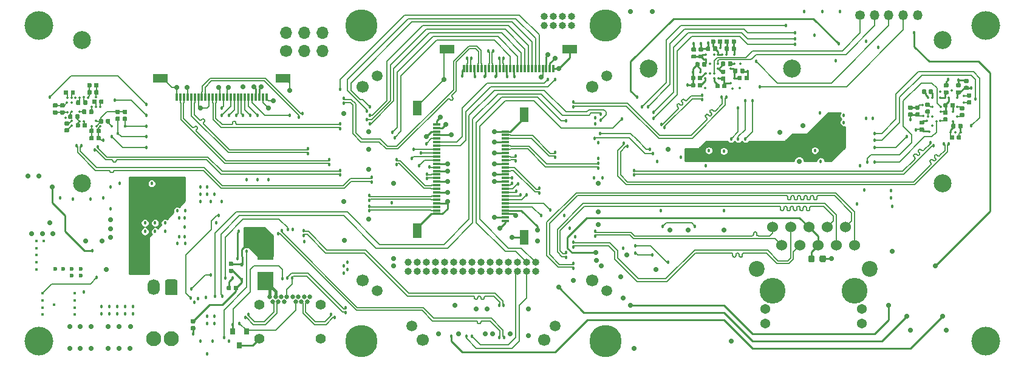
<source format=gbr>
G04 #@! TF.GenerationSoftware,KiCad,Pcbnew,5.1.0-unknown-c1c4a09~94~ubuntu18.04.1*
G04 #@! TF.CreationDate,2019-04-01T00:28:56+08:00*
G04 #@! TF.ProjectId,ovc3,6f766333-2e6b-4696-9361-645f70636258,rev?*
G04 #@! TF.SameCoordinates,Original*
G04 #@! TF.FileFunction,Copper,L6,Bot*
G04 #@! TF.FilePolarity,Positive*
%FSLAX46Y46*%
G04 Gerber Fmt 4.6, Leading zero omitted, Abs format (unit mm)*
G04 Created by KiCad (PCBNEW 5.1.0-unknown-c1c4a09~94~ubuntu18.04.1) date 2019-04-01 00:28:56*
%MOMM*%
%LPD*%
G04 APERTURE LIST*
%ADD10O,1.700000X1.700000*%
%ADD11C,1.700000*%
%ADD12R,0.450000X0.600000*%
%ADD13C,0.100000*%
%ADD14C,0.590000*%
%ADD15R,2.300000X2.500000*%
%ADD16R,0.800000X0.900000*%
%ADD17C,4.500000*%
%ADD18C,1.500000*%
%ADD19O,1.000000X1.000000*%
%ADD20C,1.000000*%
%ADD21R,2.000000X1.300000*%
%ADD22R,0.300000X1.000000*%
%ADD23C,0.600000*%
%ADD24R,1.300000X2.000000*%
%ADD25R,1.000000X0.300000*%
%ADD26O,1.350000X1.350000*%
%ADD27C,1.350000*%
%ADD28C,2.500000*%
%ADD29C,2.100000*%
%ADD30O,1.700000X2.200000*%
%ADD31C,0.875000*%
%ADD32C,1.524000*%
%ADD33C,3.600000*%
%ADD34C,2.200000*%
%ADD35C,1.371600*%
%ADD36C,0.650000*%
%ADD37C,1.400000*%
%ADD38C,4.000000*%
%ADD39C,0.457200*%
%ADD40C,0.355600*%
%ADD41C,0.711200*%
%ADD42C,0.406400*%
%ADD43C,0.254000*%
%ADD44C,0.152400*%
%ADD45C,0.203200*%
%ADD46C,0.177800*%
%ADD47C,0.406400*%
%ADD48C,0.127000*%
G04 APERTURE END LIST*
D10*
X121580000Y-73960000D03*
X121580000Y-76500000D03*
X119040000Y-73960000D03*
X119040000Y-76500000D03*
X116500000Y-73960000D03*
D11*
X116500000Y-76500000D03*
D12*
X110300000Y-106350000D03*
X110300000Y-108450000D03*
D13*
G36*
X103686958Y-114890710D02*
G01*
X103701276Y-114892834D01*
X103715317Y-114896351D01*
X103728946Y-114901228D01*
X103742031Y-114907417D01*
X103754447Y-114914858D01*
X103766073Y-114923481D01*
X103776798Y-114933202D01*
X103786519Y-114943927D01*
X103795142Y-114955553D01*
X103802583Y-114967969D01*
X103808772Y-114981054D01*
X103813649Y-114994683D01*
X103817166Y-115008724D01*
X103819290Y-115023042D01*
X103820000Y-115037500D01*
X103820000Y-115332500D01*
X103819290Y-115346958D01*
X103817166Y-115361276D01*
X103813649Y-115375317D01*
X103808772Y-115388946D01*
X103802583Y-115402031D01*
X103795142Y-115414447D01*
X103786519Y-115426073D01*
X103776798Y-115436798D01*
X103766073Y-115446519D01*
X103754447Y-115455142D01*
X103742031Y-115462583D01*
X103728946Y-115468772D01*
X103715317Y-115473649D01*
X103701276Y-115477166D01*
X103686958Y-115479290D01*
X103672500Y-115480000D01*
X103327500Y-115480000D01*
X103313042Y-115479290D01*
X103298724Y-115477166D01*
X103284683Y-115473649D01*
X103271054Y-115468772D01*
X103257969Y-115462583D01*
X103245553Y-115455142D01*
X103233927Y-115446519D01*
X103223202Y-115436798D01*
X103213481Y-115426073D01*
X103204858Y-115414447D01*
X103197417Y-115402031D01*
X103191228Y-115388946D01*
X103186351Y-115375317D01*
X103182834Y-115361276D01*
X103180710Y-115346958D01*
X103180000Y-115332500D01*
X103180000Y-115037500D01*
X103180710Y-115023042D01*
X103182834Y-115008724D01*
X103186351Y-114994683D01*
X103191228Y-114981054D01*
X103197417Y-114967969D01*
X103204858Y-114955553D01*
X103213481Y-114943927D01*
X103223202Y-114933202D01*
X103233927Y-114923481D01*
X103245553Y-114914858D01*
X103257969Y-114907417D01*
X103271054Y-114901228D01*
X103284683Y-114896351D01*
X103298724Y-114892834D01*
X103313042Y-114890710D01*
X103327500Y-114890000D01*
X103672500Y-114890000D01*
X103686958Y-114890710D01*
X103686958Y-114890710D01*
G37*
D14*
X103500000Y-115185000D03*
D13*
G36*
X103686958Y-113920710D02*
G01*
X103701276Y-113922834D01*
X103715317Y-113926351D01*
X103728946Y-113931228D01*
X103742031Y-113937417D01*
X103754447Y-113944858D01*
X103766073Y-113953481D01*
X103776798Y-113963202D01*
X103786519Y-113973927D01*
X103795142Y-113985553D01*
X103802583Y-113997969D01*
X103808772Y-114011054D01*
X103813649Y-114024683D01*
X103817166Y-114038724D01*
X103819290Y-114053042D01*
X103820000Y-114067500D01*
X103820000Y-114362500D01*
X103819290Y-114376958D01*
X103817166Y-114391276D01*
X103813649Y-114405317D01*
X103808772Y-114418946D01*
X103802583Y-114432031D01*
X103795142Y-114444447D01*
X103786519Y-114456073D01*
X103776798Y-114466798D01*
X103766073Y-114476519D01*
X103754447Y-114485142D01*
X103742031Y-114492583D01*
X103728946Y-114498772D01*
X103715317Y-114503649D01*
X103701276Y-114507166D01*
X103686958Y-114509290D01*
X103672500Y-114510000D01*
X103327500Y-114510000D01*
X103313042Y-114509290D01*
X103298724Y-114507166D01*
X103284683Y-114503649D01*
X103271054Y-114498772D01*
X103257969Y-114492583D01*
X103245553Y-114485142D01*
X103233927Y-114476519D01*
X103223202Y-114466798D01*
X103213481Y-114456073D01*
X103204858Y-114444447D01*
X103197417Y-114432031D01*
X103191228Y-114418946D01*
X103186351Y-114405317D01*
X103182834Y-114391276D01*
X103180710Y-114376958D01*
X103180000Y-114362500D01*
X103180000Y-114067500D01*
X103180710Y-114053042D01*
X103182834Y-114038724D01*
X103186351Y-114024683D01*
X103191228Y-114011054D01*
X103197417Y-113997969D01*
X103204858Y-113985553D01*
X103213481Y-113973927D01*
X103223202Y-113963202D01*
X103233927Y-113953481D01*
X103245553Y-113944858D01*
X103257969Y-113937417D01*
X103271054Y-113931228D01*
X103284683Y-113926351D01*
X103298724Y-113922834D01*
X103313042Y-113920710D01*
X103327500Y-113920000D01*
X103672500Y-113920000D01*
X103686958Y-113920710D01*
X103686958Y-113920710D01*
G37*
D14*
X103500000Y-114215000D03*
D13*
G36*
X108986958Y-106890710D02*
G01*
X109001276Y-106892834D01*
X109015317Y-106896351D01*
X109028946Y-106901228D01*
X109042031Y-106907417D01*
X109054447Y-106914858D01*
X109066073Y-106923481D01*
X109076798Y-106933202D01*
X109086519Y-106943927D01*
X109095142Y-106955553D01*
X109102583Y-106967969D01*
X109108772Y-106981054D01*
X109113649Y-106994683D01*
X109117166Y-107008724D01*
X109119290Y-107023042D01*
X109120000Y-107037500D01*
X109120000Y-107332500D01*
X109119290Y-107346958D01*
X109117166Y-107361276D01*
X109113649Y-107375317D01*
X109108772Y-107388946D01*
X109102583Y-107402031D01*
X109095142Y-107414447D01*
X109086519Y-107426073D01*
X109076798Y-107436798D01*
X109066073Y-107446519D01*
X109054447Y-107455142D01*
X109042031Y-107462583D01*
X109028946Y-107468772D01*
X109015317Y-107473649D01*
X109001276Y-107477166D01*
X108986958Y-107479290D01*
X108972500Y-107480000D01*
X108627500Y-107480000D01*
X108613042Y-107479290D01*
X108598724Y-107477166D01*
X108584683Y-107473649D01*
X108571054Y-107468772D01*
X108557969Y-107462583D01*
X108545553Y-107455142D01*
X108533927Y-107446519D01*
X108523202Y-107436798D01*
X108513481Y-107426073D01*
X108504858Y-107414447D01*
X108497417Y-107402031D01*
X108491228Y-107388946D01*
X108486351Y-107375317D01*
X108482834Y-107361276D01*
X108480710Y-107346958D01*
X108480000Y-107332500D01*
X108480000Y-107037500D01*
X108480710Y-107023042D01*
X108482834Y-107008724D01*
X108486351Y-106994683D01*
X108491228Y-106981054D01*
X108497417Y-106967969D01*
X108504858Y-106955553D01*
X108513481Y-106943927D01*
X108523202Y-106933202D01*
X108533927Y-106923481D01*
X108545553Y-106914858D01*
X108557969Y-106907417D01*
X108571054Y-106901228D01*
X108584683Y-106896351D01*
X108598724Y-106892834D01*
X108613042Y-106890710D01*
X108627500Y-106890000D01*
X108972500Y-106890000D01*
X108986958Y-106890710D01*
X108986958Y-106890710D01*
G37*
D14*
X108800000Y-107185000D03*
D13*
G36*
X108986958Y-105920710D02*
G01*
X109001276Y-105922834D01*
X109015317Y-105926351D01*
X109028946Y-105931228D01*
X109042031Y-105937417D01*
X109054447Y-105944858D01*
X109066073Y-105953481D01*
X109076798Y-105963202D01*
X109086519Y-105973927D01*
X109095142Y-105985553D01*
X109102583Y-105997969D01*
X109108772Y-106011054D01*
X109113649Y-106024683D01*
X109117166Y-106038724D01*
X109119290Y-106053042D01*
X109120000Y-106067500D01*
X109120000Y-106362500D01*
X109119290Y-106376958D01*
X109117166Y-106391276D01*
X109113649Y-106405317D01*
X109108772Y-106418946D01*
X109102583Y-106432031D01*
X109095142Y-106444447D01*
X109086519Y-106456073D01*
X109076798Y-106466798D01*
X109066073Y-106476519D01*
X109054447Y-106485142D01*
X109042031Y-106492583D01*
X109028946Y-106498772D01*
X109015317Y-106503649D01*
X109001276Y-106507166D01*
X108986958Y-106509290D01*
X108972500Y-106510000D01*
X108627500Y-106510000D01*
X108613042Y-106509290D01*
X108598724Y-106507166D01*
X108584683Y-106503649D01*
X108571054Y-106498772D01*
X108557969Y-106492583D01*
X108545553Y-106485142D01*
X108533927Y-106476519D01*
X108523202Y-106466798D01*
X108513481Y-106456073D01*
X108504858Y-106444447D01*
X108497417Y-106432031D01*
X108491228Y-106418946D01*
X108486351Y-106405317D01*
X108482834Y-106391276D01*
X108480710Y-106376958D01*
X108480000Y-106362500D01*
X108480000Y-106067500D01*
X108480710Y-106053042D01*
X108482834Y-106038724D01*
X108486351Y-106024683D01*
X108491228Y-106011054D01*
X108497417Y-105997969D01*
X108504858Y-105985553D01*
X108513481Y-105973927D01*
X108523202Y-105963202D01*
X108533927Y-105953481D01*
X108545553Y-105944858D01*
X108557969Y-105937417D01*
X108571054Y-105931228D01*
X108584683Y-105926351D01*
X108598724Y-105922834D01*
X108613042Y-105920710D01*
X108627500Y-105920000D01*
X108972500Y-105920000D01*
X108986958Y-105920710D01*
X108986958Y-105920710D01*
G37*
D14*
X108800000Y-106215000D03*
D13*
G36*
X108676958Y-109280710D02*
G01*
X108691276Y-109282834D01*
X108705317Y-109286351D01*
X108718946Y-109291228D01*
X108732031Y-109297417D01*
X108744447Y-109304858D01*
X108756073Y-109313481D01*
X108766798Y-109323202D01*
X108776519Y-109333927D01*
X108785142Y-109345553D01*
X108792583Y-109357969D01*
X108798772Y-109371054D01*
X108803649Y-109384683D01*
X108807166Y-109398724D01*
X108809290Y-109413042D01*
X108810000Y-109427500D01*
X108810000Y-109772500D01*
X108809290Y-109786958D01*
X108807166Y-109801276D01*
X108803649Y-109815317D01*
X108798772Y-109828946D01*
X108792583Y-109842031D01*
X108785142Y-109854447D01*
X108776519Y-109866073D01*
X108766798Y-109876798D01*
X108756073Y-109886519D01*
X108744447Y-109895142D01*
X108732031Y-109902583D01*
X108718946Y-109908772D01*
X108705317Y-109913649D01*
X108691276Y-109917166D01*
X108676958Y-109919290D01*
X108662500Y-109920000D01*
X108367500Y-109920000D01*
X108353042Y-109919290D01*
X108338724Y-109917166D01*
X108324683Y-109913649D01*
X108311054Y-109908772D01*
X108297969Y-109902583D01*
X108285553Y-109895142D01*
X108273927Y-109886519D01*
X108263202Y-109876798D01*
X108253481Y-109866073D01*
X108244858Y-109854447D01*
X108237417Y-109842031D01*
X108231228Y-109828946D01*
X108226351Y-109815317D01*
X108222834Y-109801276D01*
X108220710Y-109786958D01*
X108220000Y-109772500D01*
X108220000Y-109427500D01*
X108220710Y-109413042D01*
X108222834Y-109398724D01*
X108226351Y-109384683D01*
X108231228Y-109371054D01*
X108237417Y-109357969D01*
X108244858Y-109345553D01*
X108253481Y-109333927D01*
X108263202Y-109323202D01*
X108273927Y-109313481D01*
X108285553Y-109304858D01*
X108297969Y-109297417D01*
X108311054Y-109291228D01*
X108324683Y-109286351D01*
X108338724Y-109282834D01*
X108353042Y-109280710D01*
X108367500Y-109280000D01*
X108662500Y-109280000D01*
X108676958Y-109280710D01*
X108676958Y-109280710D01*
G37*
D14*
X108515000Y-109600000D03*
D13*
G36*
X109646958Y-109280710D02*
G01*
X109661276Y-109282834D01*
X109675317Y-109286351D01*
X109688946Y-109291228D01*
X109702031Y-109297417D01*
X109714447Y-109304858D01*
X109726073Y-109313481D01*
X109736798Y-109323202D01*
X109746519Y-109333927D01*
X109755142Y-109345553D01*
X109762583Y-109357969D01*
X109768772Y-109371054D01*
X109773649Y-109384683D01*
X109777166Y-109398724D01*
X109779290Y-109413042D01*
X109780000Y-109427500D01*
X109780000Y-109772500D01*
X109779290Y-109786958D01*
X109777166Y-109801276D01*
X109773649Y-109815317D01*
X109768772Y-109828946D01*
X109762583Y-109842031D01*
X109755142Y-109854447D01*
X109746519Y-109866073D01*
X109736798Y-109876798D01*
X109726073Y-109886519D01*
X109714447Y-109895142D01*
X109702031Y-109902583D01*
X109688946Y-109908772D01*
X109675317Y-109913649D01*
X109661276Y-109917166D01*
X109646958Y-109919290D01*
X109632500Y-109920000D01*
X109337500Y-109920000D01*
X109323042Y-109919290D01*
X109308724Y-109917166D01*
X109294683Y-109913649D01*
X109281054Y-109908772D01*
X109267969Y-109902583D01*
X109255553Y-109895142D01*
X109243927Y-109886519D01*
X109233202Y-109876798D01*
X109223481Y-109866073D01*
X109214858Y-109854447D01*
X109207417Y-109842031D01*
X109201228Y-109828946D01*
X109196351Y-109815317D01*
X109192834Y-109801276D01*
X109190710Y-109786958D01*
X109190000Y-109772500D01*
X109190000Y-109427500D01*
X109190710Y-109413042D01*
X109192834Y-109398724D01*
X109196351Y-109384683D01*
X109201228Y-109371054D01*
X109207417Y-109357969D01*
X109214858Y-109345553D01*
X109223481Y-109333927D01*
X109233202Y-109323202D01*
X109243927Y-109313481D01*
X109255553Y-109304858D01*
X109267969Y-109297417D01*
X109281054Y-109291228D01*
X109294683Y-109286351D01*
X109308724Y-109282834D01*
X109323042Y-109280710D01*
X109337500Y-109280000D01*
X109632500Y-109280000D01*
X109646958Y-109280710D01*
X109646958Y-109280710D01*
G37*
D14*
X109485000Y-109600000D03*
D15*
X113600000Y-108650000D03*
X113600000Y-104350000D03*
D16*
X110000000Y-117600000D03*
X110950000Y-115600000D03*
X109050000Y-115600000D03*
D17*
X161000000Y-117000000D03*
X127000000Y-117000000D03*
X127000000Y-73000000D03*
X161000000Y-73000000D03*
D11*
X159150000Y-108500000D03*
D18*
X161150000Y-80025000D03*
X161150000Y-109975000D03*
D11*
X159150000Y-81500000D03*
D18*
X129150000Y-80025000D03*
D11*
X127150000Y-81500000D03*
X127150000Y-108500000D03*
D18*
X129150000Y-109975000D03*
D11*
X152500000Y-116850000D03*
X135500000Y-116850000D03*
D18*
X153975000Y-114850000D03*
X134025000Y-114850000D03*
D19*
X156310000Y-71730000D03*
X156310000Y-73000000D03*
X155040000Y-71730000D03*
X155040000Y-73000000D03*
X153770000Y-71730000D03*
X153770000Y-73000000D03*
X152500000Y-71730000D03*
D20*
X152500000Y-73000000D03*
D19*
X151280000Y-107270000D03*
X151280000Y-106000000D03*
X150010000Y-107270000D03*
X150010000Y-106000000D03*
X148740000Y-107270000D03*
X148740000Y-106000000D03*
X147470000Y-107270000D03*
X147470000Y-106000000D03*
X146200000Y-107270000D03*
X146200000Y-106000000D03*
X144930000Y-107270000D03*
X144930000Y-106000000D03*
X143660000Y-107270000D03*
X143660000Y-106000000D03*
X142390000Y-107270000D03*
X142390000Y-106000000D03*
X141120000Y-107270000D03*
X141120000Y-106000000D03*
X139850000Y-107270000D03*
X139850000Y-106000000D03*
X138580000Y-107270000D03*
X138580000Y-106000000D03*
X137310000Y-107270000D03*
X137310000Y-106000000D03*
X136040000Y-107270000D03*
X136040000Y-106000000D03*
X134770000Y-107270000D03*
X134770000Y-106000000D03*
X133500000Y-107270000D03*
D20*
X133500000Y-106000000D03*
D21*
X156050000Y-76300000D03*
X138950000Y-76300000D03*
D22*
X153750000Y-79000000D03*
X153250000Y-79000000D03*
X152750000Y-79000000D03*
X152250000Y-79000000D03*
X151750000Y-79000000D03*
X151250000Y-79000000D03*
X150750000Y-79000000D03*
X150250000Y-79000000D03*
X149750000Y-79000000D03*
X149250000Y-79000000D03*
X148750000Y-79000000D03*
X148250000Y-79000000D03*
X147750000Y-79000000D03*
X147250000Y-79000000D03*
X146750000Y-79000000D03*
X146250000Y-79000000D03*
X145750000Y-79000000D03*
X145250000Y-79000000D03*
X144750000Y-79000000D03*
X144250000Y-79000000D03*
X143750000Y-79000000D03*
X143250000Y-79000000D03*
X142750000Y-79000000D03*
X142250000Y-79000000D03*
X141750000Y-79000000D03*
X141250000Y-79000000D03*
D21*
X116050000Y-80300000D03*
X98950000Y-80300000D03*
D22*
X113750000Y-83000000D03*
X113250000Y-83000000D03*
X112750000Y-83000000D03*
X112250000Y-83000000D03*
X111750000Y-83000000D03*
X111250000Y-83000000D03*
X110750000Y-83000000D03*
X110250000Y-83000000D03*
X109750000Y-83000000D03*
X109250000Y-83000000D03*
X108750000Y-83000000D03*
X108250000Y-83000000D03*
X107750000Y-83000000D03*
X107250000Y-83000000D03*
X106750000Y-83000000D03*
X106250000Y-83000000D03*
X105750000Y-83000000D03*
X105250000Y-83000000D03*
X104750000Y-83000000D03*
X104250000Y-83000000D03*
X103750000Y-83000000D03*
X103250000Y-83000000D03*
X102750000Y-83000000D03*
X102250000Y-83000000D03*
X101750000Y-83000000D03*
X101250000Y-83000000D03*
D23*
X86600000Y-106950000D03*
X86600000Y-107850000D03*
X87900000Y-107850000D03*
X87900000Y-106950000D03*
X85400000Y-106950000D03*
X84300000Y-106950000D03*
D24*
X149700000Y-102550000D03*
X149700000Y-85450000D03*
D25*
X147000000Y-100250000D03*
X147000000Y-99750000D03*
X147000000Y-99250000D03*
X147000000Y-98750000D03*
X147000000Y-98250000D03*
X147000000Y-97750000D03*
X147000000Y-97250000D03*
X147000000Y-96750000D03*
X147000000Y-96250000D03*
X147000000Y-95750000D03*
X147000000Y-95250000D03*
X147000000Y-94750000D03*
X147000000Y-94250000D03*
X147000000Y-93750000D03*
X147000000Y-93250000D03*
X147000000Y-92750000D03*
X147000000Y-92250000D03*
X147000000Y-91750000D03*
X147000000Y-91250000D03*
X147000000Y-90750000D03*
X147000000Y-90250000D03*
X147000000Y-89750000D03*
X147000000Y-89250000D03*
X147000000Y-88750000D03*
X147000000Y-88250000D03*
X147000000Y-87750000D03*
D26*
X204500000Y-71500000D03*
X202500000Y-71500000D03*
X200500000Y-71500000D03*
X198500000Y-71500000D03*
D27*
X196500000Y-71500000D03*
D13*
G36*
X177576958Y-77980710D02*
G01*
X177591276Y-77982834D01*
X177605317Y-77986351D01*
X177618946Y-77991228D01*
X177632031Y-77997417D01*
X177644447Y-78004858D01*
X177656073Y-78013481D01*
X177666798Y-78023202D01*
X177676519Y-78033927D01*
X177685142Y-78045553D01*
X177692583Y-78057969D01*
X177698772Y-78071054D01*
X177703649Y-78084683D01*
X177707166Y-78098724D01*
X177709290Y-78113042D01*
X177710000Y-78127500D01*
X177710000Y-78472500D01*
X177709290Y-78486958D01*
X177707166Y-78501276D01*
X177703649Y-78515317D01*
X177698772Y-78528946D01*
X177692583Y-78542031D01*
X177685142Y-78554447D01*
X177676519Y-78566073D01*
X177666798Y-78576798D01*
X177656073Y-78586519D01*
X177644447Y-78595142D01*
X177632031Y-78602583D01*
X177618946Y-78608772D01*
X177605317Y-78613649D01*
X177591276Y-78617166D01*
X177576958Y-78619290D01*
X177562500Y-78620000D01*
X177267500Y-78620000D01*
X177253042Y-78619290D01*
X177238724Y-78617166D01*
X177224683Y-78613649D01*
X177211054Y-78608772D01*
X177197969Y-78602583D01*
X177185553Y-78595142D01*
X177173927Y-78586519D01*
X177163202Y-78576798D01*
X177153481Y-78566073D01*
X177144858Y-78554447D01*
X177137417Y-78542031D01*
X177131228Y-78528946D01*
X177126351Y-78515317D01*
X177122834Y-78501276D01*
X177120710Y-78486958D01*
X177120000Y-78472500D01*
X177120000Y-78127500D01*
X177120710Y-78113042D01*
X177122834Y-78098724D01*
X177126351Y-78084683D01*
X177131228Y-78071054D01*
X177137417Y-78057969D01*
X177144858Y-78045553D01*
X177153481Y-78033927D01*
X177163202Y-78023202D01*
X177173927Y-78013481D01*
X177185553Y-78004858D01*
X177197969Y-77997417D01*
X177211054Y-77991228D01*
X177224683Y-77986351D01*
X177238724Y-77982834D01*
X177253042Y-77980710D01*
X177267500Y-77980000D01*
X177562500Y-77980000D01*
X177576958Y-77980710D01*
X177576958Y-77980710D01*
G37*
D14*
X177415000Y-78300000D03*
D13*
G36*
X178546958Y-77980710D02*
G01*
X178561276Y-77982834D01*
X178575317Y-77986351D01*
X178588946Y-77991228D01*
X178602031Y-77997417D01*
X178614447Y-78004858D01*
X178626073Y-78013481D01*
X178636798Y-78023202D01*
X178646519Y-78033927D01*
X178655142Y-78045553D01*
X178662583Y-78057969D01*
X178668772Y-78071054D01*
X178673649Y-78084683D01*
X178677166Y-78098724D01*
X178679290Y-78113042D01*
X178680000Y-78127500D01*
X178680000Y-78472500D01*
X178679290Y-78486958D01*
X178677166Y-78501276D01*
X178673649Y-78515317D01*
X178668772Y-78528946D01*
X178662583Y-78542031D01*
X178655142Y-78554447D01*
X178646519Y-78566073D01*
X178636798Y-78576798D01*
X178626073Y-78586519D01*
X178614447Y-78595142D01*
X178602031Y-78602583D01*
X178588946Y-78608772D01*
X178575317Y-78613649D01*
X178561276Y-78617166D01*
X178546958Y-78619290D01*
X178532500Y-78620000D01*
X178237500Y-78620000D01*
X178223042Y-78619290D01*
X178208724Y-78617166D01*
X178194683Y-78613649D01*
X178181054Y-78608772D01*
X178167969Y-78602583D01*
X178155553Y-78595142D01*
X178143927Y-78586519D01*
X178133202Y-78576798D01*
X178123481Y-78566073D01*
X178114858Y-78554447D01*
X178107417Y-78542031D01*
X178101228Y-78528946D01*
X178096351Y-78515317D01*
X178092834Y-78501276D01*
X178090710Y-78486958D01*
X178090000Y-78472500D01*
X178090000Y-78127500D01*
X178090710Y-78113042D01*
X178092834Y-78098724D01*
X178096351Y-78084683D01*
X178101228Y-78071054D01*
X178107417Y-78057969D01*
X178114858Y-78045553D01*
X178123481Y-78033927D01*
X178133202Y-78023202D01*
X178143927Y-78013481D01*
X178155553Y-78004858D01*
X178167969Y-77997417D01*
X178181054Y-77991228D01*
X178194683Y-77986351D01*
X178208724Y-77982834D01*
X178223042Y-77980710D01*
X178237500Y-77980000D01*
X178532500Y-77980000D01*
X178546958Y-77980710D01*
X178546958Y-77980710D01*
G37*
D14*
X178385000Y-78300000D03*
D28*
X208000000Y-95000000D03*
X208000000Y-75000000D03*
D13*
G36*
X93186958Y-85690710D02*
G01*
X93201276Y-85692834D01*
X93215317Y-85696351D01*
X93228946Y-85701228D01*
X93242031Y-85707417D01*
X93254447Y-85714858D01*
X93266073Y-85723481D01*
X93276798Y-85733202D01*
X93286519Y-85743927D01*
X93295142Y-85755553D01*
X93302583Y-85767969D01*
X93308772Y-85781054D01*
X93313649Y-85794683D01*
X93317166Y-85808724D01*
X93319290Y-85823042D01*
X93320000Y-85837500D01*
X93320000Y-86132500D01*
X93319290Y-86146958D01*
X93317166Y-86161276D01*
X93313649Y-86175317D01*
X93308772Y-86188946D01*
X93302583Y-86202031D01*
X93295142Y-86214447D01*
X93286519Y-86226073D01*
X93276798Y-86236798D01*
X93266073Y-86246519D01*
X93254447Y-86255142D01*
X93242031Y-86262583D01*
X93228946Y-86268772D01*
X93215317Y-86273649D01*
X93201276Y-86277166D01*
X93186958Y-86279290D01*
X93172500Y-86280000D01*
X92827500Y-86280000D01*
X92813042Y-86279290D01*
X92798724Y-86277166D01*
X92784683Y-86273649D01*
X92771054Y-86268772D01*
X92757969Y-86262583D01*
X92745553Y-86255142D01*
X92733927Y-86246519D01*
X92723202Y-86236798D01*
X92713481Y-86226073D01*
X92704858Y-86214447D01*
X92697417Y-86202031D01*
X92691228Y-86188946D01*
X92686351Y-86175317D01*
X92682834Y-86161276D01*
X92680710Y-86146958D01*
X92680000Y-86132500D01*
X92680000Y-85837500D01*
X92680710Y-85823042D01*
X92682834Y-85808724D01*
X92686351Y-85794683D01*
X92691228Y-85781054D01*
X92697417Y-85767969D01*
X92704858Y-85755553D01*
X92713481Y-85743927D01*
X92723202Y-85733202D01*
X92733927Y-85723481D01*
X92745553Y-85714858D01*
X92757969Y-85707417D01*
X92771054Y-85701228D01*
X92784683Y-85696351D01*
X92798724Y-85692834D01*
X92813042Y-85690710D01*
X92827500Y-85690000D01*
X93172500Y-85690000D01*
X93186958Y-85690710D01*
X93186958Y-85690710D01*
G37*
D14*
X93000000Y-85985000D03*
D13*
G36*
X93186958Y-84720710D02*
G01*
X93201276Y-84722834D01*
X93215317Y-84726351D01*
X93228946Y-84731228D01*
X93242031Y-84737417D01*
X93254447Y-84744858D01*
X93266073Y-84753481D01*
X93276798Y-84763202D01*
X93286519Y-84773927D01*
X93295142Y-84785553D01*
X93302583Y-84797969D01*
X93308772Y-84811054D01*
X93313649Y-84824683D01*
X93317166Y-84838724D01*
X93319290Y-84853042D01*
X93320000Y-84867500D01*
X93320000Y-85162500D01*
X93319290Y-85176958D01*
X93317166Y-85191276D01*
X93313649Y-85205317D01*
X93308772Y-85218946D01*
X93302583Y-85232031D01*
X93295142Y-85244447D01*
X93286519Y-85256073D01*
X93276798Y-85266798D01*
X93266073Y-85276519D01*
X93254447Y-85285142D01*
X93242031Y-85292583D01*
X93228946Y-85298772D01*
X93215317Y-85303649D01*
X93201276Y-85307166D01*
X93186958Y-85309290D01*
X93172500Y-85310000D01*
X92827500Y-85310000D01*
X92813042Y-85309290D01*
X92798724Y-85307166D01*
X92784683Y-85303649D01*
X92771054Y-85298772D01*
X92757969Y-85292583D01*
X92745553Y-85285142D01*
X92733927Y-85276519D01*
X92723202Y-85266798D01*
X92713481Y-85256073D01*
X92704858Y-85244447D01*
X92697417Y-85232031D01*
X92691228Y-85218946D01*
X92686351Y-85205317D01*
X92682834Y-85191276D01*
X92680710Y-85176958D01*
X92680000Y-85162500D01*
X92680000Y-84867500D01*
X92680710Y-84853042D01*
X92682834Y-84838724D01*
X92686351Y-84824683D01*
X92691228Y-84811054D01*
X92697417Y-84797969D01*
X92704858Y-84785553D01*
X92713481Y-84773927D01*
X92723202Y-84763202D01*
X92733927Y-84753481D01*
X92745553Y-84744858D01*
X92757969Y-84737417D01*
X92771054Y-84731228D01*
X92784683Y-84726351D01*
X92798724Y-84722834D01*
X92813042Y-84720710D01*
X92827500Y-84720000D01*
X93172500Y-84720000D01*
X93186958Y-84720710D01*
X93186958Y-84720710D01*
G37*
D14*
X93000000Y-85015000D03*
D13*
G36*
X94186958Y-85690710D02*
G01*
X94201276Y-85692834D01*
X94215317Y-85696351D01*
X94228946Y-85701228D01*
X94242031Y-85707417D01*
X94254447Y-85714858D01*
X94266073Y-85723481D01*
X94276798Y-85733202D01*
X94286519Y-85743927D01*
X94295142Y-85755553D01*
X94302583Y-85767969D01*
X94308772Y-85781054D01*
X94313649Y-85794683D01*
X94317166Y-85808724D01*
X94319290Y-85823042D01*
X94320000Y-85837500D01*
X94320000Y-86132500D01*
X94319290Y-86146958D01*
X94317166Y-86161276D01*
X94313649Y-86175317D01*
X94308772Y-86188946D01*
X94302583Y-86202031D01*
X94295142Y-86214447D01*
X94286519Y-86226073D01*
X94276798Y-86236798D01*
X94266073Y-86246519D01*
X94254447Y-86255142D01*
X94242031Y-86262583D01*
X94228946Y-86268772D01*
X94215317Y-86273649D01*
X94201276Y-86277166D01*
X94186958Y-86279290D01*
X94172500Y-86280000D01*
X93827500Y-86280000D01*
X93813042Y-86279290D01*
X93798724Y-86277166D01*
X93784683Y-86273649D01*
X93771054Y-86268772D01*
X93757969Y-86262583D01*
X93745553Y-86255142D01*
X93733927Y-86246519D01*
X93723202Y-86236798D01*
X93713481Y-86226073D01*
X93704858Y-86214447D01*
X93697417Y-86202031D01*
X93691228Y-86188946D01*
X93686351Y-86175317D01*
X93682834Y-86161276D01*
X93680710Y-86146958D01*
X93680000Y-86132500D01*
X93680000Y-85837500D01*
X93680710Y-85823042D01*
X93682834Y-85808724D01*
X93686351Y-85794683D01*
X93691228Y-85781054D01*
X93697417Y-85767969D01*
X93704858Y-85755553D01*
X93713481Y-85743927D01*
X93723202Y-85733202D01*
X93733927Y-85723481D01*
X93745553Y-85714858D01*
X93757969Y-85707417D01*
X93771054Y-85701228D01*
X93784683Y-85696351D01*
X93798724Y-85692834D01*
X93813042Y-85690710D01*
X93827500Y-85690000D01*
X94172500Y-85690000D01*
X94186958Y-85690710D01*
X94186958Y-85690710D01*
G37*
D14*
X94000000Y-85985000D03*
D13*
G36*
X94186958Y-84720710D02*
G01*
X94201276Y-84722834D01*
X94215317Y-84726351D01*
X94228946Y-84731228D01*
X94242031Y-84737417D01*
X94254447Y-84744858D01*
X94266073Y-84753481D01*
X94276798Y-84763202D01*
X94286519Y-84773927D01*
X94295142Y-84785553D01*
X94302583Y-84797969D01*
X94308772Y-84811054D01*
X94313649Y-84824683D01*
X94317166Y-84838724D01*
X94319290Y-84853042D01*
X94320000Y-84867500D01*
X94320000Y-85162500D01*
X94319290Y-85176958D01*
X94317166Y-85191276D01*
X94313649Y-85205317D01*
X94308772Y-85218946D01*
X94302583Y-85232031D01*
X94295142Y-85244447D01*
X94286519Y-85256073D01*
X94276798Y-85266798D01*
X94266073Y-85276519D01*
X94254447Y-85285142D01*
X94242031Y-85292583D01*
X94228946Y-85298772D01*
X94215317Y-85303649D01*
X94201276Y-85307166D01*
X94186958Y-85309290D01*
X94172500Y-85310000D01*
X93827500Y-85310000D01*
X93813042Y-85309290D01*
X93798724Y-85307166D01*
X93784683Y-85303649D01*
X93771054Y-85298772D01*
X93757969Y-85292583D01*
X93745553Y-85285142D01*
X93733927Y-85276519D01*
X93723202Y-85266798D01*
X93713481Y-85256073D01*
X93704858Y-85244447D01*
X93697417Y-85232031D01*
X93691228Y-85218946D01*
X93686351Y-85205317D01*
X93682834Y-85191276D01*
X93680710Y-85176958D01*
X93680000Y-85162500D01*
X93680000Y-84867500D01*
X93680710Y-84853042D01*
X93682834Y-84838724D01*
X93686351Y-84824683D01*
X93691228Y-84811054D01*
X93697417Y-84797969D01*
X93704858Y-84785553D01*
X93713481Y-84773927D01*
X93723202Y-84763202D01*
X93733927Y-84753481D01*
X93745553Y-84744858D01*
X93757969Y-84737417D01*
X93771054Y-84731228D01*
X93784683Y-84726351D01*
X93798724Y-84722834D01*
X93813042Y-84720710D01*
X93827500Y-84720000D01*
X94172500Y-84720000D01*
X94186958Y-84720710D01*
X94186958Y-84720710D01*
G37*
D14*
X94000000Y-85015000D03*
D24*
X134800000Y-84450000D03*
X134800000Y-101550000D03*
D25*
X137500000Y-86750000D03*
X137500000Y-87250000D03*
X137500000Y-87750000D03*
X137500000Y-88250000D03*
X137500000Y-88750000D03*
X137500000Y-89250000D03*
X137500000Y-89750000D03*
X137500000Y-90250000D03*
X137500000Y-90750000D03*
X137500000Y-91250000D03*
X137500000Y-91750000D03*
X137500000Y-92250000D03*
X137500000Y-92750000D03*
X137500000Y-93250000D03*
X137500000Y-93750000D03*
X137500000Y-94250000D03*
X137500000Y-94750000D03*
X137500000Y-95250000D03*
X137500000Y-95750000D03*
X137500000Y-96250000D03*
X137500000Y-96750000D03*
X137500000Y-97250000D03*
X137500000Y-97750000D03*
X137500000Y-98250000D03*
X137500000Y-98750000D03*
X137500000Y-99250000D03*
D29*
X98000000Y-116680000D03*
X100500000Y-116680000D03*
D30*
X98000000Y-109500000D03*
D13*
G36*
X101124504Y-108401204D02*
G01*
X101148773Y-108404804D01*
X101172571Y-108410765D01*
X101195671Y-108419030D01*
X101217849Y-108429520D01*
X101238893Y-108442133D01*
X101258598Y-108456747D01*
X101276777Y-108473223D01*
X101293253Y-108491402D01*
X101307867Y-108511107D01*
X101320480Y-108532151D01*
X101330970Y-108554329D01*
X101339235Y-108577429D01*
X101345196Y-108601227D01*
X101348796Y-108625496D01*
X101350000Y-108650000D01*
X101350000Y-110350000D01*
X101348796Y-110374504D01*
X101345196Y-110398773D01*
X101339235Y-110422571D01*
X101330970Y-110445671D01*
X101320480Y-110467849D01*
X101307867Y-110488893D01*
X101293253Y-110508598D01*
X101276777Y-110526777D01*
X101258598Y-110543253D01*
X101238893Y-110557867D01*
X101217849Y-110570480D01*
X101195671Y-110580970D01*
X101172571Y-110589235D01*
X101148773Y-110595196D01*
X101124504Y-110598796D01*
X101100000Y-110600000D01*
X99900000Y-110600000D01*
X99875496Y-110598796D01*
X99851227Y-110595196D01*
X99827429Y-110589235D01*
X99804329Y-110580970D01*
X99782151Y-110570480D01*
X99761107Y-110557867D01*
X99741402Y-110543253D01*
X99723223Y-110526777D01*
X99706747Y-110508598D01*
X99692133Y-110488893D01*
X99679520Y-110467849D01*
X99669030Y-110445671D01*
X99660765Y-110422571D01*
X99654804Y-110398773D01*
X99651204Y-110374504D01*
X99650000Y-110350000D01*
X99650000Y-108650000D01*
X99651204Y-108625496D01*
X99654804Y-108601227D01*
X99660765Y-108577429D01*
X99669030Y-108554329D01*
X99679520Y-108532151D01*
X99692133Y-108511107D01*
X99706747Y-108491402D01*
X99723223Y-108473223D01*
X99741402Y-108456747D01*
X99761107Y-108442133D01*
X99782151Y-108429520D01*
X99804329Y-108419030D01*
X99827429Y-108410765D01*
X99851227Y-108404804D01*
X99875496Y-108401204D01*
X99900000Y-108400000D01*
X101100000Y-108400000D01*
X101124504Y-108401204D01*
X101124504Y-108401204D01*
G37*
D11*
X100500000Y-109500000D03*
D13*
G36*
X191527691Y-105026053D02*
G01*
X191548926Y-105029203D01*
X191569750Y-105034419D01*
X191589962Y-105041651D01*
X191609368Y-105050830D01*
X191627781Y-105061866D01*
X191645024Y-105074654D01*
X191660930Y-105089070D01*
X191675346Y-105104976D01*
X191688134Y-105122219D01*
X191699170Y-105140632D01*
X191708349Y-105160038D01*
X191715581Y-105180250D01*
X191720797Y-105201074D01*
X191723947Y-105222309D01*
X191725000Y-105243750D01*
X191725000Y-105756250D01*
X191723947Y-105777691D01*
X191720797Y-105798926D01*
X191715581Y-105819750D01*
X191708349Y-105839962D01*
X191699170Y-105859368D01*
X191688134Y-105877781D01*
X191675346Y-105895024D01*
X191660930Y-105910930D01*
X191645024Y-105925346D01*
X191627781Y-105938134D01*
X191609368Y-105949170D01*
X191589962Y-105958349D01*
X191569750Y-105965581D01*
X191548926Y-105970797D01*
X191527691Y-105973947D01*
X191506250Y-105975000D01*
X191068750Y-105975000D01*
X191047309Y-105973947D01*
X191026074Y-105970797D01*
X191005250Y-105965581D01*
X190985038Y-105958349D01*
X190965632Y-105949170D01*
X190947219Y-105938134D01*
X190929976Y-105925346D01*
X190914070Y-105910930D01*
X190899654Y-105895024D01*
X190886866Y-105877781D01*
X190875830Y-105859368D01*
X190866651Y-105839962D01*
X190859419Y-105819750D01*
X190854203Y-105798926D01*
X190851053Y-105777691D01*
X190850000Y-105756250D01*
X190850000Y-105243750D01*
X190851053Y-105222309D01*
X190854203Y-105201074D01*
X190859419Y-105180250D01*
X190866651Y-105160038D01*
X190875830Y-105140632D01*
X190886866Y-105122219D01*
X190899654Y-105104976D01*
X190914070Y-105089070D01*
X190929976Y-105074654D01*
X190947219Y-105061866D01*
X190965632Y-105050830D01*
X190985038Y-105041651D01*
X191005250Y-105034419D01*
X191026074Y-105029203D01*
X191047309Y-105026053D01*
X191068750Y-105025000D01*
X191506250Y-105025000D01*
X191527691Y-105026053D01*
X191527691Y-105026053D01*
G37*
D31*
X191287500Y-105500000D03*
D13*
G36*
X189952691Y-105026053D02*
G01*
X189973926Y-105029203D01*
X189994750Y-105034419D01*
X190014962Y-105041651D01*
X190034368Y-105050830D01*
X190052781Y-105061866D01*
X190070024Y-105074654D01*
X190085930Y-105089070D01*
X190100346Y-105104976D01*
X190113134Y-105122219D01*
X190124170Y-105140632D01*
X190133349Y-105160038D01*
X190140581Y-105180250D01*
X190145797Y-105201074D01*
X190148947Y-105222309D01*
X190150000Y-105243750D01*
X190150000Y-105756250D01*
X190148947Y-105777691D01*
X190145797Y-105798926D01*
X190140581Y-105819750D01*
X190133349Y-105839962D01*
X190124170Y-105859368D01*
X190113134Y-105877781D01*
X190100346Y-105895024D01*
X190085930Y-105910930D01*
X190070024Y-105925346D01*
X190052781Y-105938134D01*
X190034368Y-105949170D01*
X190014962Y-105958349D01*
X189994750Y-105965581D01*
X189973926Y-105970797D01*
X189952691Y-105973947D01*
X189931250Y-105975000D01*
X189493750Y-105975000D01*
X189472309Y-105973947D01*
X189451074Y-105970797D01*
X189430250Y-105965581D01*
X189410038Y-105958349D01*
X189390632Y-105949170D01*
X189372219Y-105938134D01*
X189354976Y-105925346D01*
X189339070Y-105910930D01*
X189324654Y-105895024D01*
X189311866Y-105877781D01*
X189300830Y-105859368D01*
X189291651Y-105839962D01*
X189284419Y-105819750D01*
X189279203Y-105798926D01*
X189276053Y-105777691D01*
X189275000Y-105756250D01*
X189275000Y-105243750D01*
X189276053Y-105222309D01*
X189279203Y-105201074D01*
X189284419Y-105180250D01*
X189291651Y-105160038D01*
X189300830Y-105140632D01*
X189311866Y-105122219D01*
X189324654Y-105104976D01*
X189339070Y-105089070D01*
X189354976Y-105074654D01*
X189372219Y-105061866D01*
X189390632Y-105050830D01*
X189410038Y-105041651D01*
X189430250Y-105034419D01*
X189451074Y-105029203D01*
X189472309Y-105026053D01*
X189493750Y-105025000D01*
X189931250Y-105025000D01*
X189952691Y-105026053D01*
X189952691Y-105026053D01*
G37*
D31*
X189712500Y-105500000D03*
D13*
G36*
X87601958Y-86580710D02*
G01*
X87616276Y-86582834D01*
X87630317Y-86586351D01*
X87643946Y-86591228D01*
X87657031Y-86597417D01*
X87669447Y-86604858D01*
X87681073Y-86613481D01*
X87691798Y-86623202D01*
X87701519Y-86633927D01*
X87710142Y-86645553D01*
X87717583Y-86657969D01*
X87723772Y-86671054D01*
X87728649Y-86684683D01*
X87732166Y-86698724D01*
X87734290Y-86713042D01*
X87735000Y-86727500D01*
X87735000Y-87072500D01*
X87734290Y-87086958D01*
X87732166Y-87101276D01*
X87728649Y-87115317D01*
X87723772Y-87128946D01*
X87717583Y-87142031D01*
X87710142Y-87154447D01*
X87701519Y-87166073D01*
X87691798Y-87176798D01*
X87681073Y-87186519D01*
X87669447Y-87195142D01*
X87657031Y-87202583D01*
X87643946Y-87208772D01*
X87630317Y-87213649D01*
X87616276Y-87217166D01*
X87601958Y-87219290D01*
X87587500Y-87220000D01*
X87292500Y-87220000D01*
X87278042Y-87219290D01*
X87263724Y-87217166D01*
X87249683Y-87213649D01*
X87236054Y-87208772D01*
X87222969Y-87202583D01*
X87210553Y-87195142D01*
X87198927Y-87186519D01*
X87188202Y-87176798D01*
X87178481Y-87166073D01*
X87169858Y-87154447D01*
X87162417Y-87142031D01*
X87156228Y-87128946D01*
X87151351Y-87115317D01*
X87147834Y-87101276D01*
X87145710Y-87086958D01*
X87145000Y-87072500D01*
X87145000Y-86727500D01*
X87145710Y-86713042D01*
X87147834Y-86698724D01*
X87151351Y-86684683D01*
X87156228Y-86671054D01*
X87162417Y-86657969D01*
X87169858Y-86645553D01*
X87178481Y-86633927D01*
X87188202Y-86623202D01*
X87198927Y-86613481D01*
X87210553Y-86604858D01*
X87222969Y-86597417D01*
X87236054Y-86591228D01*
X87249683Y-86586351D01*
X87263724Y-86582834D01*
X87278042Y-86580710D01*
X87292500Y-86580000D01*
X87587500Y-86580000D01*
X87601958Y-86580710D01*
X87601958Y-86580710D01*
G37*
D14*
X87440000Y-86900000D03*
D13*
G36*
X88571958Y-86580710D02*
G01*
X88586276Y-86582834D01*
X88600317Y-86586351D01*
X88613946Y-86591228D01*
X88627031Y-86597417D01*
X88639447Y-86604858D01*
X88651073Y-86613481D01*
X88661798Y-86623202D01*
X88671519Y-86633927D01*
X88680142Y-86645553D01*
X88687583Y-86657969D01*
X88693772Y-86671054D01*
X88698649Y-86684683D01*
X88702166Y-86698724D01*
X88704290Y-86713042D01*
X88705000Y-86727500D01*
X88705000Y-87072500D01*
X88704290Y-87086958D01*
X88702166Y-87101276D01*
X88698649Y-87115317D01*
X88693772Y-87128946D01*
X88687583Y-87142031D01*
X88680142Y-87154447D01*
X88671519Y-87166073D01*
X88661798Y-87176798D01*
X88651073Y-87186519D01*
X88639447Y-87195142D01*
X88627031Y-87202583D01*
X88613946Y-87208772D01*
X88600317Y-87213649D01*
X88586276Y-87217166D01*
X88571958Y-87219290D01*
X88557500Y-87220000D01*
X88262500Y-87220000D01*
X88248042Y-87219290D01*
X88233724Y-87217166D01*
X88219683Y-87213649D01*
X88206054Y-87208772D01*
X88192969Y-87202583D01*
X88180553Y-87195142D01*
X88168927Y-87186519D01*
X88158202Y-87176798D01*
X88148481Y-87166073D01*
X88139858Y-87154447D01*
X88132417Y-87142031D01*
X88126228Y-87128946D01*
X88121351Y-87115317D01*
X88117834Y-87101276D01*
X88115710Y-87086958D01*
X88115000Y-87072500D01*
X88115000Y-86727500D01*
X88115710Y-86713042D01*
X88117834Y-86698724D01*
X88121351Y-86684683D01*
X88126228Y-86671054D01*
X88132417Y-86657969D01*
X88139858Y-86645553D01*
X88148481Y-86633927D01*
X88158202Y-86623202D01*
X88168927Y-86613481D01*
X88180553Y-86604858D01*
X88192969Y-86597417D01*
X88206054Y-86591228D01*
X88219683Y-86586351D01*
X88233724Y-86582834D01*
X88248042Y-86580710D01*
X88262500Y-86580000D01*
X88557500Y-86580000D01*
X88571958Y-86580710D01*
X88571958Y-86580710D01*
G37*
D14*
X88410000Y-86900000D03*
D13*
G36*
X208586958Y-84820710D02*
G01*
X208601276Y-84822834D01*
X208615317Y-84826351D01*
X208628946Y-84831228D01*
X208642031Y-84837417D01*
X208654447Y-84844858D01*
X208666073Y-84853481D01*
X208676798Y-84863202D01*
X208686519Y-84873927D01*
X208695142Y-84885553D01*
X208702583Y-84897969D01*
X208708772Y-84911054D01*
X208713649Y-84924683D01*
X208717166Y-84938724D01*
X208719290Y-84953042D01*
X208720000Y-84967500D01*
X208720000Y-85262500D01*
X208719290Y-85276958D01*
X208717166Y-85291276D01*
X208713649Y-85305317D01*
X208708772Y-85318946D01*
X208702583Y-85332031D01*
X208695142Y-85344447D01*
X208686519Y-85356073D01*
X208676798Y-85366798D01*
X208666073Y-85376519D01*
X208654447Y-85385142D01*
X208642031Y-85392583D01*
X208628946Y-85398772D01*
X208615317Y-85403649D01*
X208601276Y-85407166D01*
X208586958Y-85409290D01*
X208572500Y-85410000D01*
X208227500Y-85410000D01*
X208213042Y-85409290D01*
X208198724Y-85407166D01*
X208184683Y-85403649D01*
X208171054Y-85398772D01*
X208157969Y-85392583D01*
X208145553Y-85385142D01*
X208133927Y-85376519D01*
X208123202Y-85366798D01*
X208113481Y-85356073D01*
X208104858Y-85344447D01*
X208097417Y-85332031D01*
X208091228Y-85318946D01*
X208086351Y-85305317D01*
X208082834Y-85291276D01*
X208080710Y-85276958D01*
X208080000Y-85262500D01*
X208080000Y-84967500D01*
X208080710Y-84953042D01*
X208082834Y-84938724D01*
X208086351Y-84924683D01*
X208091228Y-84911054D01*
X208097417Y-84897969D01*
X208104858Y-84885553D01*
X208113481Y-84873927D01*
X208123202Y-84863202D01*
X208133927Y-84853481D01*
X208145553Y-84844858D01*
X208157969Y-84837417D01*
X208171054Y-84831228D01*
X208184683Y-84826351D01*
X208198724Y-84822834D01*
X208213042Y-84820710D01*
X208227500Y-84820000D01*
X208572500Y-84820000D01*
X208586958Y-84820710D01*
X208586958Y-84820710D01*
G37*
D14*
X208400000Y-85115000D03*
D13*
G36*
X208586958Y-85790710D02*
G01*
X208601276Y-85792834D01*
X208615317Y-85796351D01*
X208628946Y-85801228D01*
X208642031Y-85807417D01*
X208654447Y-85814858D01*
X208666073Y-85823481D01*
X208676798Y-85833202D01*
X208686519Y-85843927D01*
X208695142Y-85855553D01*
X208702583Y-85867969D01*
X208708772Y-85881054D01*
X208713649Y-85894683D01*
X208717166Y-85908724D01*
X208719290Y-85923042D01*
X208720000Y-85937500D01*
X208720000Y-86232500D01*
X208719290Y-86246958D01*
X208717166Y-86261276D01*
X208713649Y-86275317D01*
X208708772Y-86288946D01*
X208702583Y-86302031D01*
X208695142Y-86314447D01*
X208686519Y-86326073D01*
X208676798Y-86336798D01*
X208666073Y-86346519D01*
X208654447Y-86355142D01*
X208642031Y-86362583D01*
X208628946Y-86368772D01*
X208615317Y-86373649D01*
X208601276Y-86377166D01*
X208586958Y-86379290D01*
X208572500Y-86380000D01*
X208227500Y-86380000D01*
X208213042Y-86379290D01*
X208198724Y-86377166D01*
X208184683Y-86373649D01*
X208171054Y-86368772D01*
X208157969Y-86362583D01*
X208145553Y-86355142D01*
X208133927Y-86346519D01*
X208123202Y-86336798D01*
X208113481Y-86326073D01*
X208104858Y-86314447D01*
X208097417Y-86302031D01*
X208091228Y-86288946D01*
X208086351Y-86275317D01*
X208082834Y-86261276D01*
X208080710Y-86246958D01*
X208080000Y-86232500D01*
X208080000Y-85937500D01*
X208080710Y-85923042D01*
X208082834Y-85908724D01*
X208086351Y-85894683D01*
X208091228Y-85881054D01*
X208097417Y-85867969D01*
X208104858Y-85855553D01*
X208113481Y-85843927D01*
X208123202Y-85833202D01*
X208133927Y-85823481D01*
X208145553Y-85814858D01*
X208157969Y-85807417D01*
X208171054Y-85801228D01*
X208184683Y-85796351D01*
X208198724Y-85792834D01*
X208213042Y-85790710D01*
X208227500Y-85790000D01*
X208572500Y-85790000D01*
X208586958Y-85790710D01*
X208586958Y-85790710D01*
G37*
D14*
X208400000Y-86085000D03*
D13*
G36*
X177146958Y-74880710D02*
G01*
X177161276Y-74882834D01*
X177175317Y-74886351D01*
X177188946Y-74891228D01*
X177202031Y-74897417D01*
X177214447Y-74904858D01*
X177226073Y-74913481D01*
X177236798Y-74923202D01*
X177246519Y-74933927D01*
X177255142Y-74945553D01*
X177262583Y-74957969D01*
X177268772Y-74971054D01*
X177273649Y-74984683D01*
X177277166Y-74998724D01*
X177279290Y-75013042D01*
X177280000Y-75027500D01*
X177280000Y-75372500D01*
X177279290Y-75386958D01*
X177277166Y-75401276D01*
X177273649Y-75415317D01*
X177268772Y-75428946D01*
X177262583Y-75442031D01*
X177255142Y-75454447D01*
X177246519Y-75466073D01*
X177236798Y-75476798D01*
X177226073Y-75486519D01*
X177214447Y-75495142D01*
X177202031Y-75502583D01*
X177188946Y-75508772D01*
X177175317Y-75513649D01*
X177161276Y-75517166D01*
X177146958Y-75519290D01*
X177132500Y-75520000D01*
X176837500Y-75520000D01*
X176823042Y-75519290D01*
X176808724Y-75517166D01*
X176794683Y-75513649D01*
X176781054Y-75508772D01*
X176767969Y-75502583D01*
X176755553Y-75495142D01*
X176743927Y-75486519D01*
X176733202Y-75476798D01*
X176723481Y-75466073D01*
X176714858Y-75454447D01*
X176707417Y-75442031D01*
X176701228Y-75428946D01*
X176696351Y-75415317D01*
X176692834Y-75401276D01*
X176690710Y-75386958D01*
X176690000Y-75372500D01*
X176690000Y-75027500D01*
X176690710Y-75013042D01*
X176692834Y-74998724D01*
X176696351Y-74984683D01*
X176701228Y-74971054D01*
X176707417Y-74957969D01*
X176714858Y-74945553D01*
X176723481Y-74933927D01*
X176733202Y-74923202D01*
X176743927Y-74913481D01*
X176755553Y-74904858D01*
X176767969Y-74897417D01*
X176781054Y-74891228D01*
X176794683Y-74886351D01*
X176808724Y-74882834D01*
X176823042Y-74880710D01*
X176837500Y-74880000D01*
X177132500Y-74880000D01*
X177146958Y-74880710D01*
X177146958Y-74880710D01*
G37*
D14*
X176985000Y-75200000D03*
D13*
G36*
X176176958Y-74880710D02*
G01*
X176191276Y-74882834D01*
X176205317Y-74886351D01*
X176218946Y-74891228D01*
X176232031Y-74897417D01*
X176244447Y-74904858D01*
X176256073Y-74913481D01*
X176266798Y-74923202D01*
X176276519Y-74933927D01*
X176285142Y-74945553D01*
X176292583Y-74957969D01*
X176298772Y-74971054D01*
X176303649Y-74984683D01*
X176307166Y-74998724D01*
X176309290Y-75013042D01*
X176310000Y-75027500D01*
X176310000Y-75372500D01*
X176309290Y-75386958D01*
X176307166Y-75401276D01*
X176303649Y-75415317D01*
X176298772Y-75428946D01*
X176292583Y-75442031D01*
X176285142Y-75454447D01*
X176276519Y-75466073D01*
X176266798Y-75476798D01*
X176256073Y-75486519D01*
X176244447Y-75495142D01*
X176232031Y-75502583D01*
X176218946Y-75508772D01*
X176205317Y-75513649D01*
X176191276Y-75517166D01*
X176176958Y-75519290D01*
X176162500Y-75520000D01*
X175867500Y-75520000D01*
X175853042Y-75519290D01*
X175838724Y-75517166D01*
X175824683Y-75513649D01*
X175811054Y-75508772D01*
X175797969Y-75502583D01*
X175785553Y-75495142D01*
X175773927Y-75486519D01*
X175763202Y-75476798D01*
X175753481Y-75466073D01*
X175744858Y-75454447D01*
X175737417Y-75442031D01*
X175731228Y-75428946D01*
X175726351Y-75415317D01*
X175722834Y-75401276D01*
X175720710Y-75386958D01*
X175720000Y-75372500D01*
X175720000Y-75027500D01*
X175720710Y-75013042D01*
X175722834Y-74998724D01*
X175726351Y-74984683D01*
X175731228Y-74971054D01*
X175737417Y-74957969D01*
X175744858Y-74945553D01*
X175753481Y-74933927D01*
X175763202Y-74923202D01*
X175773927Y-74913481D01*
X175785553Y-74904858D01*
X175797969Y-74897417D01*
X175811054Y-74891228D01*
X175824683Y-74886351D01*
X175838724Y-74882834D01*
X175853042Y-74880710D01*
X175867500Y-74880000D01*
X176162500Y-74880000D01*
X176176958Y-74880710D01*
X176176958Y-74880710D01*
G37*
D14*
X176015000Y-75200000D03*
D13*
G36*
X208686958Y-81020710D02*
G01*
X208701276Y-81022834D01*
X208715317Y-81026351D01*
X208728946Y-81031228D01*
X208742031Y-81037417D01*
X208754447Y-81044858D01*
X208766073Y-81053481D01*
X208776798Y-81063202D01*
X208786519Y-81073927D01*
X208795142Y-81085553D01*
X208802583Y-81097969D01*
X208808772Y-81111054D01*
X208813649Y-81124683D01*
X208817166Y-81138724D01*
X208819290Y-81153042D01*
X208820000Y-81167500D01*
X208820000Y-81462500D01*
X208819290Y-81476958D01*
X208817166Y-81491276D01*
X208813649Y-81505317D01*
X208808772Y-81518946D01*
X208802583Y-81532031D01*
X208795142Y-81544447D01*
X208786519Y-81556073D01*
X208776798Y-81566798D01*
X208766073Y-81576519D01*
X208754447Y-81585142D01*
X208742031Y-81592583D01*
X208728946Y-81598772D01*
X208715317Y-81603649D01*
X208701276Y-81607166D01*
X208686958Y-81609290D01*
X208672500Y-81610000D01*
X208327500Y-81610000D01*
X208313042Y-81609290D01*
X208298724Y-81607166D01*
X208284683Y-81603649D01*
X208271054Y-81598772D01*
X208257969Y-81592583D01*
X208245553Y-81585142D01*
X208233927Y-81576519D01*
X208223202Y-81566798D01*
X208213481Y-81556073D01*
X208204858Y-81544447D01*
X208197417Y-81532031D01*
X208191228Y-81518946D01*
X208186351Y-81505317D01*
X208182834Y-81491276D01*
X208180710Y-81476958D01*
X208180000Y-81462500D01*
X208180000Y-81167500D01*
X208180710Y-81153042D01*
X208182834Y-81138724D01*
X208186351Y-81124683D01*
X208191228Y-81111054D01*
X208197417Y-81097969D01*
X208204858Y-81085553D01*
X208213481Y-81073927D01*
X208223202Y-81063202D01*
X208233927Y-81053481D01*
X208245553Y-81044858D01*
X208257969Y-81037417D01*
X208271054Y-81031228D01*
X208284683Y-81026351D01*
X208298724Y-81022834D01*
X208313042Y-81020710D01*
X208327500Y-81020000D01*
X208672500Y-81020000D01*
X208686958Y-81020710D01*
X208686958Y-81020710D01*
G37*
D14*
X208500000Y-81315000D03*
D13*
G36*
X208686958Y-81990710D02*
G01*
X208701276Y-81992834D01*
X208715317Y-81996351D01*
X208728946Y-82001228D01*
X208742031Y-82007417D01*
X208754447Y-82014858D01*
X208766073Y-82023481D01*
X208776798Y-82033202D01*
X208786519Y-82043927D01*
X208795142Y-82055553D01*
X208802583Y-82067969D01*
X208808772Y-82081054D01*
X208813649Y-82094683D01*
X208817166Y-82108724D01*
X208819290Y-82123042D01*
X208820000Y-82137500D01*
X208820000Y-82432500D01*
X208819290Y-82446958D01*
X208817166Y-82461276D01*
X208813649Y-82475317D01*
X208808772Y-82488946D01*
X208802583Y-82502031D01*
X208795142Y-82514447D01*
X208786519Y-82526073D01*
X208776798Y-82536798D01*
X208766073Y-82546519D01*
X208754447Y-82555142D01*
X208742031Y-82562583D01*
X208728946Y-82568772D01*
X208715317Y-82573649D01*
X208701276Y-82577166D01*
X208686958Y-82579290D01*
X208672500Y-82580000D01*
X208327500Y-82580000D01*
X208313042Y-82579290D01*
X208298724Y-82577166D01*
X208284683Y-82573649D01*
X208271054Y-82568772D01*
X208257969Y-82562583D01*
X208245553Y-82555142D01*
X208233927Y-82546519D01*
X208223202Y-82536798D01*
X208213481Y-82526073D01*
X208204858Y-82514447D01*
X208197417Y-82502031D01*
X208191228Y-82488946D01*
X208186351Y-82475317D01*
X208182834Y-82461276D01*
X208180710Y-82446958D01*
X208180000Y-82432500D01*
X208180000Y-82137500D01*
X208180710Y-82123042D01*
X208182834Y-82108724D01*
X208186351Y-82094683D01*
X208191228Y-82081054D01*
X208197417Y-82067969D01*
X208204858Y-82055553D01*
X208213481Y-82043927D01*
X208223202Y-82033202D01*
X208233927Y-82023481D01*
X208245553Y-82014858D01*
X208257969Y-82007417D01*
X208271054Y-82001228D01*
X208284683Y-81996351D01*
X208298724Y-81992834D01*
X208313042Y-81990710D01*
X208327500Y-81990000D01*
X208672500Y-81990000D01*
X208686958Y-81990710D01*
X208686958Y-81990710D01*
G37*
D14*
X208500000Y-82285000D03*
D13*
G36*
X88646958Y-83405710D02*
G01*
X88661276Y-83407834D01*
X88675317Y-83411351D01*
X88688946Y-83416228D01*
X88702031Y-83422417D01*
X88714447Y-83429858D01*
X88726073Y-83438481D01*
X88736798Y-83448202D01*
X88746519Y-83458927D01*
X88755142Y-83470553D01*
X88762583Y-83482969D01*
X88768772Y-83496054D01*
X88773649Y-83509683D01*
X88777166Y-83523724D01*
X88779290Y-83538042D01*
X88780000Y-83552500D01*
X88780000Y-83897500D01*
X88779290Y-83911958D01*
X88777166Y-83926276D01*
X88773649Y-83940317D01*
X88768772Y-83953946D01*
X88762583Y-83967031D01*
X88755142Y-83979447D01*
X88746519Y-83991073D01*
X88736798Y-84001798D01*
X88726073Y-84011519D01*
X88714447Y-84020142D01*
X88702031Y-84027583D01*
X88688946Y-84033772D01*
X88675317Y-84038649D01*
X88661276Y-84042166D01*
X88646958Y-84044290D01*
X88632500Y-84045000D01*
X88337500Y-84045000D01*
X88323042Y-84044290D01*
X88308724Y-84042166D01*
X88294683Y-84038649D01*
X88281054Y-84033772D01*
X88267969Y-84027583D01*
X88255553Y-84020142D01*
X88243927Y-84011519D01*
X88233202Y-84001798D01*
X88223481Y-83991073D01*
X88214858Y-83979447D01*
X88207417Y-83967031D01*
X88201228Y-83953946D01*
X88196351Y-83940317D01*
X88192834Y-83926276D01*
X88190710Y-83911958D01*
X88190000Y-83897500D01*
X88190000Y-83552500D01*
X88190710Y-83538042D01*
X88192834Y-83523724D01*
X88196351Y-83509683D01*
X88201228Y-83496054D01*
X88207417Y-83482969D01*
X88214858Y-83470553D01*
X88223481Y-83458927D01*
X88233202Y-83448202D01*
X88243927Y-83438481D01*
X88255553Y-83429858D01*
X88267969Y-83422417D01*
X88281054Y-83416228D01*
X88294683Y-83411351D01*
X88308724Y-83407834D01*
X88323042Y-83405710D01*
X88337500Y-83405000D01*
X88632500Y-83405000D01*
X88646958Y-83405710D01*
X88646958Y-83405710D01*
G37*
D14*
X88485000Y-83725000D03*
D13*
G36*
X87676958Y-83405710D02*
G01*
X87691276Y-83407834D01*
X87705317Y-83411351D01*
X87718946Y-83416228D01*
X87732031Y-83422417D01*
X87744447Y-83429858D01*
X87756073Y-83438481D01*
X87766798Y-83448202D01*
X87776519Y-83458927D01*
X87785142Y-83470553D01*
X87792583Y-83482969D01*
X87798772Y-83496054D01*
X87803649Y-83509683D01*
X87807166Y-83523724D01*
X87809290Y-83538042D01*
X87810000Y-83552500D01*
X87810000Y-83897500D01*
X87809290Y-83911958D01*
X87807166Y-83926276D01*
X87803649Y-83940317D01*
X87798772Y-83953946D01*
X87792583Y-83967031D01*
X87785142Y-83979447D01*
X87776519Y-83991073D01*
X87766798Y-84001798D01*
X87756073Y-84011519D01*
X87744447Y-84020142D01*
X87732031Y-84027583D01*
X87718946Y-84033772D01*
X87705317Y-84038649D01*
X87691276Y-84042166D01*
X87676958Y-84044290D01*
X87662500Y-84045000D01*
X87367500Y-84045000D01*
X87353042Y-84044290D01*
X87338724Y-84042166D01*
X87324683Y-84038649D01*
X87311054Y-84033772D01*
X87297969Y-84027583D01*
X87285553Y-84020142D01*
X87273927Y-84011519D01*
X87263202Y-84001798D01*
X87253481Y-83991073D01*
X87244858Y-83979447D01*
X87237417Y-83967031D01*
X87231228Y-83953946D01*
X87226351Y-83940317D01*
X87222834Y-83926276D01*
X87220710Y-83911958D01*
X87220000Y-83897500D01*
X87220000Y-83552500D01*
X87220710Y-83538042D01*
X87222834Y-83523724D01*
X87226351Y-83509683D01*
X87231228Y-83496054D01*
X87237417Y-83482969D01*
X87244858Y-83470553D01*
X87253481Y-83458927D01*
X87263202Y-83448202D01*
X87273927Y-83438481D01*
X87285553Y-83429858D01*
X87297969Y-83422417D01*
X87311054Y-83416228D01*
X87324683Y-83411351D01*
X87338724Y-83407834D01*
X87353042Y-83405710D01*
X87367500Y-83405000D01*
X87662500Y-83405000D01*
X87676958Y-83405710D01*
X87676958Y-83405710D01*
G37*
D14*
X87515000Y-83725000D03*
D13*
G36*
X175476958Y-75880710D02*
G01*
X175491276Y-75882834D01*
X175505317Y-75886351D01*
X175518946Y-75891228D01*
X175532031Y-75897417D01*
X175544447Y-75904858D01*
X175556073Y-75913481D01*
X175566798Y-75923202D01*
X175576519Y-75933927D01*
X175585142Y-75945553D01*
X175592583Y-75957969D01*
X175598772Y-75971054D01*
X175603649Y-75984683D01*
X175607166Y-75998724D01*
X175609290Y-76013042D01*
X175610000Y-76027500D01*
X175610000Y-76372500D01*
X175609290Y-76386958D01*
X175607166Y-76401276D01*
X175603649Y-76415317D01*
X175598772Y-76428946D01*
X175592583Y-76442031D01*
X175585142Y-76454447D01*
X175576519Y-76466073D01*
X175566798Y-76476798D01*
X175556073Y-76486519D01*
X175544447Y-76495142D01*
X175532031Y-76502583D01*
X175518946Y-76508772D01*
X175505317Y-76513649D01*
X175491276Y-76517166D01*
X175476958Y-76519290D01*
X175462500Y-76520000D01*
X175167500Y-76520000D01*
X175153042Y-76519290D01*
X175138724Y-76517166D01*
X175124683Y-76513649D01*
X175111054Y-76508772D01*
X175097969Y-76502583D01*
X175085553Y-76495142D01*
X175073927Y-76486519D01*
X175063202Y-76476798D01*
X175053481Y-76466073D01*
X175044858Y-76454447D01*
X175037417Y-76442031D01*
X175031228Y-76428946D01*
X175026351Y-76415317D01*
X175022834Y-76401276D01*
X175020710Y-76386958D01*
X175020000Y-76372500D01*
X175020000Y-76027500D01*
X175020710Y-76013042D01*
X175022834Y-75998724D01*
X175026351Y-75984683D01*
X175031228Y-75971054D01*
X175037417Y-75957969D01*
X175044858Y-75945553D01*
X175053481Y-75933927D01*
X175063202Y-75923202D01*
X175073927Y-75913481D01*
X175085553Y-75904858D01*
X175097969Y-75897417D01*
X175111054Y-75891228D01*
X175124683Y-75886351D01*
X175138724Y-75882834D01*
X175153042Y-75880710D01*
X175167500Y-75880000D01*
X175462500Y-75880000D01*
X175476958Y-75880710D01*
X175476958Y-75880710D01*
G37*
D14*
X175315000Y-76200000D03*
D13*
G36*
X176446958Y-75880710D02*
G01*
X176461276Y-75882834D01*
X176475317Y-75886351D01*
X176488946Y-75891228D01*
X176502031Y-75897417D01*
X176514447Y-75904858D01*
X176526073Y-75913481D01*
X176536798Y-75923202D01*
X176546519Y-75933927D01*
X176555142Y-75945553D01*
X176562583Y-75957969D01*
X176568772Y-75971054D01*
X176573649Y-75984683D01*
X176577166Y-75998724D01*
X176579290Y-76013042D01*
X176580000Y-76027500D01*
X176580000Y-76372500D01*
X176579290Y-76386958D01*
X176577166Y-76401276D01*
X176573649Y-76415317D01*
X176568772Y-76428946D01*
X176562583Y-76442031D01*
X176555142Y-76454447D01*
X176546519Y-76466073D01*
X176536798Y-76476798D01*
X176526073Y-76486519D01*
X176514447Y-76495142D01*
X176502031Y-76502583D01*
X176488946Y-76508772D01*
X176475317Y-76513649D01*
X176461276Y-76517166D01*
X176446958Y-76519290D01*
X176432500Y-76520000D01*
X176137500Y-76520000D01*
X176123042Y-76519290D01*
X176108724Y-76517166D01*
X176094683Y-76513649D01*
X176081054Y-76508772D01*
X176067969Y-76502583D01*
X176055553Y-76495142D01*
X176043927Y-76486519D01*
X176033202Y-76476798D01*
X176023481Y-76466073D01*
X176014858Y-76454447D01*
X176007417Y-76442031D01*
X176001228Y-76428946D01*
X175996351Y-76415317D01*
X175992834Y-76401276D01*
X175990710Y-76386958D01*
X175990000Y-76372500D01*
X175990000Y-76027500D01*
X175990710Y-76013042D01*
X175992834Y-75998724D01*
X175996351Y-75984683D01*
X176001228Y-75971054D01*
X176007417Y-75957969D01*
X176014858Y-75945553D01*
X176023481Y-75933927D01*
X176033202Y-75923202D01*
X176043927Y-75913481D01*
X176055553Y-75904858D01*
X176067969Y-75897417D01*
X176081054Y-75891228D01*
X176094683Y-75886351D01*
X176108724Y-75882834D01*
X176123042Y-75880710D01*
X176137500Y-75880000D01*
X176432500Y-75880000D01*
X176446958Y-75880710D01*
X176446958Y-75880710D01*
G37*
D14*
X176285000Y-76200000D03*
D13*
G36*
X173376958Y-80980710D02*
G01*
X173391276Y-80982834D01*
X173405317Y-80986351D01*
X173418946Y-80991228D01*
X173432031Y-80997417D01*
X173444447Y-81004858D01*
X173456073Y-81013481D01*
X173466798Y-81023202D01*
X173476519Y-81033927D01*
X173485142Y-81045553D01*
X173492583Y-81057969D01*
X173498772Y-81071054D01*
X173503649Y-81084683D01*
X173507166Y-81098724D01*
X173509290Y-81113042D01*
X173510000Y-81127500D01*
X173510000Y-81472500D01*
X173509290Y-81486958D01*
X173507166Y-81501276D01*
X173503649Y-81515317D01*
X173498772Y-81528946D01*
X173492583Y-81542031D01*
X173485142Y-81554447D01*
X173476519Y-81566073D01*
X173466798Y-81576798D01*
X173456073Y-81586519D01*
X173444447Y-81595142D01*
X173432031Y-81602583D01*
X173418946Y-81608772D01*
X173405317Y-81613649D01*
X173391276Y-81617166D01*
X173376958Y-81619290D01*
X173362500Y-81620000D01*
X173067500Y-81620000D01*
X173053042Y-81619290D01*
X173038724Y-81617166D01*
X173024683Y-81613649D01*
X173011054Y-81608772D01*
X172997969Y-81602583D01*
X172985553Y-81595142D01*
X172973927Y-81586519D01*
X172963202Y-81576798D01*
X172953481Y-81566073D01*
X172944858Y-81554447D01*
X172937417Y-81542031D01*
X172931228Y-81528946D01*
X172926351Y-81515317D01*
X172922834Y-81501276D01*
X172920710Y-81486958D01*
X172920000Y-81472500D01*
X172920000Y-81127500D01*
X172920710Y-81113042D01*
X172922834Y-81098724D01*
X172926351Y-81084683D01*
X172931228Y-81071054D01*
X172937417Y-81057969D01*
X172944858Y-81045553D01*
X172953481Y-81033927D01*
X172963202Y-81023202D01*
X172973927Y-81013481D01*
X172985553Y-81004858D01*
X172997969Y-80997417D01*
X173011054Y-80991228D01*
X173024683Y-80986351D01*
X173038724Y-80982834D01*
X173053042Y-80980710D01*
X173067500Y-80980000D01*
X173362500Y-80980000D01*
X173376958Y-80980710D01*
X173376958Y-80980710D01*
G37*
D14*
X173215000Y-81300000D03*
D13*
G36*
X174346958Y-80980710D02*
G01*
X174361276Y-80982834D01*
X174375317Y-80986351D01*
X174388946Y-80991228D01*
X174402031Y-80997417D01*
X174414447Y-81004858D01*
X174426073Y-81013481D01*
X174436798Y-81023202D01*
X174446519Y-81033927D01*
X174455142Y-81045553D01*
X174462583Y-81057969D01*
X174468772Y-81071054D01*
X174473649Y-81084683D01*
X174477166Y-81098724D01*
X174479290Y-81113042D01*
X174480000Y-81127500D01*
X174480000Y-81472500D01*
X174479290Y-81486958D01*
X174477166Y-81501276D01*
X174473649Y-81515317D01*
X174468772Y-81528946D01*
X174462583Y-81542031D01*
X174455142Y-81554447D01*
X174446519Y-81566073D01*
X174436798Y-81576798D01*
X174426073Y-81586519D01*
X174414447Y-81595142D01*
X174402031Y-81602583D01*
X174388946Y-81608772D01*
X174375317Y-81613649D01*
X174361276Y-81617166D01*
X174346958Y-81619290D01*
X174332500Y-81620000D01*
X174037500Y-81620000D01*
X174023042Y-81619290D01*
X174008724Y-81617166D01*
X173994683Y-81613649D01*
X173981054Y-81608772D01*
X173967969Y-81602583D01*
X173955553Y-81595142D01*
X173943927Y-81586519D01*
X173933202Y-81576798D01*
X173923481Y-81566073D01*
X173914858Y-81554447D01*
X173907417Y-81542031D01*
X173901228Y-81528946D01*
X173896351Y-81515317D01*
X173892834Y-81501276D01*
X173890710Y-81486958D01*
X173890000Y-81472500D01*
X173890000Y-81127500D01*
X173890710Y-81113042D01*
X173892834Y-81098724D01*
X173896351Y-81084683D01*
X173901228Y-81071054D01*
X173907417Y-81057969D01*
X173914858Y-81045553D01*
X173923481Y-81033927D01*
X173933202Y-81023202D01*
X173943927Y-81013481D01*
X173955553Y-81004858D01*
X173967969Y-80997417D01*
X173981054Y-80991228D01*
X173994683Y-80986351D01*
X174008724Y-80982834D01*
X174023042Y-80980710D01*
X174037500Y-80980000D01*
X174332500Y-80980000D01*
X174346958Y-80980710D01*
X174346958Y-80980710D01*
G37*
D14*
X174185000Y-81300000D03*
D13*
G36*
X205286958Y-87190710D02*
G01*
X205301276Y-87192834D01*
X205315317Y-87196351D01*
X205328946Y-87201228D01*
X205342031Y-87207417D01*
X205354447Y-87214858D01*
X205366073Y-87223481D01*
X205376798Y-87233202D01*
X205386519Y-87243927D01*
X205395142Y-87255553D01*
X205402583Y-87267969D01*
X205408772Y-87281054D01*
X205413649Y-87294683D01*
X205417166Y-87308724D01*
X205419290Y-87323042D01*
X205420000Y-87337500D01*
X205420000Y-87632500D01*
X205419290Y-87646958D01*
X205417166Y-87661276D01*
X205413649Y-87675317D01*
X205408772Y-87688946D01*
X205402583Y-87702031D01*
X205395142Y-87714447D01*
X205386519Y-87726073D01*
X205376798Y-87736798D01*
X205366073Y-87746519D01*
X205354447Y-87755142D01*
X205342031Y-87762583D01*
X205328946Y-87768772D01*
X205315317Y-87773649D01*
X205301276Y-87777166D01*
X205286958Y-87779290D01*
X205272500Y-87780000D01*
X204927500Y-87780000D01*
X204913042Y-87779290D01*
X204898724Y-87777166D01*
X204884683Y-87773649D01*
X204871054Y-87768772D01*
X204857969Y-87762583D01*
X204845553Y-87755142D01*
X204833927Y-87746519D01*
X204823202Y-87736798D01*
X204813481Y-87726073D01*
X204804858Y-87714447D01*
X204797417Y-87702031D01*
X204791228Y-87688946D01*
X204786351Y-87675317D01*
X204782834Y-87661276D01*
X204780710Y-87646958D01*
X204780000Y-87632500D01*
X204780000Y-87337500D01*
X204780710Y-87323042D01*
X204782834Y-87308724D01*
X204786351Y-87294683D01*
X204791228Y-87281054D01*
X204797417Y-87267969D01*
X204804858Y-87255553D01*
X204813481Y-87243927D01*
X204823202Y-87233202D01*
X204833927Y-87223481D01*
X204845553Y-87214858D01*
X204857969Y-87207417D01*
X204871054Y-87201228D01*
X204884683Y-87196351D01*
X204898724Y-87192834D01*
X204913042Y-87190710D01*
X204927500Y-87190000D01*
X205272500Y-87190000D01*
X205286958Y-87190710D01*
X205286958Y-87190710D01*
G37*
D14*
X205100000Y-87485000D03*
D13*
G36*
X205286958Y-86220710D02*
G01*
X205301276Y-86222834D01*
X205315317Y-86226351D01*
X205328946Y-86231228D01*
X205342031Y-86237417D01*
X205354447Y-86244858D01*
X205366073Y-86253481D01*
X205376798Y-86263202D01*
X205386519Y-86273927D01*
X205395142Y-86285553D01*
X205402583Y-86297969D01*
X205408772Y-86311054D01*
X205413649Y-86324683D01*
X205417166Y-86338724D01*
X205419290Y-86353042D01*
X205420000Y-86367500D01*
X205420000Y-86662500D01*
X205419290Y-86676958D01*
X205417166Y-86691276D01*
X205413649Y-86705317D01*
X205408772Y-86718946D01*
X205402583Y-86732031D01*
X205395142Y-86744447D01*
X205386519Y-86756073D01*
X205376798Y-86766798D01*
X205366073Y-86776519D01*
X205354447Y-86785142D01*
X205342031Y-86792583D01*
X205328946Y-86798772D01*
X205315317Y-86803649D01*
X205301276Y-86807166D01*
X205286958Y-86809290D01*
X205272500Y-86810000D01*
X204927500Y-86810000D01*
X204913042Y-86809290D01*
X204898724Y-86807166D01*
X204884683Y-86803649D01*
X204871054Y-86798772D01*
X204857969Y-86792583D01*
X204845553Y-86785142D01*
X204833927Y-86776519D01*
X204823202Y-86766798D01*
X204813481Y-86756073D01*
X204804858Y-86744447D01*
X204797417Y-86732031D01*
X204791228Y-86718946D01*
X204786351Y-86705317D01*
X204782834Y-86691276D01*
X204780710Y-86676958D01*
X204780000Y-86662500D01*
X204780000Y-86367500D01*
X204780710Y-86353042D01*
X204782834Y-86338724D01*
X204786351Y-86324683D01*
X204791228Y-86311054D01*
X204797417Y-86297969D01*
X204804858Y-86285553D01*
X204813481Y-86273927D01*
X204823202Y-86263202D01*
X204833927Y-86253481D01*
X204845553Y-86244858D01*
X204857969Y-86237417D01*
X204871054Y-86231228D01*
X204884683Y-86226351D01*
X204898724Y-86222834D01*
X204913042Y-86220710D01*
X204927500Y-86220000D01*
X205272500Y-86220000D01*
X205286958Y-86220710D01*
X205286958Y-86220710D01*
G37*
D14*
X205100000Y-86515000D03*
D13*
G36*
X86086958Y-87315710D02*
G01*
X86101276Y-87317834D01*
X86115317Y-87321351D01*
X86128946Y-87326228D01*
X86142031Y-87332417D01*
X86154447Y-87339858D01*
X86166073Y-87348481D01*
X86176798Y-87358202D01*
X86186519Y-87368927D01*
X86195142Y-87380553D01*
X86202583Y-87392969D01*
X86208772Y-87406054D01*
X86213649Y-87419683D01*
X86217166Y-87433724D01*
X86219290Y-87448042D01*
X86220000Y-87462500D01*
X86220000Y-87757500D01*
X86219290Y-87771958D01*
X86217166Y-87786276D01*
X86213649Y-87800317D01*
X86208772Y-87813946D01*
X86202583Y-87827031D01*
X86195142Y-87839447D01*
X86186519Y-87851073D01*
X86176798Y-87861798D01*
X86166073Y-87871519D01*
X86154447Y-87880142D01*
X86142031Y-87887583D01*
X86128946Y-87893772D01*
X86115317Y-87898649D01*
X86101276Y-87902166D01*
X86086958Y-87904290D01*
X86072500Y-87905000D01*
X85727500Y-87905000D01*
X85713042Y-87904290D01*
X85698724Y-87902166D01*
X85684683Y-87898649D01*
X85671054Y-87893772D01*
X85657969Y-87887583D01*
X85645553Y-87880142D01*
X85633927Y-87871519D01*
X85623202Y-87861798D01*
X85613481Y-87851073D01*
X85604858Y-87839447D01*
X85597417Y-87827031D01*
X85591228Y-87813946D01*
X85586351Y-87800317D01*
X85582834Y-87786276D01*
X85580710Y-87771958D01*
X85580000Y-87757500D01*
X85580000Y-87462500D01*
X85580710Y-87448042D01*
X85582834Y-87433724D01*
X85586351Y-87419683D01*
X85591228Y-87406054D01*
X85597417Y-87392969D01*
X85604858Y-87380553D01*
X85613481Y-87368927D01*
X85623202Y-87358202D01*
X85633927Y-87348481D01*
X85645553Y-87339858D01*
X85657969Y-87332417D01*
X85671054Y-87326228D01*
X85684683Y-87321351D01*
X85698724Y-87317834D01*
X85713042Y-87315710D01*
X85727500Y-87315000D01*
X86072500Y-87315000D01*
X86086958Y-87315710D01*
X86086958Y-87315710D01*
G37*
D14*
X85900000Y-87610000D03*
D13*
G36*
X86086958Y-86345710D02*
G01*
X86101276Y-86347834D01*
X86115317Y-86351351D01*
X86128946Y-86356228D01*
X86142031Y-86362417D01*
X86154447Y-86369858D01*
X86166073Y-86378481D01*
X86176798Y-86388202D01*
X86186519Y-86398927D01*
X86195142Y-86410553D01*
X86202583Y-86422969D01*
X86208772Y-86436054D01*
X86213649Y-86449683D01*
X86217166Y-86463724D01*
X86219290Y-86478042D01*
X86220000Y-86492500D01*
X86220000Y-86787500D01*
X86219290Y-86801958D01*
X86217166Y-86816276D01*
X86213649Y-86830317D01*
X86208772Y-86843946D01*
X86202583Y-86857031D01*
X86195142Y-86869447D01*
X86186519Y-86881073D01*
X86176798Y-86891798D01*
X86166073Y-86901519D01*
X86154447Y-86910142D01*
X86142031Y-86917583D01*
X86128946Y-86923772D01*
X86115317Y-86928649D01*
X86101276Y-86932166D01*
X86086958Y-86934290D01*
X86072500Y-86935000D01*
X85727500Y-86935000D01*
X85713042Y-86934290D01*
X85698724Y-86932166D01*
X85684683Y-86928649D01*
X85671054Y-86923772D01*
X85657969Y-86917583D01*
X85645553Y-86910142D01*
X85633927Y-86901519D01*
X85623202Y-86891798D01*
X85613481Y-86881073D01*
X85604858Y-86869447D01*
X85597417Y-86857031D01*
X85591228Y-86843946D01*
X85586351Y-86830317D01*
X85582834Y-86816276D01*
X85580710Y-86801958D01*
X85580000Y-86787500D01*
X85580000Y-86492500D01*
X85580710Y-86478042D01*
X85582834Y-86463724D01*
X85586351Y-86449683D01*
X85591228Y-86436054D01*
X85597417Y-86422969D01*
X85604858Y-86410553D01*
X85613481Y-86398927D01*
X85623202Y-86388202D01*
X85633927Y-86378481D01*
X85645553Y-86369858D01*
X85657969Y-86362417D01*
X85671054Y-86356228D01*
X85684683Y-86351351D01*
X85698724Y-86347834D01*
X85713042Y-86345710D01*
X85727500Y-86345000D01*
X86072500Y-86345000D01*
X86086958Y-86345710D01*
X86086958Y-86345710D01*
G37*
D14*
X85900000Y-86640000D03*
D13*
G36*
X174486958Y-76020710D02*
G01*
X174501276Y-76022834D01*
X174515317Y-76026351D01*
X174528946Y-76031228D01*
X174542031Y-76037417D01*
X174554447Y-76044858D01*
X174566073Y-76053481D01*
X174576798Y-76063202D01*
X174586519Y-76073927D01*
X174595142Y-76085553D01*
X174602583Y-76097969D01*
X174608772Y-76111054D01*
X174613649Y-76124683D01*
X174617166Y-76138724D01*
X174619290Y-76153042D01*
X174620000Y-76167500D01*
X174620000Y-76462500D01*
X174619290Y-76476958D01*
X174617166Y-76491276D01*
X174613649Y-76505317D01*
X174608772Y-76518946D01*
X174602583Y-76532031D01*
X174595142Y-76544447D01*
X174586519Y-76556073D01*
X174576798Y-76566798D01*
X174566073Y-76576519D01*
X174554447Y-76585142D01*
X174542031Y-76592583D01*
X174528946Y-76598772D01*
X174515317Y-76603649D01*
X174501276Y-76607166D01*
X174486958Y-76609290D01*
X174472500Y-76610000D01*
X174127500Y-76610000D01*
X174113042Y-76609290D01*
X174098724Y-76607166D01*
X174084683Y-76603649D01*
X174071054Y-76598772D01*
X174057969Y-76592583D01*
X174045553Y-76585142D01*
X174033927Y-76576519D01*
X174023202Y-76566798D01*
X174013481Y-76556073D01*
X174004858Y-76544447D01*
X173997417Y-76532031D01*
X173991228Y-76518946D01*
X173986351Y-76505317D01*
X173982834Y-76491276D01*
X173980710Y-76476958D01*
X173980000Y-76462500D01*
X173980000Y-76167500D01*
X173980710Y-76153042D01*
X173982834Y-76138724D01*
X173986351Y-76124683D01*
X173991228Y-76111054D01*
X173997417Y-76097969D01*
X174004858Y-76085553D01*
X174013481Y-76073927D01*
X174023202Y-76063202D01*
X174033927Y-76053481D01*
X174045553Y-76044858D01*
X174057969Y-76037417D01*
X174071054Y-76031228D01*
X174084683Y-76026351D01*
X174098724Y-76022834D01*
X174113042Y-76020710D01*
X174127500Y-76020000D01*
X174472500Y-76020000D01*
X174486958Y-76020710D01*
X174486958Y-76020710D01*
G37*
D14*
X174300000Y-76315000D03*
D13*
G36*
X174486958Y-76990710D02*
G01*
X174501276Y-76992834D01*
X174515317Y-76996351D01*
X174528946Y-77001228D01*
X174542031Y-77007417D01*
X174554447Y-77014858D01*
X174566073Y-77023481D01*
X174576798Y-77033202D01*
X174586519Y-77043927D01*
X174595142Y-77055553D01*
X174602583Y-77067969D01*
X174608772Y-77081054D01*
X174613649Y-77094683D01*
X174617166Y-77108724D01*
X174619290Y-77123042D01*
X174620000Y-77137500D01*
X174620000Y-77432500D01*
X174619290Y-77446958D01*
X174617166Y-77461276D01*
X174613649Y-77475317D01*
X174608772Y-77488946D01*
X174602583Y-77502031D01*
X174595142Y-77514447D01*
X174586519Y-77526073D01*
X174576798Y-77536798D01*
X174566073Y-77546519D01*
X174554447Y-77555142D01*
X174542031Y-77562583D01*
X174528946Y-77568772D01*
X174515317Y-77573649D01*
X174501276Y-77577166D01*
X174486958Y-77579290D01*
X174472500Y-77580000D01*
X174127500Y-77580000D01*
X174113042Y-77579290D01*
X174098724Y-77577166D01*
X174084683Y-77573649D01*
X174071054Y-77568772D01*
X174057969Y-77562583D01*
X174045553Y-77555142D01*
X174033927Y-77546519D01*
X174023202Y-77536798D01*
X174013481Y-77526073D01*
X174004858Y-77514447D01*
X173997417Y-77502031D01*
X173991228Y-77488946D01*
X173986351Y-77475317D01*
X173982834Y-77461276D01*
X173980710Y-77446958D01*
X173980000Y-77432500D01*
X173980000Y-77137500D01*
X173980710Y-77123042D01*
X173982834Y-77108724D01*
X173986351Y-77094683D01*
X173991228Y-77081054D01*
X173997417Y-77067969D01*
X174004858Y-77055553D01*
X174013481Y-77043927D01*
X174023202Y-77033202D01*
X174033927Y-77023481D01*
X174045553Y-77014858D01*
X174057969Y-77007417D01*
X174071054Y-77001228D01*
X174084683Y-76996351D01*
X174098724Y-76992834D01*
X174113042Y-76990710D01*
X174127500Y-76990000D01*
X174472500Y-76990000D01*
X174486958Y-76990710D01*
X174486958Y-76990710D01*
G37*
D14*
X174300000Y-77285000D03*
D13*
G36*
X206546958Y-81880710D02*
G01*
X206561276Y-81882834D01*
X206575317Y-81886351D01*
X206588946Y-81891228D01*
X206602031Y-81897417D01*
X206614447Y-81904858D01*
X206626073Y-81913481D01*
X206636798Y-81923202D01*
X206646519Y-81933927D01*
X206655142Y-81945553D01*
X206662583Y-81957969D01*
X206668772Y-81971054D01*
X206673649Y-81984683D01*
X206677166Y-81998724D01*
X206679290Y-82013042D01*
X206680000Y-82027500D01*
X206680000Y-82372500D01*
X206679290Y-82386958D01*
X206677166Y-82401276D01*
X206673649Y-82415317D01*
X206668772Y-82428946D01*
X206662583Y-82442031D01*
X206655142Y-82454447D01*
X206646519Y-82466073D01*
X206636798Y-82476798D01*
X206626073Y-82486519D01*
X206614447Y-82495142D01*
X206602031Y-82502583D01*
X206588946Y-82508772D01*
X206575317Y-82513649D01*
X206561276Y-82517166D01*
X206546958Y-82519290D01*
X206532500Y-82520000D01*
X206237500Y-82520000D01*
X206223042Y-82519290D01*
X206208724Y-82517166D01*
X206194683Y-82513649D01*
X206181054Y-82508772D01*
X206167969Y-82502583D01*
X206155553Y-82495142D01*
X206143927Y-82486519D01*
X206133202Y-82476798D01*
X206123481Y-82466073D01*
X206114858Y-82454447D01*
X206107417Y-82442031D01*
X206101228Y-82428946D01*
X206096351Y-82415317D01*
X206092834Y-82401276D01*
X206090710Y-82386958D01*
X206090000Y-82372500D01*
X206090000Y-82027500D01*
X206090710Y-82013042D01*
X206092834Y-81998724D01*
X206096351Y-81984683D01*
X206101228Y-81971054D01*
X206107417Y-81957969D01*
X206114858Y-81945553D01*
X206123481Y-81933927D01*
X206133202Y-81923202D01*
X206143927Y-81913481D01*
X206155553Y-81904858D01*
X206167969Y-81897417D01*
X206181054Y-81891228D01*
X206194683Y-81886351D01*
X206208724Y-81882834D01*
X206223042Y-81880710D01*
X206237500Y-81880000D01*
X206532500Y-81880000D01*
X206546958Y-81880710D01*
X206546958Y-81880710D01*
G37*
D14*
X206385000Y-82200000D03*
D13*
G36*
X205576958Y-81880710D02*
G01*
X205591276Y-81882834D01*
X205605317Y-81886351D01*
X205618946Y-81891228D01*
X205632031Y-81897417D01*
X205644447Y-81904858D01*
X205656073Y-81913481D01*
X205666798Y-81923202D01*
X205676519Y-81933927D01*
X205685142Y-81945553D01*
X205692583Y-81957969D01*
X205698772Y-81971054D01*
X205703649Y-81984683D01*
X205707166Y-81998724D01*
X205709290Y-82013042D01*
X205710000Y-82027500D01*
X205710000Y-82372500D01*
X205709290Y-82386958D01*
X205707166Y-82401276D01*
X205703649Y-82415317D01*
X205698772Y-82428946D01*
X205692583Y-82442031D01*
X205685142Y-82454447D01*
X205676519Y-82466073D01*
X205666798Y-82476798D01*
X205656073Y-82486519D01*
X205644447Y-82495142D01*
X205632031Y-82502583D01*
X205618946Y-82508772D01*
X205605317Y-82513649D01*
X205591276Y-82517166D01*
X205576958Y-82519290D01*
X205562500Y-82520000D01*
X205267500Y-82520000D01*
X205253042Y-82519290D01*
X205238724Y-82517166D01*
X205224683Y-82513649D01*
X205211054Y-82508772D01*
X205197969Y-82502583D01*
X205185553Y-82495142D01*
X205173927Y-82486519D01*
X205163202Y-82476798D01*
X205153481Y-82466073D01*
X205144858Y-82454447D01*
X205137417Y-82442031D01*
X205131228Y-82428946D01*
X205126351Y-82415317D01*
X205122834Y-82401276D01*
X205120710Y-82386958D01*
X205120000Y-82372500D01*
X205120000Y-82027500D01*
X205120710Y-82013042D01*
X205122834Y-81998724D01*
X205126351Y-81984683D01*
X205131228Y-81971054D01*
X205137417Y-81957969D01*
X205144858Y-81945553D01*
X205153481Y-81933927D01*
X205163202Y-81923202D01*
X205173927Y-81913481D01*
X205185553Y-81904858D01*
X205197969Y-81897417D01*
X205211054Y-81891228D01*
X205224683Y-81886351D01*
X205238724Y-81882834D01*
X205253042Y-81880710D01*
X205267500Y-81880000D01*
X205562500Y-81880000D01*
X205576958Y-81880710D01*
X205576958Y-81880710D01*
G37*
D14*
X205415000Y-82200000D03*
D13*
G36*
X86921958Y-82005710D02*
G01*
X86936276Y-82007834D01*
X86950317Y-82011351D01*
X86963946Y-82016228D01*
X86977031Y-82022417D01*
X86989447Y-82029858D01*
X87001073Y-82038481D01*
X87011798Y-82048202D01*
X87021519Y-82058927D01*
X87030142Y-82070553D01*
X87037583Y-82082969D01*
X87043772Y-82096054D01*
X87048649Y-82109683D01*
X87052166Y-82123724D01*
X87054290Y-82138042D01*
X87055000Y-82152500D01*
X87055000Y-82497500D01*
X87054290Y-82511958D01*
X87052166Y-82526276D01*
X87048649Y-82540317D01*
X87043772Y-82553946D01*
X87037583Y-82567031D01*
X87030142Y-82579447D01*
X87021519Y-82591073D01*
X87011798Y-82601798D01*
X87001073Y-82611519D01*
X86989447Y-82620142D01*
X86977031Y-82627583D01*
X86963946Y-82633772D01*
X86950317Y-82638649D01*
X86936276Y-82642166D01*
X86921958Y-82644290D01*
X86907500Y-82645000D01*
X86612500Y-82645000D01*
X86598042Y-82644290D01*
X86583724Y-82642166D01*
X86569683Y-82638649D01*
X86556054Y-82633772D01*
X86542969Y-82627583D01*
X86530553Y-82620142D01*
X86518927Y-82611519D01*
X86508202Y-82601798D01*
X86498481Y-82591073D01*
X86489858Y-82579447D01*
X86482417Y-82567031D01*
X86476228Y-82553946D01*
X86471351Y-82540317D01*
X86467834Y-82526276D01*
X86465710Y-82511958D01*
X86465000Y-82497500D01*
X86465000Y-82152500D01*
X86465710Y-82138042D01*
X86467834Y-82123724D01*
X86471351Y-82109683D01*
X86476228Y-82096054D01*
X86482417Y-82082969D01*
X86489858Y-82070553D01*
X86498481Y-82058927D01*
X86508202Y-82048202D01*
X86518927Y-82038481D01*
X86530553Y-82029858D01*
X86542969Y-82022417D01*
X86556054Y-82016228D01*
X86569683Y-82011351D01*
X86583724Y-82007834D01*
X86598042Y-82005710D01*
X86612500Y-82005000D01*
X86907500Y-82005000D01*
X86921958Y-82005710D01*
X86921958Y-82005710D01*
G37*
D14*
X86760000Y-82325000D03*
D13*
G36*
X85951958Y-82005710D02*
G01*
X85966276Y-82007834D01*
X85980317Y-82011351D01*
X85993946Y-82016228D01*
X86007031Y-82022417D01*
X86019447Y-82029858D01*
X86031073Y-82038481D01*
X86041798Y-82048202D01*
X86051519Y-82058927D01*
X86060142Y-82070553D01*
X86067583Y-82082969D01*
X86073772Y-82096054D01*
X86078649Y-82109683D01*
X86082166Y-82123724D01*
X86084290Y-82138042D01*
X86085000Y-82152500D01*
X86085000Y-82497500D01*
X86084290Y-82511958D01*
X86082166Y-82526276D01*
X86078649Y-82540317D01*
X86073772Y-82553946D01*
X86067583Y-82567031D01*
X86060142Y-82579447D01*
X86051519Y-82591073D01*
X86041798Y-82601798D01*
X86031073Y-82611519D01*
X86019447Y-82620142D01*
X86007031Y-82627583D01*
X85993946Y-82633772D01*
X85980317Y-82638649D01*
X85966276Y-82642166D01*
X85951958Y-82644290D01*
X85937500Y-82645000D01*
X85642500Y-82645000D01*
X85628042Y-82644290D01*
X85613724Y-82642166D01*
X85599683Y-82638649D01*
X85586054Y-82633772D01*
X85572969Y-82627583D01*
X85560553Y-82620142D01*
X85548927Y-82611519D01*
X85538202Y-82601798D01*
X85528481Y-82591073D01*
X85519858Y-82579447D01*
X85512417Y-82567031D01*
X85506228Y-82553946D01*
X85501351Y-82540317D01*
X85497834Y-82526276D01*
X85495710Y-82511958D01*
X85495000Y-82497500D01*
X85495000Y-82152500D01*
X85495710Y-82138042D01*
X85497834Y-82123724D01*
X85501351Y-82109683D01*
X85506228Y-82096054D01*
X85512417Y-82082969D01*
X85519858Y-82070553D01*
X85528481Y-82058927D01*
X85538202Y-82048202D01*
X85548927Y-82038481D01*
X85560553Y-82029858D01*
X85572969Y-82022417D01*
X85586054Y-82016228D01*
X85599683Y-82011351D01*
X85613724Y-82007834D01*
X85628042Y-82005710D01*
X85642500Y-82005000D01*
X85937500Y-82005000D01*
X85951958Y-82005710D01*
X85951958Y-82005710D01*
G37*
D14*
X85790000Y-82325000D03*
D13*
G36*
X211886958Y-82420710D02*
G01*
X211901276Y-82422834D01*
X211915317Y-82426351D01*
X211928946Y-82431228D01*
X211942031Y-82437417D01*
X211954447Y-82444858D01*
X211966073Y-82453481D01*
X211976798Y-82463202D01*
X211986519Y-82473927D01*
X211995142Y-82485553D01*
X212002583Y-82497969D01*
X212008772Y-82511054D01*
X212013649Y-82524683D01*
X212017166Y-82538724D01*
X212019290Y-82553042D01*
X212020000Y-82567500D01*
X212020000Y-82862500D01*
X212019290Y-82876958D01*
X212017166Y-82891276D01*
X212013649Y-82905317D01*
X212008772Y-82918946D01*
X212002583Y-82932031D01*
X211995142Y-82944447D01*
X211986519Y-82956073D01*
X211976798Y-82966798D01*
X211966073Y-82976519D01*
X211954447Y-82985142D01*
X211942031Y-82992583D01*
X211928946Y-82998772D01*
X211915317Y-83003649D01*
X211901276Y-83007166D01*
X211886958Y-83009290D01*
X211872500Y-83010000D01*
X211527500Y-83010000D01*
X211513042Y-83009290D01*
X211498724Y-83007166D01*
X211484683Y-83003649D01*
X211471054Y-82998772D01*
X211457969Y-82992583D01*
X211445553Y-82985142D01*
X211433927Y-82976519D01*
X211423202Y-82966798D01*
X211413481Y-82956073D01*
X211404858Y-82944447D01*
X211397417Y-82932031D01*
X211391228Y-82918946D01*
X211386351Y-82905317D01*
X211382834Y-82891276D01*
X211380710Y-82876958D01*
X211380000Y-82862500D01*
X211380000Y-82567500D01*
X211380710Y-82553042D01*
X211382834Y-82538724D01*
X211386351Y-82524683D01*
X211391228Y-82511054D01*
X211397417Y-82497969D01*
X211404858Y-82485553D01*
X211413481Y-82473927D01*
X211423202Y-82463202D01*
X211433927Y-82453481D01*
X211445553Y-82444858D01*
X211457969Y-82437417D01*
X211471054Y-82431228D01*
X211484683Y-82426351D01*
X211498724Y-82422834D01*
X211513042Y-82420710D01*
X211527500Y-82420000D01*
X211872500Y-82420000D01*
X211886958Y-82420710D01*
X211886958Y-82420710D01*
G37*
D14*
X211700000Y-82715000D03*
D13*
G36*
X211886958Y-83390710D02*
G01*
X211901276Y-83392834D01*
X211915317Y-83396351D01*
X211928946Y-83401228D01*
X211942031Y-83407417D01*
X211954447Y-83414858D01*
X211966073Y-83423481D01*
X211976798Y-83433202D01*
X211986519Y-83443927D01*
X211995142Y-83455553D01*
X212002583Y-83467969D01*
X212008772Y-83481054D01*
X212013649Y-83494683D01*
X212017166Y-83508724D01*
X212019290Y-83523042D01*
X212020000Y-83537500D01*
X212020000Y-83832500D01*
X212019290Y-83846958D01*
X212017166Y-83861276D01*
X212013649Y-83875317D01*
X212008772Y-83888946D01*
X212002583Y-83902031D01*
X211995142Y-83914447D01*
X211986519Y-83926073D01*
X211976798Y-83936798D01*
X211966073Y-83946519D01*
X211954447Y-83955142D01*
X211942031Y-83962583D01*
X211928946Y-83968772D01*
X211915317Y-83973649D01*
X211901276Y-83977166D01*
X211886958Y-83979290D01*
X211872500Y-83980000D01*
X211527500Y-83980000D01*
X211513042Y-83979290D01*
X211498724Y-83977166D01*
X211484683Y-83973649D01*
X211471054Y-83968772D01*
X211457969Y-83962583D01*
X211445553Y-83955142D01*
X211433927Y-83946519D01*
X211423202Y-83936798D01*
X211413481Y-83926073D01*
X211404858Y-83914447D01*
X211397417Y-83902031D01*
X211391228Y-83888946D01*
X211386351Y-83875317D01*
X211382834Y-83861276D01*
X211380710Y-83846958D01*
X211380000Y-83832500D01*
X211380000Y-83537500D01*
X211380710Y-83523042D01*
X211382834Y-83508724D01*
X211386351Y-83494683D01*
X211391228Y-83481054D01*
X211397417Y-83467969D01*
X211404858Y-83455553D01*
X211413481Y-83443927D01*
X211423202Y-83433202D01*
X211433927Y-83423481D01*
X211445553Y-83414858D01*
X211457969Y-83407417D01*
X211471054Y-83401228D01*
X211484683Y-83396351D01*
X211498724Y-83392834D01*
X211513042Y-83390710D01*
X211527500Y-83390000D01*
X211872500Y-83390000D01*
X211886958Y-83390710D01*
X211886958Y-83390710D01*
G37*
D14*
X211700000Y-83685000D03*
D13*
G36*
X173376958Y-79980710D02*
G01*
X173391276Y-79982834D01*
X173405317Y-79986351D01*
X173418946Y-79991228D01*
X173432031Y-79997417D01*
X173444447Y-80004858D01*
X173456073Y-80013481D01*
X173466798Y-80023202D01*
X173476519Y-80033927D01*
X173485142Y-80045553D01*
X173492583Y-80057969D01*
X173498772Y-80071054D01*
X173503649Y-80084683D01*
X173507166Y-80098724D01*
X173509290Y-80113042D01*
X173510000Y-80127500D01*
X173510000Y-80472500D01*
X173509290Y-80486958D01*
X173507166Y-80501276D01*
X173503649Y-80515317D01*
X173498772Y-80528946D01*
X173492583Y-80542031D01*
X173485142Y-80554447D01*
X173476519Y-80566073D01*
X173466798Y-80576798D01*
X173456073Y-80586519D01*
X173444447Y-80595142D01*
X173432031Y-80602583D01*
X173418946Y-80608772D01*
X173405317Y-80613649D01*
X173391276Y-80617166D01*
X173376958Y-80619290D01*
X173362500Y-80620000D01*
X173067500Y-80620000D01*
X173053042Y-80619290D01*
X173038724Y-80617166D01*
X173024683Y-80613649D01*
X173011054Y-80608772D01*
X172997969Y-80602583D01*
X172985553Y-80595142D01*
X172973927Y-80586519D01*
X172963202Y-80576798D01*
X172953481Y-80566073D01*
X172944858Y-80554447D01*
X172937417Y-80542031D01*
X172931228Y-80528946D01*
X172926351Y-80515317D01*
X172922834Y-80501276D01*
X172920710Y-80486958D01*
X172920000Y-80472500D01*
X172920000Y-80127500D01*
X172920710Y-80113042D01*
X172922834Y-80098724D01*
X172926351Y-80084683D01*
X172931228Y-80071054D01*
X172937417Y-80057969D01*
X172944858Y-80045553D01*
X172953481Y-80033927D01*
X172963202Y-80023202D01*
X172973927Y-80013481D01*
X172985553Y-80004858D01*
X172997969Y-79997417D01*
X173011054Y-79991228D01*
X173024683Y-79986351D01*
X173038724Y-79982834D01*
X173053042Y-79980710D01*
X173067500Y-79980000D01*
X173362500Y-79980000D01*
X173376958Y-79980710D01*
X173376958Y-79980710D01*
G37*
D14*
X173215000Y-80300000D03*
D13*
G36*
X174346958Y-79980710D02*
G01*
X174361276Y-79982834D01*
X174375317Y-79986351D01*
X174388946Y-79991228D01*
X174402031Y-79997417D01*
X174414447Y-80004858D01*
X174426073Y-80013481D01*
X174436798Y-80023202D01*
X174446519Y-80033927D01*
X174455142Y-80045553D01*
X174462583Y-80057969D01*
X174468772Y-80071054D01*
X174473649Y-80084683D01*
X174477166Y-80098724D01*
X174479290Y-80113042D01*
X174480000Y-80127500D01*
X174480000Y-80472500D01*
X174479290Y-80486958D01*
X174477166Y-80501276D01*
X174473649Y-80515317D01*
X174468772Y-80528946D01*
X174462583Y-80542031D01*
X174455142Y-80554447D01*
X174446519Y-80566073D01*
X174436798Y-80576798D01*
X174426073Y-80586519D01*
X174414447Y-80595142D01*
X174402031Y-80602583D01*
X174388946Y-80608772D01*
X174375317Y-80613649D01*
X174361276Y-80617166D01*
X174346958Y-80619290D01*
X174332500Y-80620000D01*
X174037500Y-80620000D01*
X174023042Y-80619290D01*
X174008724Y-80617166D01*
X173994683Y-80613649D01*
X173981054Y-80608772D01*
X173967969Y-80602583D01*
X173955553Y-80595142D01*
X173943927Y-80586519D01*
X173933202Y-80576798D01*
X173923481Y-80566073D01*
X173914858Y-80554447D01*
X173907417Y-80542031D01*
X173901228Y-80528946D01*
X173896351Y-80515317D01*
X173892834Y-80501276D01*
X173890710Y-80486958D01*
X173890000Y-80472500D01*
X173890000Y-80127500D01*
X173890710Y-80113042D01*
X173892834Y-80098724D01*
X173896351Y-80084683D01*
X173901228Y-80071054D01*
X173907417Y-80057969D01*
X173914858Y-80045553D01*
X173923481Y-80033927D01*
X173933202Y-80023202D01*
X173943927Y-80013481D01*
X173955553Y-80004858D01*
X173967969Y-79997417D01*
X173981054Y-79991228D01*
X173994683Y-79986351D01*
X174008724Y-79982834D01*
X174023042Y-79980710D01*
X174037500Y-79980000D01*
X174332500Y-79980000D01*
X174346958Y-79980710D01*
X174346958Y-79980710D01*
G37*
D14*
X174185000Y-80300000D03*
D13*
G36*
X180246958Y-78980710D02*
G01*
X180261276Y-78982834D01*
X180275317Y-78986351D01*
X180288946Y-78991228D01*
X180302031Y-78997417D01*
X180314447Y-79004858D01*
X180326073Y-79013481D01*
X180336798Y-79023202D01*
X180346519Y-79033927D01*
X180355142Y-79045553D01*
X180362583Y-79057969D01*
X180368772Y-79071054D01*
X180373649Y-79084683D01*
X180377166Y-79098724D01*
X180379290Y-79113042D01*
X180380000Y-79127500D01*
X180380000Y-79472500D01*
X180379290Y-79486958D01*
X180377166Y-79501276D01*
X180373649Y-79515317D01*
X180368772Y-79528946D01*
X180362583Y-79542031D01*
X180355142Y-79554447D01*
X180346519Y-79566073D01*
X180336798Y-79576798D01*
X180326073Y-79586519D01*
X180314447Y-79595142D01*
X180302031Y-79602583D01*
X180288946Y-79608772D01*
X180275317Y-79613649D01*
X180261276Y-79617166D01*
X180246958Y-79619290D01*
X180232500Y-79620000D01*
X179937500Y-79620000D01*
X179923042Y-79619290D01*
X179908724Y-79617166D01*
X179894683Y-79613649D01*
X179881054Y-79608772D01*
X179867969Y-79602583D01*
X179855553Y-79595142D01*
X179843927Y-79586519D01*
X179833202Y-79576798D01*
X179823481Y-79566073D01*
X179814858Y-79554447D01*
X179807417Y-79542031D01*
X179801228Y-79528946D01*
X179796351Y-79515317D01*
X179792834Y-79501276D01*
X179790710Y-79486958D01*
X179790000Y-79472500D01*
X179790000Y-79127500D01*
X179790710Y-79113042D01*
X179792834Y-79098724D01*
X179796351Y-79084683D01*
X179801228Y-79071054D01*
X179807417Y-79057969D01*
X179814858Y-79045553D01*
X179823481Y-79033927D01*
X179833202Y-79023202D01*
X179843927Y-79013481D01*
X179855553Y-79004858D01*
X179867969Y-78997417D01*
X179881054Y-78991228D01*
X179894683Y-78986351D01*
X179908724Y-78982834D01*
X179923042Y-78980710D01*
X179937500Y-78980000D01*
X180232500Y-78980000D01*
X180246958Y-78980710D01*
X180246958Y-78980710D01*
G37*
D14*
X180085000Y-79300000D03*
D13*
G36*
X179276958Y-78980710D02*
G01*
X179291276Y-78982834D01*
X179305317Y-78986351D01*
X179318946Y-78991228D01*
X179332031Y-78997417D01*
X179344447Y-79004858D01*
X179356073Y-79013481D01*
X179366798Y-79023202D01*
X179376519Y-79033927D01*
X179385142Y-79045553D01*
X179392583Y-79057969D01*
X179398772Y-79071054D01*
X179403649Y-79084683D01*
X179407166Y-79098724D01*
X179409290Y-79113042D01*
X179410000Y-79127500D01*
X179410000Y-79472500D01*
X179409290Y-79486958D01*
X179407166Y-79501276D01*
X179403649Y-79515317D01*
X179398772Y-79528946D01*
X179392583Y-79542031D01*
X179385142Y-79554447D01*
X179376519Y-79566073D01*
X179366798Y-79576798D01*
X179356073Y-79586519D01*
X179344447Y-79595142D01*
X179332031Y-79602583D01*
X179318946Y-79608772D01*
X179305317Y-79613649D01*
X179291276Y-79617166D01*
X179276958Y-79619290D01*
X179262500Y-79620000D01*
X178967500Y-79620000D01*
X178953042Y-79619290D01*
X178938724Y-79617166D01*
X178924683Y-79613649D01*
X178911054Y-79608772D01*
X178897969Y-79602583D01*
X178885553Y-79595142D01*
X178873927Y-79586519D01*
X178863202Y-79576798D01*
X178853481Y-79566073D01*
X178844858Y-79554447D01*
X178837417Y-79542031D01*
X178831228Y-79528946D01*
X178826351Y-79515317D01*
X178822834Y-79501276D01*
X178820710Y-79486958D01*
X178820000Y-79472500D01*
X178820000Y-79127500D01*
X178820710Y-79113042D01*
X178822834Y-79098724D01*
X178826351Y-79084683D01*
X178831228Y-79071054D01*
X178837417Y-79057969D01*
X178844858Y-79045553D01*
X178853481Y-79033927D01*
X178863202Y-79023202D01*
X178873927Y-79013481D01*
X178885553Y-79004858D01*
X178897969Y-78997417D01*
X178911054Y-78991228D01*
X178924683Y-78986351D01*
X178938724Y-78982834D01*
X178953042Y-78980710D01*
X178967500Y-78980000D01*
X179262500Y-78980000D01*
X179276958Y-78980710D01*
X179276958Y-78980710D01*
G37*
D14*
X179115000Y-79300000D03*
D13*
G36*
X176776958Y-81080710D02*
G01*
X176791276Y-81082834D01*
X176805317Y-81086351D01*
X176818946Y-81091228D01*
X176832031Y-81097417D01*
X176844447Y-81104858D01*
X176856073Y-81113481D01*
X176866798Y-81123202D01*
X176876519Y-81133927D01*
X176885142Y-81145553D01*
X176892583Y-81157969D01*
X176898772Y-81171054D01*
X176903649Y-81184683D01*
X176907166Y-81198724D01*
X176909290Y-81213042D01*
X176910000Y-81227500D01*
X176910000Y-81572500D01*
X176909290Y-81586958D01*
X176907166Y-81601276D01*
X176903649Y-81615317D01*
X176898772Y-81628946D01*
X176892583Y-81642031D01*
X176885142Y-81654447D01*
X176876519Y-81666073D01*
X176866798Y-81676798D01*
X176856073Y-81686519D01*
X176844447Y-81695142D01*
X176832031Y-81702583D01*
X176818946Y-81708772D01*
X176805317Y-81713649D01*
X176791276Y-81717166D01*
X176776958Y-81719290D01*
X176762500Y-81720000D01*
X176467500Y-81720000D01*
X176453042Y-81719290D01*
X176438724Y-81717166D01*
X176424683Y-81713649D01*
X176411054Y-81708772D01*
X176397969Y-81702583D01*
X176385553Y-81695142D01*
X176373927Y-81686519D01*
X176363202Y-81676798D01*
X176353481Y-81666073D01*
X176344858Y-81654447D01*
X176337417Y-81642031D01*
X176331228Y-81628946D01*
X176326351Y-81615317D01*
X176322834Y-81601276D01*
X176320710Y-81586958D01*
X176320000Y-81572500D01*
X176320000Y-81227500D01*
X176320710Y-81213042D01*
X176322834Y-81198724D01*
X176326351Y-81184683D01*
X176331228Y-81171054D01*
X176337417Y-81157969D01*
X176344858Y-81145553D01*
X176353481Y-81133927D01*
X176363202Y-81123202D01*
X176373927Y-81113481D01*
X176385553Y-81104858D01*
X176397969Y-81097417D01*
X176411054Y-81091228D01*
X176424683Y-81086351D01*
X176438724Y-81082834D01*
X176453042Y-81080710D01*
X176467500Y-81080000D01*
X176762500Y-81080000D01*
X176776958Y-81080710D01*
X176776958Y-81080710D01*
G37*
D14*
X176615000Y-81400000D03*
D13*
G36*
X177746958Y-81080710D02*
G01*
X177761276Y-81082834D01*
X177775317Y-81086351D01*
X177788946Y-81091228D01*
X177802031Y-81097417D01*
X177814447Y-81104858D01*
X177826073Y-81113481D01*
X177836798Y-81123202D01*
X177846519Y-81133927D01*
X177855142Y-81145553D01*
X177862583Y-81157969D01*
X177868772Y-81171054D01*
X177873649Y-81184683D01*
X177877166Y-81198724D01*
X177879290Y-81213042D01*
X177880000Y-81227500D01*
X177880000Y-81572500D01*
X177879290Y-81586958D01*
X177877166Y-81601276D01*
X177873649Y-81615317D01*
X177868772Y-81628946D01*
X177862583Y-81642031D01*
X177855142Y-81654447D01*
X177846519Y-81666073D01*
X177836798Y-81676798D01*
X177826073Y-81686519D01*
X177814447Y-81695142D01*
X177802031Y-81702583D01*
X177788946Y-81708772D01*
X177775317Y-81713649D01*
X177761276Y-81717166D01*
X177746958Y-81719290D01*
X177732500Y-81720000D01*
X177437500Y-81720000D01*
X177423042Y-81719290D01*
X177408724Y-81717166D01*
X177394683Y-81713649D01*
X177381054Y-81708772D01*
X177367969Y-81702583D01*
X177355553Y-81695142D01*
X177343927Y-81686519D01*
X177333202Y-81676798D01*
X177323481Y-81666073D01*
X177314858Y-81654447D01*
X177307417Y-81642031D01*
X177301228Y-81628946D01*
X177296351Y-81615317D01*
X177292834Y-81601276D01*
X177290710Y-81586958D01*
X177290000Y-81572500D01*
X177290000Y-81227500D01*
X177290710Y-81213042D01*
X177292834Y-81198724D01*
X177296351Y-81184683D01*
X177301228Y-81171054D01*
X177307417Y-81157969D01*
X177314858Y-81145553D01*
X177323481Y-81133927D01*
X177333202Y-81123202D01*
X177343927Y-81113481D01*
X177355553Y-81104858D01*
X177367969Y-81097417D01*
X177381054Y-81091228D01*
X177394683Y-81086351D01*
X177408724Y-81082834D01*
X177423042Y-81080710D01*
X177437500Y-81080000D01*
X177732500Y-81080000D01*
X177746958Y-81080710D01*
X177746958Y-81080710D01*
G37*
D14*
X177585000Y-81400000D03*
D13*
G36*
X173976958Y-78080710D02*
G01*
X173991276Y-78082834D01*
X174005317Y-78086351D01*
X174018946Y-78091228D01*
X174032031Y-78097417D01*
X174044447Y-78104858D01*
X174056073Y-78113481D01*
X174066798Y-78123202D01*
X174076519Y-78133927D01*
X174085142Y-78145553D01*
X174092583Y-78157969D01*
X174098772Y-78171054D01*
X174103649Y-78184683D01*
X174107166Y-78198724D01*
X174109290Y-78213042D01*
X174110000Y-78227500D01*
X174110000Y-78572500D01*
X174109290Y-78586958D01*
X174107166Y-78601276D01*
X174103649Y-78615317D01*
X174098772Y-78628946D01*
X174092583Y-78642031D01*
X174085142Y-78654447D01*
X174076519Y-78666073D01*
X174066798Y-78676798D01*
X174056073Y-78686519D01*
X174044447Y-78695142D01*
X174032031Y-78702583D01*
X174018946Y-78708772D01*
X174005317Y-78713649D01*
X173991276Y-78717166D01*
X173976958Y-78719290D01*
X173962500Y-78720000D01*
X173667500Y-78720000D01*
X173653042Y-78719290D01*
X173638724Y-78717166D01*
X173624683Y-78713649D01*
X173611054Y-78708772D01*
X173597969Y-78702583D01*
X173585553Y-78695142D01*
X173573927Y-78686519D01*
X173563202Y-78676798D01*
X173553481Y-78666073D01*
X173544858Y-78654447D01*
X173537417Y-78642031D01*
X173531228Y-78628946D01*
X173526351Y-78615317D01*
X173522834Y-78601276D01*
X173520710Y-78586958D01*
X173520000Y-78572500D01*
X173520000Y-78227500D01*
X173520710Y-78213042D01*
X173522834Y-78198724D01*
X173526351Y-78184683D01*
X173531228Y-78171054D01*
X173537417Y-78157969D01*
X173544858Y-78145553D01*
X173553481Y-78133927D01*
X173563202Y-78123202D01*
X173573927Y-78113481D01*
X173585553Y-78104858D01*
X173597969Y-78097417D01*
X173611054Y-78091228D01*
X173624683Y-78086351D01*
X173638724Y-78082834D01*
X173653042Y-78080710D01*
X173667500Y-78080000D01*
X173962500Y-78080000D01*
X173976958Y-78080710D01*
X173976958Y-78080710D01*
G37*
D14*
X173815000Y-78400000D03*
D13*
G36*
X174946958Y-78080710D02*
G01*
X174961276Y-78082834D01*
X174975317Y-78086351D01*
X174988946Y-78091228D01*
X175002031Y-78097417D01*
X175014447Y-78104858D01*
X175026073Y-78113481D01*
X175036798Y-78123202D01*
X175046519Y-78133927D01*
X175055142Y-78145553D01*
X175062583Y-78157969D01*
X175068772Y-78171054D01*
X175073649Y-78184683D01*
X175077166Y-78198724D01*
X175079290Y-78213042D01*
X175080000Y-78227500D01*
X175080000Y-78572500D01*
X175079290Y-78586958D01*
X175077166Y-78601276D01*
X175073649Y-78615317D01*
X175068772Y-78628946D01*
X175062583Y-78642031D01*
X175055142Y-78654447D01*
X175046519Y-78666073D01*
X175036798Y-78676798D01*
X175026073Y-78686519D01*
X175014447Y-78695142D01*
X175002031Y-78702583D01*
X174988946Y-78708772D01*
X174975317Y-78713649D01*
X174961276Y-78717166D01*
X174946958Y-78719290D01*
X174932500Y-78720000D01*
X174637500Y-78720000D01*
X174623042Y-78719290D01*
X174608724Y-78717166D01*
X174594683Y-78713649D01*
X174581054Y-78708772D01*
X174567969Y-78702583D01*
X174555553Y-78695142D01*
X174543927Y-78686519D01*
X174533202Y-78676798D01*
X174523481Y-78666073D01*
X174514858Y-78654447D01*
X174507417Y-78642031D01*
X174501228Y-78628946D01*
X174496351Y-78615317D01*
X174492834Y-78601276D01*
X174490710Y-78586958D01*
X174490000Y-78572500D01*
X174490000Y-78227500D01*
X174490710Y-78213042D01*
X174492834Y-78198724D01*
X174496351Y-78184683D01*
X174501228Y-78171054D01*
X174507417Y-78157969D01*
X174514858Y-78145553D01*
X174523481Y-78133927D01*
X174533202Y-78123202D01*
X174543927Y-78113481D01*
X174555553Y-78104858D01*
X174567969Y-78097417D01*
X174581054Y-78091228D01*
X174594683Y-78086351D01*
X174608724Y-78082834D01*
X174623042Y-78080710D01*
X174637500Y-78080000D01*
X174932500Y-78080000D01*
X174946958Y-78080710D01*
X174946958Y-78080710D01*
G37*
D14*
X174785000Y-78400000D03*
D13*
G36*
X178076958Y-75880710D02*
G01*
X178091276Y-75882834D01*
X178105317Y-75886351D01*
X178118946Y-75891228D01*
X178132031Y-75897417D01*
X178144447Y-75904858D01*
X178156073Y-75913481D01*
X178166798Y-75923202D01*
X178176519Y-75933927D01*
X178185142Y-75945553D01*
X178192583Y-75957969D01*
X178198772Y-75971054D01*
X178203649Y-75984683D01*
X178207166Y-75998724D01*
X178209290Y-76013042D01*
X178210000Y-76027500D01*
X178210000Y-76372500D01*
X178209290Y-76386958D01*
X178207166Y-76401276D01*
X178203649Y-76415317D01*
X178198772Y-76428946D01*
X178192583Y-76442031D01*
X178185142Y-76454447D01*
X178176519Y-76466073D01*
X178166798Y-76476798D01*
X178156073Y-76486519D01*
X178144447Y-76495142D01*
X178132031Y-76502583D01*
X178118946Y-76508772D01*
X178105317Y-76513649D01*
X178091276Y-76517166D01*
X178076958Y-76519290D01*
X178062500Y-76520000D01*
X177767500Y-76520000D01*
X177753042Y-76519290D01*
X177738724Y-76517166D01*
X177724683Y-76513649D01*
X177711054Y-76508772D01*
X177697969Y-76502583D01*
X177685553Y-76495142D01*
X177673927Y-76486519D01*
X177663202Y-76476798D01*
X177653481Y-76466073D01*
X177644858Y-76454447D01*
X177637417Y-76442031D01*
X177631228Y-76428946D01*
X177626351Y-76415317D01*
X177622834Y-76401276D01*
X177620710Y-76386958D01*
X177620000Y-76372500D01*
X177620000Y-76027500D01*
X177620710Y-76013042D01*
X177622834Y-75998724D01*
X177626351Y-75984683D01*
X177631228Y-75971054D01*
X177637417Y-75957969D01*
X177644858Y-75945553D01*
X177653481Y-75933927D01*
X177663202Y-75923202D01*
X177673927Y-75913481D01*
X177685553Y-75904858D01*
X177697969Y-75897417D01*
X177711054Y-75891228D01*
X177724683Y-75886351D01*
X177738724Y-75882834D01*
X177753042Y-75880710D01*
X177767500Y-75880000D01*
X178062500Y-75880000D01*
X178076958Y-75880710D01*
X178076958Y-75880710D01*
G37*
D14*
X177915000Y-76200000D03*
D13*
G36*
X179046958Y-75880710D02*
G01*
X179061276Y-75882834D01*
X179075317Y-75886351D01*
X179088946Y-75891228D01*
X179102031Y-75897417D01*
X179114447Y-75904858D01*
X179126073Y-75913481D01*
X179136798Y-75923202D01*
X179146519Y-75933927D01*
X179155142Y-75945553D01*
X179162583Y-75957969D01*
X179168772Y-75971054D01*
X179173649Y-75984683D01*
X179177166Y-75998724D01*
X179179290Y-76013042D01*
X179180000Y-76027500D01*
X179180000Y-76372500D01*
X179179290Y-76386958D01*
X179177166Y-76401276D01*
X179173649Y-76415317D01*
X179168772Y-76428946D01*
X179162583Y-76442031D01*
X179155142Y-76454447D01*
X179146519Y-76466073D01*
X179136798Y-76476798D01*
X179126073Y-76486519D01*
X179114447Y-76495142D01*
X179102031Y-76502583D01*
X179088946Y-76508772D01*
X179075317Y-76513649D01*
X179061276Y-76517166D01*
X179046958Y-76519290D01*
X179032500Y-76520000D01*
X178737500Y-76520000D01*
X178723042Y-76519290D01*
X178708724Y-76517166D01*
X178694683Y-76513649D01*
X178681054Y-76508772D01*
X178667969Y-76502583D01*
X178655553Y-76495142D01*
X178643927Y-76486519D01*
X178633202Y-76476798D01*
X178623481Y-76466073D01*
X178614858Y-76454447D01*
X178607417Y-76442031D01*
X178601228Y-76428946D01*
X178596351Y-76415317D01*
X178592834Y-76401276D01*
X178590710Y-76386958D01*
X178590000Y-76372500D01*
X178590000Y-76027500D01*
X178590710Y-76013042D01*
X178592834Y-75998724D01*
X178596351Y-75984683D01*
X178601228Y-75971054D01*
X178607417Y-75957969D01*
X178614858Y-75945553D01*
X178623481Y-75933927D01*
X178633202Y-75923202D01*
X178643927Y-75913481D01*
X178655553Y-75904858D01*
X178667969Y-75897417D01*
X178681054Y-75891228D01*
X178694683Y-75886351D01*
X178708724Y-75882834D01*
X178723042Y-75880710D01*
X178737500Y-75880000D01*
X179032500Y-75880000D01*
X179046958Y-75880710D01*
X179046958Y-75880710D01*
G37*
D14*
X178885000Y-76200000D03*
D13*
G36*
X180846958Y-79980710D02*
G01*
X180861276Y-79982834D01*
X180875317Y-79986351D01*
X180888946Y-79991228D01*
X180902031Y-79997417D01*
X180914447Y-80004858D01*
X180926073Y-80013481D01*
X180936798Y-80023202D01*
X180946519Y-80033927D01*
X180955142Y-80045553D01*
X180962583Y-80057969D01*
X180968772Y-80071054D01*
X180973649Y-80084683D01*
X180977166Y-80098724D01*
X180979290Y-80113042D01*
X180980000Y-80127500D01*
X180980000Y-80472500D01*
X180979290Y-80486958D01*
X180977166Y-80501276D01*
X180973649Y-80515317D01*
X180968772Y-80528946D01*
X180962583Y-80542031D01*
X180955142Y-80554447D01*
X180946519Y-80566073D01*
X180936798Y-80576798D01*
X180926073Y-80586519D01*
X180914447Y-80595142D01*
X180902031Y-80602583D01*
X180888946Y-80608772D01*
X180875317Y-80613649D01*
X180861276Y-80617166D01*
X180846958Y-80619290D01*
X180832500Y-80620000D01*
X180537500Y-80620000D01*
X180523042Y-80619290D01*
X180508724Y-80617166D01*
X180494683Y-80613649D01*
X180481054Y-80608772D01*
X180467969Y-80602583D01*
X180455553Y-80595142D01*
X180443927Y-80586519D01*
X180433202Y-80576798D01*
X180423481Y-80566073D01*
X180414858Y-80554447D01*
X180407417Y-80542031D01*
X180401228Y-80528946D01*
X180396351Y-80515317D01*
X180392834Y-80501276D01*
X180390710Y-80486958D01*
X180390000Y-80472500D01*
X180390000Y-80127500D01*
X180390710Y-80113042D01*
X180392834Y-80098724D01*
X180396351Y-80084683D01*
X180401228Y-80071054D01*
X180407417Y-80057969D01*
X180414858Y-80045553D01*
X180423481Y-80033927D01*
X180433202Y-80023202D01*
X180443927Y-80013481D01*
X180455553Y-80004858D01*
X180467969Y-79997417D01*
X180481054Y-79991228D01*
X180494683Y-79986351D01*
X180508724Y-79982834D01*
X180523042Y-79980710D01*
X180537500Y-79980000D01*
X180832500Y-79980000D01*
X180846958Y-79980710D01*
X180846958Y-79980710D01*
G37*
D14*
X180685000Y-80300000D03*
D13*
G36*
X179876958Y-79980710D02*
G01*
X179891276Y-79982834D01*
X179905317Y-79986351D01*
X179918946Y-79991228D01*
X179932031Y-79997417D01*
X179944447Y-80004858D01*
X179956073Y-80013481D01*
X179966798Y-80023202D01*
X179976519Y-80033927D01*
X179985142Y-80045553D01*
X179992583Y-80057969D01*
X179998772Y-80071054D01*
X180003649Y-80084683D01*
X180007166Y-80098724D01*
X180009290Y-80113042D01*
X180010000Y-80127500D01*
X180010000Y-80472500D01*
X180009290Y-80486958D01*
X180007166Y-80501276D01*
X180003649Y-80515317D01*
X179998772Y-80528946D01*
X179992583Y-80542031D01*
X179985142Y-80554447D01*
X179976519Y-80566073D01*
X179966798Y-80576798D01*
X179956073Y-80586519D01*
X179944447Y-80595142D01*
X179932031Y-80602583D01*
X179918946Y-80608772D01*
X179905317Y-80613649D01*
X179891276Y-80617166D01*
X179876958Y-80619290D01*
X179862500Y-80620000D01*
X179567500Y-80620000D01*
X179553042Y-80619290D01*
X179538724Y-80617166D01*
X179524683Y-80613649D01*
X179511054Y-80608772D01*
X179497969Y-80602583D01*
X179485553Y-80595142D01*
X179473927Y-80586519D01*
X179463202Y-80576798D01*
X179453481Y-80566073D01*
X179444858Y-80554447D01*
X179437417Y-80542031D01*
X179431228Y-80528946D01*
X179426351Y-80515317D01*
X179422834Y-80501276D01*
X179420710Y-80486958D01*
X179420000Y-80472500D01*
X179420000Y-80127500D01*
X179420710Y-80113042D01*
X179422834Y-80098724D01*
X179426351Y-80084683D01*
X179431228Y-80071054D01*
X179437417Y-80057969D01*
X179444858Y-80045553D01*
X179453481Y-80033927D01*
X179463202Y-80023202D01*
X179473927Y-80013481D01*
X179485553Y-80004858D01*
X179497969Y-79997417D01*
X179511054Y-79991228D01*
X179524683Y-79986351D01*
X179538724Y-79982834D01*
X179553042Y-79980710D01*
X179567500Y-79980000D01*
X179862500Y-79980000D01*
X179876958Y-79980710D01*
X179876958Y-79980710D01*
G37*
D14*
X179715000Y-80300000D03*
D13*
G36*
X177586958Y-79120710D02*
G01*
X177601276Y-79122834D01*
X177615317Y-79126351D01*
X177628946Y-79131228D01*
X177642031Y-79137417D01*
X177654447Y-79144858D01*
X177666073Y-79153481D01*
X177676798Y-79163202D01*
X177686519Y-79173927D01*
X177695142Y-79185553D01*
X177702583Y-79197969D01*
X177708772Y-79211054D01*
X177713649Y-79224683D01*
X177717166Y-79238724D01*
X177719290Y-79253042D01*
X177720000Y-79267500D01*
X177720000Y-79562500D01*
X177719290Y-79576958D01*
X177717166Y-79591276D01*
X177713649Y-79605317D01*
X177708772Y-79618946D01*
X177702583Y-79632031D01*
X177695142Y-79644447D01*
X177686519Y-79656073D01*
X177676798Y-79666798D01*
X177666073Y-79676519D01*
X177654447Y-79685142D01*
X177642031Y-79692583D01*
X177628946Y-79698772D01*
X177615317Y-79703649D01*
X177601276Y-79707166D01*
X177586958Y-79709290D01*
X177572500Y-79710000D01*
X177227500Y-79710000D01*
X177213042Y-79709290D01*
X177198724Y-79707166D01*
X177184683Y-79703649D01*
X177171054Y-79698772D01*
X177157969Y-79692583D01*
X177145553Y-79685142D01*
X177133927Y-79676519D01*
X177123202Y-79666798D01*
X177113481Y-79656073D01*
X177104858Y-79644447D01*
X177097417Y-79632031D01*
X177091228Y-79618946D01*
X177086351Y-79605317D01*
X177082834Y-79591276D01*
X177080710Y-79576958D01*
X177080000Y-79562500D01*
X177080000Y-79267500D01*
X177080710Y-79253042D01*
X177082834Y-79238724D01*
X177086351Y-79224683D01*
X177091228Y-79211054D01*
X177097417Y-79197969D01*
X177104858Y-79185553D01*
X177113481Y-79173927D01*
X177123202Y-79163202D01*
X177133927Y-79153481D01*
X177145553Y-79144858D01*
X177157969Y-79137417D01*
X177171054Y-79131228D01*
X177184683Y-79126351D01*
X177198724Y-79122834D01*
X177213042Y-79120710D01*
X177227500Y-79120000D01*
X177572500Y-79120000D01*
X177586958Y-79120710D01*
X177586958Y-79120710D01*
G37*
D14*
X177400000Y-79415000D03*
D13*
G36*
X177586958Y-80090710D02*
G01*
X177601276Y-80092834D01*
X177615317Y-80096351D01*
X177628946Y-80101228D01*
X177642031Y-80107417D01*
X177654447Y-80114858D01*
X177666073Y-80123481D01*
X177676798Y-80133202D01*
X177686519Y-80143927D01*
X177695142Y-80155553D01*
X177702583Y-80167969D01*
X177708772Y-80181054D01*
X177713649Y-80194683D01*
X177717166Y-80208724D01*
X177719290Y-80223042D01*
X177720000Y-80237500D01*
X177720000Y-80532500D01*
X177719290Y-80546958D01*
X177717166Y-80561276D01*
X177713649Y-80575317D01*
X177708772Y-80588946D01*
X177702583Y-80602031D01*
X177695142Y-80614447D01*
X177686519Y-80626073D01*
X177676798Y-80636798D01*
X177666073Y-80646519D01*
X177654447Y-80655142D01*
X177642031Y-80662583D01*
X177628946Y-80668772D01*
X177615317Y-80673649D01*
X177601276Y-80677166D01*
X177586958Y-80679290D01*
X177572500Y-80680000D01*
X177227500Y-80680000D01*
X177213042Y-80679290D01*
X177198724Y-80677166D01*
X177184683Y-80673649D01*
X177171054Y-80668772D01*
X177157969Y-80662583D01*
X177145553Y-80655142D01*
X177133927Y-80646519D01*
X177123202Y-80636798D01*
X177113481Y-80626073D01*
X177104858Y-80614447D01*
X177097417Y-80602031D01*
X177091228Y-80588946D01*
X177086351Y-80575317D01*
X177082834Y-80561276D01*
X177080710Y-80546958D01*
X177080000Y-80532500D01*
X177080000Y-80237500D01*
X177080710Y-80223042D01*
X177082834Y-80208724D01*
X177086351Y-80194683D01*
X177091228Y-80181054D01*
X177097417Y-80167969D01*
X177104858Y-80155553D01*
X177113481Y-80143927D01*
X177123202Y-80133202D01*
X177133927Y-80123481D01*
X177145553Y-80114858D01*
X177157969Y-80107417D01*
X177171054Y-80101228D01*
X177184683Y-80096351D01*
X177198724Y-80092834D01*
X177213042Y-80090710D01*
X177227500Y-80090000D01*
X177572500Y-80090000D01*
X177586958Y-80090710D01*
X177586958Y-80090710D01*
G37*
D14*
X177400000Y-80385000D03*
D13*
G36*
X173486958Y-76020710D02*
G01*
X173501276Y-76022834D01*
X173515317Y-76026351D01*
X173528946Y-76031228D01*
X173542031Y-76037417D01*
X173554447Y-76044858D01*
X173566073Y-76053481D01*
X173576798Y-76063202D01*
X173586519Y-76073927D01*
X173595142Y-76085553D01*
X173602583Y-76097969D01*
X173608772Y-76111054D01*
X173613649Y-76124683D01*
X173617166Y-76138724D01*
X173619290Y-76153042D01*
X173620000Y-76167500D01*
X173620000Y-76462500D01*
X173619290Y-76476958D01*
X173617166Y-76491276D01*
X173613649Y-76505317D01*
X173608772Y-76518946D01*
X173602583Y-76532031D01*
X173595142Y-76544447D01*
X173586519Y-76556073D01*
X173576798Y-76566798D01*
X173566073Y-76576519D01*
X173554447Y-76585142D01*
X173542031Y-76592583D01*
X173528946Y-76598772D01*
X173515317Y-76603649D01*
X173501276Y-76607166D01*
X173486958Y-76609290D01*
X173472500Y-76610000D01*
X173127500Y-76610000D01*
X173113042Y-76609290D01*
X173098724Y-76607166D01*
X173084683Y-76603649D01*
X173071054Y-76598772D01*
X173057969Y-76592583D01*
X173045553Y-76585142D01*
X173033927Y-76576519D01*
X173023202Y-76566798D01*
X173013481Y-76556073D01*
X173004858Y-76544447D01*
X172997417Y-76532031D01*
X172991228Y-76518946D01*
X172986351Y-76505317D01*
X172982834Y-76491276D01*
X172980710Y-76476958D01*
X172980000Y-76462500D01*
X172980000Y-76167500D01*
X172980710Y-76153042D01*
X172982834Y-76138724D01*
X172986351Y-76124683D01*
X172991228Y-76111054D01*
X172997417Y-76097969D01*
X173004858Y-76085553D01*
X173013481Y-76073927D01*
X173023202Y-76063202D01*
X173033927Y-76053481D01*
X173045553Y-76044858D01*
X173057969Y-76037417D01*
X173071054Y-76031228D01*
X173084683Y-76026351D01*
X173098724Y-76022834D01*
X173113042Y-76020710D01*
X173127500Y-76020000D01*
X173472500Y-76020000D01*
X173486958Y-76020710D01*
X173486958Y-76020710D01*
G37*
D14*
X173300000Y-76315000D03*
D13*
G36*
X173486958Y-76990710D02*
G01*
X173501276Y-76992834D01*
X173515317Y-76996351D01*
X173528946Y-77001228D01*
X173542031Y-77007417D01*
X173554447Y-77014858D01*
X173566073Y-77023481D01*
X173576798Y-77033202D01*
X173586519Y-77043927D01*
X173595142Y-77055553D01*
X173602583Y-77067969D01*
X173608772Y-77081054D01*
X173613649Y-77094683D01*
X173617166Y-77108724D01*
X173619290Y-77123042D01*
X173620000Y-77137500D01*
X173620000Y-77432500D01*
X173619290Y-77446958D01*
X173617166Y-77461276D01*
X173613649Y-77475317D01*
X173608772Y-77488946D01*
X173602583Y-77502031D01*
X173595142Y-77514447D01*
X173586519Y-77526073D01*
X173576798Y-77536798D01*
X173566073Y-77546519D01*
X173554447Y-77555142D01*
X173542031Y-77562583D01*
X173528946Y-77568772D01*
X173515317Y-77573649D01*
X173501276Y-77577166D01*
X173486958Y-77579290D01*
X173472500Y-77580000D01*
X173127500Y-77580000D01*
X173113042Y-77579290D01*
X173098724Y-77577166D01*
X173084683Y-77573649D01*
X173071054Y-77568772D01*
X173057969Y-77562583D01*
X173045553Y-77555142D01*
X173033927Y-77546519D01*
X173023202Y-77536798D01*
X173013481Y-77526073D01*
X173004858Y-77514447D01*
X172997417Y-77502031D01*
X172991228Y-77488946D01*
X172986351Y-77475317D01*
X172982834Y-77461276D01*
X172980710Y-77446958D01*
X172980000Y-77432500D01*
X172980000Y-77137500D01*
X172980710Y-77123042D01*
X172982834Y-77108724D01*
X172986351Y-77094683D01*
X172991228Y-77081054D01*
X172997417Y-77067969D01*
X173004858Y-77055553D01*
X173013481Y-77043927D01*
X173023202Y-77033202D01*
X173033927Y-77023481D01*
X173045553Y-77014858D01*
X173057969Y-77007417D01*
X173071054Y-77001228D01*
X173084683Y-76996351D01*
X173098724Y-76992834D01*
X173113042Y-76990710D01*
X173127500Y-76990000D01*
X173472500Y-76990000D01*
X173486958Y-76990710D01*
X173486958Y-76990710D01*
G37*
D14*
X173300000Y-77285000D03*
D13*
G36*
X178076958Y-74880710D02*
G01*
X178091276Y-74882834D01*
X178105317Y-74886351D01*
X178118946Y-74891228D01*
X178132031Y-74897417D01*
X178144447Y-74904858D01*
X178156073Y-74913481D01*
X178166798Y-74923202D01*
X178176519Y-74933927D01*
X178185142Y-74945553D01*
X178192583Y-74957969D01*
X178198772Y-74971054D01*
X178203649Y-74984683D01*
X178207166Y-74998724D01*
X178209290Y-75013042D01*
X178210000Y-75027500D01*
X178210000Y-75372500D01*
X178209290Y-75386958D01*
X178207166Y-75401276D01*
X178203649Y-75415317D01*
X178198772Y-75428946D01*
X178192583Y-75442031D01*
X178185142Y-75454447D01*
X178176519Y-75466073D01*
X178166798Y-75476798D01*
X178156073Y-75486519D01*
X178144447Y-75495142D01*
X178132031Y-75502583D01*
X178118946Y-75508772D01*
X178105317Y-75513649D01*
X178091276Y-75517166D01*
X178076958Y-75519290D01*
X178062500Y-75520000D01*
X177767500Y-75520000D01*
X177753042Y-75519290D01*
X177738724Y-75517166D01*
X177724683Y-75513649D01*
X177711054Y-75508772D01*
X177697969Y-75502583D01*
X177685553Y-75495142D01*
X177673927Y-75486519D01*
X177663202Y-75476798D01*
X177653481Y-75466073D01*
X177644858Y-75454447D01*
X177637417Y-75442031D01*
X177631228Y-75428946D01*
X177626351Y-75415317D01*
X177622834Y-75401276D01*
X177620710Y-75386958D01*
X177620000Y-75372500D01*
X177620000Y-75027500D01*
X177620710Y-75013042D01*
X177622834Y-74998724D01*
X177626351Y-74984683D01*
X177631228Y-74971054D01*
X177637417Y-74957969D01*
X177644858Y-74945553D01*
X177653481Y-74933927D01*
X177663202Y-74923202D01*
X177673927Y-74913481D01*
X177685553Y-74904858D01*
X177697969Y-74897417D01*
X177711054Y-74891228D01*
X177724683Y-74886351D01*
X177738724Y-74882834D01*
X177753042Y-74880710D01*
X177767500Y-74880000D01*
X178062500Y-74880000D01*
X178076958Y-74880710D01*
X178076958Y-74880710D01*
G37*
D14*
X177915000Y-75200000D03*
D13*
G36*
X179046958Y-74880710D02*
G01*
X179061276Y-74882834D01*
X179075317Y-74886351D01*
X179088946Y-74891228D01*
X179102031Y-74897417D01*
X179114447Y-74904858D01*
X179126073Y-74913481D01*
X179136798Y-74923202D01*
X179146519Y-74933927D01*
X179155142Y-74945553D01*
X179162583Y-74957969D01*
X179168772Y-74971054D01*
X179173649Y-74984683D01*
X179177166Y-74998724D01*
X179179290Y-75013042D01*
X179180000Y-75027500D01*
X179180000Y-75372500D01*
X179179290Y-75386958D01*
X179177166Y-75401276D01*
X179173649Y-75415317D01*
X179168772Y-75428946D01*
X179162583Y-75442031D01*
X179155142Y-75454447D01*
X179146519Y-75466073D01*
X179136798Y-75476798D01*
X179126073Y-75486519D01*
X179114447Y-75495142D01*
X179102031Y-75502583D01*
X179088946Y-75508772D01*
X179075317Y-75513649D01*
X179061276Y-75517166D01*
X179046958Y-75519290D01*
X179032500Y-75520000D01*
X178737500Y-75520000D01*
X178723042Y-75519290D01*
X178708724Y-75517166D01*
X178694683Y-75513649D01*
X178681054Y-75508772D01*
X178667969Y-75502583D01*
X178655553Y-75495142D01*
X178643927Y-75486519D01*
X178633202Y-75476798D01*
X178623481Y-75466073D01*
X178614858Y-75454447D01*
X178607417Y-75442031D01*
X178601228Y-75428946D01*
X178596351Y-75415317D01*
X178592834Y-75401276D01*
X178590710Y-75386958D01*
X178590000Y-75372500D01*
X178590000Y-75027500D01*
X178590710Y-75013042D01*
X178592834Y-74998724D01*
X178596351Y-74984683D01*
X178601228Y-74971054D01*
X178607417Y-74957969D01*
X178614858Y-74945553D01*
X178623481Y-74933927D01*
X178633202Y-74923202D01*
X178643927Y-74913481D01*
X178655553Y-74904858D01*
X178667969Y-74897417D01*
X178681054Y-74891228D01*
X178694683Y-74886351D01*
X178708724Y-74882834D01*
X178723042Y-74880710D01*
X178737500Y-74880000D01*
X179032500Y-74880000D01*
X179046958Y-74880710D01*
X179046958Y-74880710D01*
G37*
D14*
X178885000Y-75200000D03*
D13*
G36*
X206086958Y-83720710D02*
G01*
X206101276Y-83722834D01*
X206115317Y-83726351D01*
X206128946Y-83731228D01*
X206142031Y-83737417D01*
X206154447Y-83744858D01*
X206166073Y-83753481D01*
X206176798Y-83763202D01*
X206186519Y-83773927D01*
X206195142Y-83785553D01*
X206202583Y-83797969D01*
X206208772Y-83811054D01*
X206213649Y-83824683D01*
X206217166Y-83838724D01*
X206219290Y-83853042D01*
X206220000Y-83867500D01*
X206220000Y-84162500D01*
X206219290Y-84176958D01*
X206217166Y-84191276D01*
X206213649Y-84205317D01*
X206208772Y-84218946D01*
X206202583Y-84232031D01*
X206195142Y-84244447D01*
X206186519Y-84256073D01*
X206176798Y-84266798D01*
X206166073Y-84276519D01*
X206154447Y-84285142D01*
X206142031Y-84292583D01*
X206128946Y-84298772D01*
X206115317Y-84303649D01*
X206101276Y-84307166D01*
X206086958Y-84309290D01*
X206072500Y-84310000D01*
X205727500Y-84310000D01*
X205713042Y-84309290D01*
X205698724Y-84307166D01*
X205684683Y-84303649D01*
X205671054Y-84298772D01*
X205657969Y-84292583D01*
X205645553Y-84285142D01*
X205633927Y-84276519D01*
X205623202Y-84266798D01*
X205613481Y-84256073D01*
X205604858Y-84244447D01*
X205597417Y-84232031D01*
X205591228Y-84218946D01*
X205586351Y-84205317D01*
X205582834Y-84191276D01*
X205580710Y-84176958D01*
X205580000Y-84162500D01*
X205580000Y-83867500D01*
X205580710Y-83853042D01*
X205582834Y-83838724D01*
X205586351Y-83824683D01*
X205591228Y-83811054D01*
X205597417Y-83797969D01*
X205604858Y-83785553D01*
X205613481Y-83773927D01*
X205623202Y-83763202D01*
X205633927Y-83753481D01*
X205645553Y-83744858D01*
X205657969Y-83737417D01*
X205671054Y-83731228D01*
X205684683Y-83726351D01*
X205698724Y-83722834D01*
X205713042Y-83720710D01*
X205727500Y-83720000D01*
X206072500Y-83720000D01*
X206086958Y-83720710D01*
X206086958Y-83720710D01*
G37*
D14*
X205900000Y-84015000D03*
D13*
G36*
X206086958Y-84690710D02*
G01*
X206101276Y-84692834D01*
X206115317Y-84696351D01*
X206128946Y-84701228D01*
X206142031Y-84707417D01*
X206154447Y-84714858D01*
X206166073Y-84723481D01*
X206176798Y-84733202D01*
X206186519Y-84743927D01*
X206195142Y-84755553D01*
X206202583Y-84767969D01*
X206208772Y-84781054D01*
X206213649Y-84794683D01*
X206217166Y-84808724D01*
X206219290Y-84823042D01*
X206220000Y-84837500D01*
X206220000Y-85132500D01*
X206219290Y-85146958D01*
X206217166Y-85161276D01*
X206213649Y-85175317D01*
X206208772Y-85188946D01*
X206202583Y-85202031D01*
X206195142Y-85214447D01*
X206186519Y-85226073D01*
X206176798Y-85236798D01*
X206166073Y-85246519D01*
X206154447Y-85255142D01*
X206142031Y-85262583D01*
X206128946Y-85268772D01*
X206115317Y-85273649D01*
X206101276Y-85277166D01*
X206086958Y-85279290D01*
X206072500Y-85280000D01*
X205727500Y-85280000D01*
X205713042Y-85279290D01*
X205698724Y-85277166D01*
X205684683Y-85273649D01*
X205671054Y-85268772D01*
X205657969Y-85262583D01*
X205645553Y-85255142D01*
X205633927Y-85246519D01*
X205623202Y-85236798D01*
X205613481Y-85226073D01*
X205604858Y-85214447D01*
X205597417Y-85202031D01*
X205591228Y-85188946D01*
X205586351Y-85175317D01*
X205582834Y-85161276D01*
X205580710Y-85146958D01*
X205580000Y-85132500D01*
X205580000Y-84837500D01*
X205580710Y-84823042D01*
X205582834Y-84808724D01*
X205586351Y-84794683D01*
X205591228Y-84781054D01*
X205597417Y-84767969D01*
X205604858Y-84755553D01*
X205613481Y-84743927D01*
X205623202Y-84733202D01*
X205633927Y-84723481D01*
X205645553Y-84714858D01*
X205657969Y-84707417D01*
X205671054Y-84701228D01*
X205684683Y-84696351D01*
X205698724Y-84692834D01*
X205713042Y-84690710D01*
X205727500Y-84690000D01*
X206072500Y-84690000D01*
X206086958Y-84690710D01*
X206086958Y-84690710D01*
G37*
D14*
X205900000Y-84985000D03*
D13*
G36*
X208576958Y-83780710D02*
G01*
X208591276Y-83782834D01*
X208605317Y-83786351D01*
X208618946Y-83791228D01*
X208632031Y-83797417D01*
X208644447Y-83804858D01*
X208656073Y-83813481D01*
X208666798Y-83823202D01*
X208676519Y-83833927D01*
X208685142Y-83845553D01*
X208692583Y-83857969D01*
X208698772Y-83871054D01*
X208703649Y-83884683D01*
X208707166Y-83898724D01*
X208709290Y-83913042D01*
X208710000Y-83927500D01*
X208710000Y-84272500D01*
X208709290Y-84286958D01*
X208707166Y-84301276D01*
X208703649Y-84315317D01*
X208698772Y-84328946D01*
X208692583Y-84342031D01*
X208685142Y-84354447D01*
X208676519Y-84366073D01*
X208666798Y-84376798D01*
X208656073Y-84386519D01*
X208644447Y-84395142D01*
X208632031Y-84402583D01*
X208618946Y-84408772D01*
X208605317Y-84413649D01*
X208591276Y-84417166D01*
X208576958Y-84419290D01*
X208562500Y-84420000D01*
X208267500Y-84420000D01*
X208253042Y-84419290D01*
X208238724Y-84417166D01*
X208224683Y-84413649D01*
X208211054Y-84408772D01*
X208197969Y-84402583D01*
X208185553Y-84395142D01*
X208173927Y-84386519D01*
X208163202Y-84376798D01*
X208153481Y-84366073D01*
X208144858Y-84354447D01*
X208137417Y-84342031D01*
X208131228Y-84328946D01*
X208126351Y-84315317D01*
X208122834Y-84301276D01*
X208120710Y-84286958D01*
X208120000Y-84272500D01*
X208120000Y-83927500D01*
X208120710Y-83913042D01*
X208122834Y-83898724D01*
X208126351Y-83884683D01*
X208131228Y-83871054D01*
X208137417Y-83857969D01*
X208144858Y-83845553D01*
X208153481Y-83833927D01*
X208163202Y-83823202D01*
X208173927Y-83813481D01*
X208185553Y-83804858D01*
X208197969Y-83797417D01*
X208211054Y-83791228D01*
X208224683Y-83786351D01*
X208238724Y-83782834D01*
X208253042Y-83780710D01*
X208267500Y-83780000D01*
X208562500Y-83780000D01*
X208576958Y-83780710D01*
X208576958Y-83780710D01*
G37*
D14*
X208415000Y-84100000D03*
D13*
G36*
X209546958Y-83780710D02*
G01*
X209561276Y-83782834D01*
X209575317Y-83786351D01*
X209588946Y-83791228D01*
X209602031Y-83797417D01*
X209614447Y-83804858D01*
X209626073Y-83813481D01*
X209636798Y-83823202D01*
X209646519Y-83833927D01*
X209655142Y-83845553D01*
X209662583Y-83857969D01*
X209668772Y-83871054D01*
X209673649Y-83884683D01*
X209677166Y-83898724D01*
X209679290Y-83913042D01*
X209680000Y-83927500D01*
X209680000Y-84272500D01*
X209679290Y-84286958D01*
X209677166Y-84301276D01*
X209673649Y-84315317D01*
X209668772Y-84328946D01*
X209662583Y-84342031D01*
X209655142Y-84354447D01*
X209646519Y-84366073D01*
X209636798Y-84376798D01*
X209626073Y-84386519D01*
X209614447Y-84395142D01*
X209602031Y-84402583D01*
X209588946Y-84408772D01*
X209575317Y-84413649D01*
X209561276Y-84417166D01*
X209546958Y-84419290D01*
X209532500Y-84420000D01*
X209237500Y-84420000D01*
X209223042Y-84419290D01*
X209208724Y-84417166D01*
X209194683Y-84413649D01*
X209181054Y-84408772D01*
X209167969Y-84402583D01*
X209155553Y-84395142D01*
X209143927Y-84386519D01*
X209133202Y-84376798D01*
X209123481Y-84366073D01*
X209114858Y-84354447D01*
X209107417Y-84342031D01*
X209101228Y-84328946D01*
X209096351Y-84315317D01*
X209092834Y-84301276D01*
X209090710Y-84286958D01*
X209090000Y-84272500D01*
X209090000Y-83927500D01*
X209090710Y-83913042D01*
X209092834Y-83898724D01*
X209096351Y-83884683D01*
X209101228Y-83871054D01*
X209107417Y-83857969D01*
X209114858Y-83845553D01*
X209123481Y-83833927D01*
X209133202Y-83823202D01*
X209143927Y-83813481D01*
X209155553Y-83804858D01*
X209167969Y-83797417D01*
X209181054Y-83791228D01*
X209194683Y-83786351D01*
X209208724Y-83782834D01*
X209223042Y-83780710D01*
X209237500Y-83780000D01*
X209532500Y-83780000D01*
X209546958Y-83780710D01*
X209546958Y-83780710D01*
G37*
D14*
X209385000Y-84100000D03*
D13*
G36*
X210646958Y-86680710D02*
G01*
X210661276Y-86682834D01*
X210675317Y-86686351D01*
X210688946Y-86691228D01*
X210702031Y-86697417D01*
X210714447Y-86704858D01*
X210726073Y-86713481D01*
X210736798Y-86723202D01*
X210746519Y-86733927D01*
X210755142Y-86745553D01*
X210762583Y-86757969D01*
X210768772Y-86771054D01*
X210773649Y-86784683D01*
X210777166Y-86798724D01*
X210779290Y-86813042D01*
X210780000Y-86827500D01*
X210780000Y-87172500D01*
X210779290Y-87186958D01*
X210777166Y-87201276D01*
X210773649Y-87215317D01*
X210768772Y-87228946D01*
X210762583Y-87242031D01*
X210755142Y-87254447D01*
X210746519Y-87266073D01*
X210736798Y-87276798D01*
X210726073Y-87286519D01*
X210714447Y-87295142D01*
X210702031Y-87302583D01*
X210688946Y-87308772D01*
X210675317Y-87313649D01*
X210661276Y-87317166D01*
X210646958Y-87319290D01*
X210632500Y-87320000D01*
X210337500Y-87320000D01*
X210323042Y-87319290D01*
X210308724Y-87317166D01*
X210294683Y-87313649D01*
X210281054Y-87308772D01*
X210267969Y-87302583D01*
X210255553Y-87295142D01*
X210243927Y-87286519D01*
X210233202Y-87276798D01*
X210223481Y-87266073D01*
X210214858Y-87254447D01*
X210207417Y-87242031D01*
X210201228Y-87228946D01*
X210196351Y-87215317D01*
X210192834Y-87201276D01*
X210190710Y-87186958D01*
X210190000Y-87172500D01*
X210190000Y-86827500D01*
X210190710Y-86813042D01*
X210192834Y-86798724D01*
X210196351Y-86784683D01*
X210201228Y-86771054D01*
X210207417Y-86757969D01*
X210214858Y-86745553D01*
X210223481Y-86733927D01*
X210233202Y-86723202D01*
X210243927Y-86713481D01*
X210255553Y-86704858D01*
X210267969Y-86697417D01*
X210281054Y-86691228D01*
X210294683Y-86686351D01*
X210308724Y-86682834D01*
X210323042Y-86680710D01*
X210337500Y-86680000D01*
X210632500Y-86680000D01*
X210646958Y-86680710D01*
X210646958Y-86680710D01*
G37*
D14*
X210485000Y-87000000D03*
D13*
G36*
X209676958Y-86680710D02*
G01*
X209691276Y-86682834D01*
X209705317Y-86686351D01*
X209718946Y-86691228D01*
X209732031Y-86697417D01*
X209744447Y-86704858D01*
X209756073Y-86713481D01*
X209766798Y-86723202D01*
X209776519Y-86733927D01*
X209785142Y-86745553D01*
X209792583Y-86757969D01*
X209798772Y-86771054D01*
X209803649Y-86784683D01*
X209807166Y-86798724D01*
X209809290Y-86813042D01*
X209810000Y-86827500D01*
X209810000Y-87172500D01*
X209809290Y-87186958D01*
X209807166Y-87201276D01*
X209803649Y-87215317D01*
X209798772Y-87228946D01*
X209792583Y-87242031D01*
X209785142Y-87254447D01*
X209776519Y-87266073D01*
X209766798Y-87276798D01*
X209756073Y-87286519D01*
X209744447Y-87295142D01*
X209732031Y-87302583D01*
X209718946Y-87308772D01*
X209705317Y-87313649D01*
X209691276Y-87317166D01*
X209676958Y-87319290D01*
X209662500Y-87320000D01*
X209367500Y-87320000D01*
X209353042Y-87319290D01*
X209338724Y-87317166D01*
X209324683Y-87313649D01*
X209311054Y-87308772D01*
X209297969Y-87302583D01*
X209285553Y-87295142D01*
X209273927Y-87286519D01*
X209263202Y-87276798D01*
X209253481Y-87266073D01*
X209244858Y-87254447D01*
X209237417Y-87242031D01*
X209231228Y-87228946D01*
X209226351Y-87215317D01*
X209222834Y-87201276D01*
X209220710Y-87186958D01*
X209220000Y-87172500D01*
X209220000Y-86827500D01*
X209220710Y-86813042D01*
X209222834Y-86798724D01*
X209226351Y-86784683D01*
X209231228Y-86771054D01*
X209237417Y-86757969D01*
X209244858Y-86745553D01*
X209253481Y-86733927D01*
X209263202Y-86723202D01*
X209273927Y-86713481D01*
X209285553Y-86704858D01*
X209297969Y-86697417D01*
X209311054Y-86691228D01*
X209324683Y-86686351D01*
X209338724Y-86682834D01*
X209353042Y-86680710D01*
X209367500Y-86680000D01*
X209662500Y-86680000D01*
X209676958Y-86680710D01*
X209676958Y-86680710D01*
G37*
D14*
X209515000Y-87000000D03*
D13*
G36*
X204686958Y-85090710D02*
G01*
X204701276Y-85092834D01*
X204715317Y-85096351D01*
X204728946Y-85101228D01*
X204742031Y-85107417D01*
X204754447Y-85114858D01*
X204766073Y-85123481D01*
X204776798Y-85133202D01*
X204786519Y-85143927D01*
X204795142Y-85155553D01*
X204802583Y-85167969D01*
X204808772Y-85181054D01*
X204813649Y-85194683D01*
X204817166Y-85208724D01*
X204819290Y-85223042D01*
X204820000Y-85237500D01*
X204820000Y-85532500D01*
X204819290Y-85546958D01*
X204817166Y-85561276D01*
X204813649Y-85575317D01*
X204808772Y-85588946D01*
X204802583Y-85602031D01*
X204795142Y-85614447D01*
X204786519Y-85626073D01*
X204776798Y-85636798D01*
X204766073Y-85646519D01*
X204754447Y-85655142D01*
X204742031Y-85662583D01*
X204728946Y-85668772D01*
X204715317Y-85673649D01*
X204701276Y-85677166D01*
X204686958Y-85679290D01*
X204672500Y-85680000D01*
X204327500Y-85680000D01*
X204313042Y-85679290D01*
X204298724Y-85677166D01*
X204284683Y-85673649D01*
X204271054Y-85668772D01*
X204257969Y-85662583D01*
X204245553Y-85655142D01*
X204233927Y-85646519D01*
X204223202Y-85636798D01*
X204213481Y-85626073D01*
X204204858Y-85614447D01*
X204197417Y-85602031D01*
X204191228Y-85588946D01*
X204186351Y-85575317D01*
X204182834Y-85561276D01*
X204180710Y-85546958D01*
X204180000Y-85532500D01*
X204180000Y-85237500D01*
X204180710Y-85223042D01*
X204182834Y-85208724D01*
X204186351Y-85194683D01*
X204191228Y-85181054D01*
X204197417Y-85167969D01*
X204204858Y-85155553D01*
X204213481Y-85143927D01*
X204223202Y-85133202D01*
X204233927Y-85123481D01*
X204245553Y-85114858D01*
X204257969Y-85107417D01*
X204271054Y-85101228D01*
X204284683Y-85096351D01*
X204298724Y-85092834D01*
X204313042Y-85090710D01*
X204327500Y-85090000D01*
X204672500Y-85090000D01*
X204686958Y-85090710D01*
X204686958Y-85090710D01*
G37*
D14*
X204500000Y-85385000D03*
D13*
G36*
X204686958Y-84120710D02*
G01*
X204701276Y-84122834D01*
X204715317Y-84126351D01*
X204728946Y-84131228D01*
X204742031Y-84137417D01*
X204754447Y-84144858D01*
X204766073Y-84153481D01*
X204776798Y-84163202D01*
X204786519Y-84173927D01*
X204795142Y-84185553D01*
X204802583Y-84197969D01*
X204808772Y-84211054D01*
X204813649Y-84224683D01*
X204817166Y-84238724D01*
X204819290Y-84253042D01*
X204820000Y-84267500D01*
X204820000Y-84562500D01*
X204819290Y-84576958D01*
X204817166Y-84591276D01*
X204813649Y-84605317D01*
X204808772Y-84618946D01*
X204802583Y-84632031D01*
X204795142Y-84644447D01*
X204786519Y-84656073D01*
X204776798Y-84666798D01*
X204766073Y-84676519D01*
X204754447Y-84685142D01*
X204742031Y-84692583D01*
X204728946Y-84698772D01*
X204715317Y-84703649D01*
X204701276Y-84707166D01*
X204686958Y-84709290D01*
X204672500Y-84710000D01*
X204327500Y-84710000D01*
X204313042Y-84709290D01*
X204298724Y-84707166D01*
X204284683Y-84703649D01*
X204271054Y-84698772D01*
X204257969Y-84692583D01*
X204245553Y-84685142D01*
X204233927Y-84676519D01*
X204223202Y-84666798D01*
X204213481Y-84656073D01*
X204204858Y-84644447D01*
X204197417Y-84632031D01*
X204191228Y-84618946D01*
X204186351Y-84605317D01*
X204182834Y-84591276D01*
X204180710Y-84576958D01*
X204180000Y-84562500D01*
X204180000Y-84267500D01*
X204180710Y-84253042D01*
X204182834Y-84238724D01*
X204186351Y-84224683D01*
X204191228Y-84211054D01*
X204197417Y-84197969D01*
X204204858Y-84185553D01*
X204213481Y-84173927D01*
X204223202Y-84163202D01*
X204233927Y-84153481D01*
X204245553Y-84144858D01*
X204257969Y-84137417D01*
X204271054Y-84131228D01*
X204284683Y-84126351D01*
X204298724Y-84122834D01*
X204313042Y-84120710D01*
X204327500Y-84120000D01*
X204672500Y-84120000D01*
X204686958Y-84120710D01*
X204686958Y-84120710D01*
G37*
D14*
X204500000Y-84415000D03*
D13*
G36*
X210386958Y-81020710D02*
G01*
X210401276Y-81022834D01*
X210415317Y-81026351D01*
X210428946Y-81031228D01*
X210442031Y-81037417D01*
X210454447Y-81044858D01*
X210466073Y-81053481D01*
X210476798Y-81063202D01*
X210486519Y-81073927D01*
X210495142Y-81085553D01*
X210502583Y-81097969D01*
X210508772Y-81111054D01*
X210513649Y-81124683D01*
X210517166Y-81138724D01*
X210519290Y-81153042D01*
X210520000Y-81167500D01*
X210520000Y-81462500D01*
X210519290Y-81476958D01*
X210517166Y-81491276D01*
X210513649Y-81505317D01*
X210508772Y-81518946D01*
X210502583Y-81532031D01*
X210495142Y-81544447D01*
X210486519Y-81556073D01*
X210476798Y-81566798D01*
X210466073Y-81576519D01*
X210454447Y-81585142D01*
X210442031Y-81592583D01*
X210428946Y-81598772D01*
X210415317Y-81603649D01*
X210401276Y-81607166D01*
X210386958Y-81609290D01*
X210372500Y-81610000D01*
X210027500Y-81610000D01*
X210013042Y-81609290D01*
X209998724Y-81607166D01*
X209984683Y-81603649D01*
X209971054Y-81598772D01*
X209957969Y-81592583D01*
X209945553Y-81585142D01*
X209933927Y-81576519D01*
X209923202Y-81566798D01*
X209913481Y-81556073D01*
X209904858Y-81544447D01*
X209897417Y-81532031D01*
X209891228Y-81518946D01*
X209886351Y-81505317D01*
X209882834Y-81491276D01*
X209880710Y-81476958D01*
X209880000Y-81462500D01*
X209880000Y-81167500D01*
X209880710Y-81153042D01*
X209882834Y-81138724D01*
X209886351Y-81124683D01*
X209891228Y-81111054D01*
X209897417Y-81097969D01*
X209904858Y-81085553D01*
X209913481Y-81073927D01*
X209923202Y-81063202D01*
X209933927Y-81053481D01*
X209945553Y-81044858D01*
X209957969Y-81037417D01*
X209971054Y-81031228D01*
X209984683Y-81026351D01*
X209998724Y-81022834D01*
X210013042Y-81020710D01*
X210027500Y-81020000D01*
X210372500Y-81020000D01*
X210386958Y-81020710D01*
X210386958Y-81020710D01*
G37*
D14*
X210200000Y-81315000D03*
D13*
G36*
X210386958Y-81990710D02*
G01*
X210401276Y-81992834D01*
X210415317Y-81996351D01*
X210428946Y-82001228D01*
X210442031Y-82007417D01*
X210454447Y-82014858D01*
X210466073Y-82023481D01*
X210476798Y-82033202D01*
X210486519Y-82043927D01*
X210495142Y-82055553D01*
X210502583Y-82067969D01*
X210508772Y-82081054D01*
X210513649Y-82094683D01*
X210517166Y-82108724D01*
X210519290Y-82123042D01*
X210520000Y-82137500D01*
X210520000Y-82432500D01*
X210519290Y-82446958D01*
X210517166Y-82461276D01*
X210513649Y-82475317D01*
X210508772Y-82488946D01*
X210502583Y-82502031D01*
X210495142Y-82514447D01*
X210486519Y-82526073D01*
X210476798Y-82536798D01*
X210466073Y-82546519D01*
X210454447Y-82555142D01*
X210442031Y-82562583D01*
X210428946Y-82568772D01*
X210415317Y-82573649D01*
X210401276Y-82577166D01*
X210386958Y-82579290D01*
X210372500Y-82580000D01*
X210027500Y-82580000D01*
X210013042Y-82579290D01*
X209998724Y-82577166D01*
X209984683Y-82573649D01*
X209971054Y-82568772D01*
X209957969Y-82562583D01*
X209945553Y-82555142D01*
X209933927Y-82546519D01*
X209923202Y-82536798D01*
X209913481Y-82526073D01*
X209904858Y-82514447D01*
X209897417Y-82502031D01*
X209891228Y-82488946D01*
X209886351Y-82475317D01*
X209882834Y-82461276D01*
X209880710Y-82446958D01*
X209880000Y-82432500D01*
X209880000Y-82137500D01*
X209880710Y-82123042D01*
X209882834Y-82108724D01*
X209886351Y-82094683D01*
X209891228Y-82081054D01*
X209897417Y-82067969D01*
X209904858Y-82055553D01*
X209913481Y-82043927D01*
X209923202Y-82033202D01*
X209933927Y-82023481D01*
X209945553Y-82014858D01*
X209957969Y-82007417D01*
X209971054Y-82001228D01*
X209984683Y-81996351D01*
X209998724Y-81992834D01*
X210013042Y-81990710D01*
X210027500Y-81990000D01*
X210372500Y-81990000D01*
X210386958Y-81990710D01*
X210386958Y-81990710D01*
G37*
D14*
X210200000Y-82285000D03*
D13*
G36*
X210886958Y-84220710D02*
G01*
X210901276Y-84222834D01*
X210915317Y-84226351D01*
X210928946Y-84231228D01*
X210942031Y-84237417D01*
X210954447Y-84244858D01*
X210966073Y-84253481D01*
X210976798Y-84263202D01*
X210986519Y-84273927D01*
X210995142Y-84285553D01*
X211002583Y-84297969D01*
X211008772Y-84311054D01*
X211013649Y-84324683D01*
X211017166Y-84338724D01*
X211019290Y-84353042D01*
X211020000Y-84367500D01*
X211020000Y-84662500D01*
X211019290Y-84676958D01*
X211017166Y-84691276D01*
X211013649Y-84705317D01*
X211008772Y-84718946D01*
X211002583Y-84732031D01*
X210995142Y-84744447D01*
X210986519Y-84756073D01*
X210976798Y-84766798D01*
X210966073Y-84776519D01*
X210954447Y-84785142D01*
X210942031Y-84792583D01*
X210928946Y-84798772D01*
X210915317Y-84803649D01*
X210901276Y-84807166D01*
X210886958Y-84809290D01*
X210872500Y-84810000D01*
X210527500Y-84810000D01*
X210513042Y-84809290D01*
X210498724Y-84807166D01*
X210484683Y-84803649D01*
X210471054Y-84798772D01*
X210457969Y-84792583D01*
X210445553Y-84785142D01*
X210433927Y-84776519D01*
X210423202Y-84766798D01*
X210413481Y-84756073D01*
X210404858Y-84744447D01*
X210397417Y-84732031D01*
X210391228Y-84718946D01*
X210386351Y-84705317D01*
X210382834Y-84691276D01*
X210380710Y-84676958D01*
X210380000Y-84662500D01*
X210380000Y-84367500D01*
X210380710Y-84353042D01*
X210382834Y-84338724D01*
X210386351Y-84324683D01*
X210391228Y-84311054D01*
X210397417Y-84297969D01*
X210404858Y-84285553D01*
X210413481Y-84273927D01*
X210423202Y-84263202D01*
X210433927Y-84253481D01*
X210445553Y-84244858D01*
X210457969Y-84237417D01*
X210471054Y-84231228D01*
X210484683Y-84226351D01*
X210498724Y-84222834D01*
X210513042Y-84220710D01*
X210527500Y-84220000D01*
X210872500Y-84220000D01*
X210886958Y-84220710D01*
X210886958Y-84220710D01*
G37*
D14*
X210700000Y-84515000D03*
D13*
G36*
X210886958Y-85190710D02*
G01*
X210901276Y-85192834D01*
X210915317Y-85196351D01*
X210928946Y-85201228D01*
X210942031Y-85207417D01*
X210954447Y-85214858D01*
X210966073Y-85223481D01*
X210976798Y-85233202D01*
X210986519Y-85243927D01*
X210995142Y-85255553D01*
X211002583Y-85267969D01*
X211008772Y-85281054D01*
X211013649Y-85294683D01*
X211017166Y-85308724D01*
X211019290Y-85323042D01*
X211020000Y-85337500D01*
X211020000Y-85632500D01*
X211019290Y-85646958D01*
X211017166Y-85661276D01*
X211013649Y-85675317D01*
X211008772Y-85688946D01*
X211002583Y-85702031D01*
X210995142Y-85714447D01*
X210986519Y-85726073D01*
X210976798Y-85736798D01*
X210966073Y-85746519D01*
X210954447Y-85755142D01*
X210942031Y-85762583D01*
X210928946Y-85768772D01*
X210915317Y-85773649D01*
X210901276Y-85777166D01*
X210886958Y-85779290D01*
X210872500Y-85780000D01*
X210527500Y-85780000D01*
X210513042Y-85779290D01*
X210498724Y-85777166D01*
X210484683Y-85773649D01*
X210471054Y-85768772D01*
X210457969Y-85762583D01*
X210445553Y-85755142D01*
X210433927Y-85746519D01*
X210423202Y-85736798D01*
X210413481Y-85726073D01*
X210404858Y-85714447D01*
X210397417Y-85702031D01*
X210391228Y-85688946D01*
X210386351Y-85675317D01*
X210382834Y-85661276D01*
X210380710Y-85646958D01*
X210380000Y-85632500D01*
X210380000Y-85337500D01*
X210380710Y-85323042D01*
X210382834Y-85308724D01*
X210386351Y-85294683D01*
X210391228Y-85281054D01*
X210397417Y-85267969D01*
X210404858Y-85255553D01*
X210413481Y-85243927D01*
X210423202Y-85233202D01*
X210433927Y-85223481D01*
X210445553Y-85214858D01*
X210457969Y-85207417D01*
X210471054Y-85201228D01*
X210484683Y-85196351D01*
X210498724Y-85192834D01*
X210513042Y-85190710D01*
X210527500Y-85190000D01*
X210872500Y-85190000D01*
X210886958Y-85190710D01*
X210886958Y-85190710D01*
G37*
D14*
X210700000Y-85485000D03*
D13*
G36*
X210446958Y-88280710D02*
G01*
X210461276Y-88282834D01*
X210475317Y-88286351D01*
X210488946Y-88291228D01*
X210502031Y-88297417D01*
X210514447Y-88304858D01*
X210526073Y-88313481D01*
X210536798Y-88323202D01*
X210546519Y-88333927D01*
X210555142Y-88345553D01*
X210562583Y-88357969D01*
X210568772Y-88371054D01*
X210573649Y-88384683D01*
X210577166Y-88398724D01*
X210579290Y-88413042D01*
X210580000Y-88427500D01*
X210580000Y-88772500D01*
X210579290Y-88786958D01*
X210577166Y-88801276D01*
X210573649Y-88815317D01*
X210568772Y-88828946D01*
X210562583Y-88842031D01*
X210555142Y-88854447D01*
X210546519Y-88866073D01*
X210536798Y-88876798D01*
X210526073Y-88886519D01*
X210514447Y-88895142D01*
X210502031Y-88902583D01*
X210488946Y-88908772D01*
X210475317Y-88913649D01*
X210461276Y-88917166D01*
X210446958Y-88919290D01*
X210432500Y-88920000D01*
X210137500Y-88920000D01*
X210123042Y-88919290D01*
X210108724Y-88917166D01*
X210094683Y-88913649D01*
X210081054Y-88908772D01*
X210067969Y-88902583D01*
X210055553Y-88895142D01*
X210043927Y-88886519D01*
X210033202Y-88876798D01*
X210023481Y-88866073D01*
X210014858Y-88854447D01*
X210007417Y-88842031D01*
X210001228Y-88828946D01*
X209996351Y-88815317D01*
X209992834Y-88801276D01*
X209990710Y-88786958D01*
X209990000Y-88772500D01*
X209990000Y-88427500D01*
X209990710Y-88413042D01*
X209992834Y-88398724D01*
X209996351Y-88384683D01*
X210001228Y-88371054D01*
X210007417Y-88357969D01*
X210014858Y-88345553D01*
X210023481Y-88333927D01*
X210033202Y-88323202D01*
X210043927Y-88313481D01*
X210055553Y-88304858D01*
X210067969Y-88297417D01*
X210081054Y-88291228D01*
X210094683Y-88286351D01*
X210108724Y-88282834D01*
X210123042Y-88280710D01*
X210137500Y-88280000D01*
X210432500Y-88280000D01*
X210446958Y-88280710D01*
X210446958Y-88280710D01*
G37*
D14*
X210285000Y-88600000D03*
D13*
G36*
X209476958Y-88280710D02*
G01*
X209491276Y-88282834D01*
X209505317Y-88286351D01*
X209518946Y-88291228D01*
X209532031Y-88297417D01*
X209544447Y-88304858D01*
X209556073Y-88313481D01*
X209566798Y-88323202D01*
X209576519Y-88333927D01*
X209585142Y-88345553D01*
X209592583Y-88357969D01*
X209598772Y-88371054D01*
X209603649Y-88384683D01*
X209607166Y-88398724D01*
X209609290Y-88413042D01*
X209610000Y-88427500D01*
X209610000Y-88772500D01*
X209609290Y-88786958D01*
X209607166Y-88801276D01*
X209603649Y-88815317D01*
X209598772Y-88828946D01*
X209592583Y-88842031D01*
X209585142Y-88854447D01*
X209576519Y-88866073D01*
X209566798Y-88876798D01*
X209556073Y-88886519D01*
X209544447Y-88895142D01*
X209532031Y-88902583D01*
X209518946Y-88908772D01*
X209505317Y-88913649D01*
X209491276Y-88917166D01*
X209476958Y-88919290D01*
X209462500Y-88920000D01*
X209167500Y-88920000D01*
X209153042Y-88919290D01*
X209138724Y-88917166D01*
X209124683Y-88913649D01*
X209111054Y-88908772D01*
X209097969Y-88902583D01*
X209085553Y-88895142D01*
X209073927Y-88886519D01*
X209063202Y-88876798D01*
X209053481Y-88866073D01*
X209044858Y-88854447D01*
X209037417Y-88842031D01*
X209031228Y-88828946D01*
X209026351Y-88815317D01*
X209022834Y-88801276D01*
X209020710Y-88786958D01*
X209020000Y-88772500D01*
X209020000Y-88427500D01*
X209020710Y-88413042D01*
X209022834Y-88398724D01*
X209026351Y-88384683D01*
X209031228Y-88371054D01*
X209037417Y-88357969D01*
X209044858Y-88345553D01*
X209053481Y-88333927D01*
X209063202Y-88323202D01*
X209073927Y-88313481D01*
X209085553Y-88304858D01*
X209097969Y-88297417D01*
X209111054Y-88291228D01*
X209124683Y-88286351D01*
X209138724Y-88282834D01*
X209153042Y-88280710D01*
X209167500Y-88280000D01*
X209462500Y-88280000D01*
X209476958Y-88280710D01*
X209476958Y-88280710D01*
G37*
D14*
X209315000Y-88600000D03*
D13*
G36*
X203686958Y-85090710D02*
G01*
X203701276Y-85092834D01*
X203715317Y-85096351D01*
X203728946Y-85101228D01*
X203742031Y-85107417D01*
X203754447Y-85114858D01*
X203766073Y-85123481D01*
X203776798Y-85133202D01*
X203786519Y-85143927D01*
X203795142Y-85155553D01*
X203802583Y-85167969D01*
X203808772Y-85181054D01*
X203813649Y-85194683D01*
X203817166Y-85208724D01*
X203819290Y-85223042D01*
X203820000Y-85237500D01*
X203820000Y-85532500D01*
X203819290Y-85546958D01*
X203817166Y-85561276D01*
X203813649Y-85575317D01*
X203808772Y-85588946D01*
X203802583Y-85602031D01*
X203795142Y-85614447D01*
X203786519Y-85626073D01*
X203776798Y-85636798D01*
X203766073Y-85646519D01*
X203754447Y-85655142D01*
X203742031Y-85662583D01*
X203728946Y-85668772D01*
X203715317Y-85673649D01*
X203701276Y-85677166D01*
X203686958Y-85679290D01*
X203672500Y-85680000D01*
X203327500Y-85680000D01*
X203313042Y-85679290D01*
X203298724Y-85677166D01*
X203284683Y-85673649D01*
X203271054Y-85668772D01*
X203257969Y-85662583D01*
X203245553Y-85655142D01*
X203233927Y-85646519D01*
X203223202Y-85636798D01*
X203213481Y-85626073D01*
X203204858Y-85614447D01*
X203197417Y-85602031D01*
X203191228Y-85588946D01*
X203186351Y-85575317D01*
X203182834Y-85561276D01*
X203180710Y-85546958D01*
X203180000Y-85532500D01*
X203180000Y-85237500D01*
X203180710Y-85223042D01*
X203182834Y-85208724D01*
X203186351Y-85194683D01*
X203191228Y-85181054D01*
X203197417Y-85167969D01*
X203204858Y-85155553D01*
X203213481Y-85143927D01*
X203223202Y-85133202D01*
X203233927Y-85123481D01*
X203245553Y-85114858D01*
X203257969Y-85107417D01*
X203271054Y-85101228D01*
X203284683Y-85096351D01*
X203298724Y-85092834D01*
X203313042Y-85090710D01*
X203327500Y-85090000D01*
X203672500Y-85090000D01*
X203686958Y-85090710D01*
X203686958Y-85090710D01*
G37*
D14*
X203500000Y-85385000D03*
D13*
G36*
X203686958Y-84120710D02*
G01*
X203701276Y-84122834D01*
X203715317Y-84126351D01*
X203728946Y-84131228D01*
X203742031Y-84137417D01*
X203754447Y-84144858D01*
X203766073Y-84153481D01*
X203776798Y-84163202D01*
X203786519Y-84173927D01*
X203795142Y-84185553D01*
X203802583Y-84197969D01*
X203808772Y-84211054D01*
X203813649Y-84224683D01*
X203817166Y-84238724D01*
X203819290Y-84253042D01*
X203820000Y-84267500D01*
X203820000Y-84562500D01*
X203819290Y-84576958D01*
X203817166Y-84591276D01*
X203813649Y-84605317D01*
X203808772Y-84618946D01*
X203802583Y-84632031D01*
X203795142Y-84644447D01*
X203786519Y-84656073D01*
X203776798Y-84666798D01*
X203766073Y-84676519D01*
X203754447Y-84685142D01*
X203742031Y-84692583D01*
X203728946Y-84698772D01*
X203715317Y-84703649D01*
X203701276Y-84707166D01*
X203686958Y-84709290D01*
X203672500Y-84710000D01*
X203327500Y-84710000D01*
X203313042Y-84709290D01*
X203298724Y-84707166D01*
X203284683Y-84703649D01*
X203271054Y-84698772D01*
X203257969Y-84692583D01*
X203245553Y-84685142D01*
X203233927Y-84676519D01*
X203223202Y-84666798D01*
X203213481Y-84656073D01*
X203204858Y-84644447D01*
X203197417Y-84632031D01*
X203191228Y-84618946D01*
X203186351Y-84605317D01*
X203182834Y-84591276D01*
X203180710Y-84576958D01*
X203180000Y-84562500D01*
X203180000Y-84267500D01*
X203180710Y-84253042D01*
X203182834Y-84238724D01*
X203186351Y-84224683D01*
X203191228Y-84211054D01*
X203197417Y-84197969D01*
X203204858Y-84185553D01*
X203213481Y-84173927D01*
X203223202Y-84163202D01*
X203233927Y-84153481D01*
X203245553Y-84144858D01*
X203257969Y-84137417D01*
X203271054Y-84131228D01*
X203284683Y-84126351D01*
X203298724Y-84122834D01*
X203313042Y-84120710D01*
X203327500Y-84120000D01*
X203672500Y-84120000D01*
X203686958Y-84120710D01*
X203686958Y-84120710D01*
G37*
D14*
X203500000Y-84415000D03*
D13*
G36*
X211486958Y-80420710D02*
G01*
X211501276Y-80422834D01*
X211515317Y-80426351D01*
X211528946Y-80431228D01*
X211542031Y-80437417D01*
X211554447Y-80444858D01*
X211566073Y-80453481D01*
X211576798Y-80463202D01*
X211586519Y-80473927D01*
X211595142Y-80485553D01*
X211602583Y-80497969D01*
X211608772Y-80511054D01*
X211613649Y-80524683D01*
X211617166Y-80538724D01*
X211619290Y-80553042D01*
X211620000Y-80567500D01*
X211620000Y-80862500D01*
X211619290Y-80876958D01*
X211617166Y-80891276D01*
X211613649Y-80905317D01*
X211608772Y-80918946D01*
X211602583Y-80932031D01*
X211595142Y-80944447D01*
X211586519Y-80956073D01*
X211576798Y-80966798D01*
X211566073Y-80976519D01*
X211554447Y-80985142D01*
X211542031Y-80992583D01*
X211528946Y-80998772D01*
X211515317Y-81003649D01*
X211501276Y-81007166D01*
X211486958Y-81009290D01*
X211472500Y-81010000D01*
X211127500Y-81010000D01*
X211113042Y-81009290D01*
X211098724Y-81007166D01*
X211084683Y-81003649D01*
X211071054Y-80998772D01*
X211057969Y-80992583D01*
X211045553Y-80985142D01*
X211033927Y-80976519D01*
X211023202Y-80966798D01*
X211013481Y-80956073D01*
X211004858Y-80944447D01*
X210997417Y-80932031D01*
X210991228Y-80918946D01*
X210986351Y-80905317D01*
X210982834Y-80891276D01*
X210980710Y-80876958D01*
X210980000Y-80862500D01*
X210980000Y-80567500D01*
X210980710Y-80553042D01*
X210982834Y-80538724D01*
X210986351Y-80524683D01*
X210991228Y-80511054D01*
X210997417Y-80497969D01*
X211004858Y-80485553D01*
X211013481Y-80473927D01*
X211023202Y-80463202D01*
X211033927Y-80453481D01*
X211045553Y-80444858D01*
X211057969Y-80437417D01*
X211071054Y-80431228D01*
X211084683Y-80426351D01*
X211098724Y-80422834D01*
X211113042Y-80420710D01*
X211127500Y-80420000D01*
X211472500Y-80420000D01*
X211486958Y-80420710D01*
X211486958Y-80420710D01*
G37*
D14*
X211300000Y-80715000D03*
D13*
G36*
X211486958Y-81390710D02*
G01*
X211501276Y-81392834D01*
X211515317Y-81396351D01*
X211528946Y-81401228D01*
X211542031Y-81407417D01*
X211554447Y-81414858D01*
X211566073Y-81423481D01*
X211576798Y-81433202D01*
X211586519Y-81443927D01*
X211595142Y-81455553D01*
X211602583Y-81467969D01*
X211608772Y-81481054D01*
X211613649Y-81494683D01*
X211617166Y-81508724D01*
X211619290Y-81523042D01*
X211620000Y-81537500D01*
X211620000Y-81832500D01*
X211619290Y-81846958D01*
X211617166Y-81861276D01*
X211613649Y-81875317D01*
X211608772Y-81888946D01*
X211602583Y-81902031D01*
X211595142Y-81914447D01*
X211586519Y-81926073D01*
X211576798Y-81936798D01*
X211566073Y-81946519D01*
X211554447Y-81955142D01*
X211542031Y-81962583D01*
X211528946Y-81968772D01*
X211515317Y-81973649D01*
X211501276Y-81977166D01*
X211486958Y-81979290D01*
X211472500Y-81980000D01*
X211127500Y-81980000D01*
X211113042Y-81979290D01*
X211098724Y-81977166D01*
X211084683Y-81973649D01*
X211071054Y-81968772D01*
X211057969Y-81962583D01*
X211045553Y-81955142D01*
X211033927Y-81946519D01*
X211023202Y-81936798D01*
X211013481Y-81926073D01*
X211004858Y-81914447D01*
X210997417Y-81902031D01*
X210991228Y-81888946D01*
X210986351Y-81875317D01*
X210982834Y-81861276D01*
X210980710Y-81846958D01*
X210980000Y-81832500D01*
X210980000Y-81537500D01*
X210980710Y-81523042D01*
X210982834Y-81508724D01*
X210986351Y-81494683D01*
X210991228Y-81481054D01*
X210997417Y-81467969D01*
X211004858Y-81455553D01*
X211013481Y-81443927D01*
X211023202Y-81433202D01*
X211033927Y-81423481D01*
X211045553Y-81414858D01*
X211057969Y-81407417D01*
X211071054Y-81401228D01*
X211084683Y-81396351D01*
X211098724Y-81392834D01*
X211113042Y-81390710D01*
X211127500Y-81390000D01*
X211472500Y-81390000D01*
X211486958Y-81390710D01*
X211486958Y-81390710D01*
G37*
D14*
X211300000Y-81685000D03*
D13*
G36*
X87546958Y-85355710D02*
G01*
X87561276Y-85357834D01*
X87575317Y-85361351D01*
X87588946Y-85366228D01*
X87602031Y-85372417D01*
X87614447Y-85379858D01*
X87626073Y-85388481D01*
X87636798Y-85398202D01*
X87646519Y-85408927D01*
X87655142Y-85420553D01*
X87662583Y-85432969D01*
X87668772Y-85446054D01*
X87673649Y-85459683D01*
X87677166Y-85473724D01*
X87679290Y-85488042D01*
X87680000Y-85502500D01*
X87680000Y-85847500D01*
X87679290Y-85861958D01*
X87677166Y-85876276D01*
X87673649Y-85890317D01*
X87668772Y-85903946D01*
X87662583Y-85917031D01*
X87655142Y-85929447D01*
X87646519Y-85941073D01*
X87636798Y-85951798D01*
X87626073Y-85961519D01*
X87614447Y-85970142D01*
X87602031Y-85977583D01*
X87588946Y-85983772D01*
X87575317Y-85988649D01*
X87561276Y-85992166D01*
X87546958Y-85994290D01*
X87532500Y-85995000D01*
X87237500Y-85995000D01*
X87223042Y-85994290D01*
X87208724Y-85992166D01*
X87194683Y-85988649D01*
X87181054Y-85983772D01*
X87167969Y-85977583D01*
X87155553Y-85970142D01*
X87143927Y-85961519D01*
X87133202Y-85951798D01*
X87123481Y-85941073D01*
X87114858Y-85929447D01*
X87107417Y-85917031D01*
X87101228Y-85903946D01*
X87096351Y-85890317D01*
X87092834Y-85876276D01*
X87090710Y-85861958D01*
X87090000Y-85847500D01*
X87090000Y-85502500D01*
X87090710Y-85488042D01*
X87092834Y-85473724D01*
X87096351Y-85459683D01*
X87101228Y-85446054D01*
X87107417Y-85432969D01*
X87114858Y-85420553D01*
X87123481Y-85408927D01*
X87133202Y-85398202D01*
X87143927Y-85388481D01*
X87155553Y-85379858D01*
X87167969Y-85372417D01*
X87181054Y-85366228D01*
X87194683Y-85361351D01*
X87208724Y-85357834D01*
X87223042Y-85355710D01*
X87237500Y-85355000D01*
X87532500Y-85355000D01*
X87546958Y-85355710D01*
X87546958Y-85355710D01*
G37*
D14*
X87385000Y-85675000D03*
D13*
G36*
X86576958Y-85355710D02*
G01*
X86591276Y-85357834D01*
X86605317Y-85361351D01*
X86618946Y-85366228D01*
X86632031Y-85372417D01*
X86644447Y-85379858D01*
X86656073Y-85388481D01*
X86666798Y-85398202D01*
X86676519Y-85408927D01*
X86685142Y-85420553D01*
X86692583Y-85432969D01*
X86698772Y-85446054D01*
X86703649Y-85459683D01*
X86707166Y-85473724D01*
X86709290Y-85488042D01*
X86710000Y-85502500D01*
X86710000Y-85847500D01*
X86709290Y-85861958D01*
X86707166Y-85876276D01*
X86703649Y-85890317D01*
X86698772Y-85903946D01*
X86692583Y-85917031D01*
X86685142Y-85929447D01*
X86676519Y-85941073D01*
X86666798Y-85951798D01*
X86656073Y-85961519D01*
X86644447Y-85970142D01*
X86632031Y-85977583D01*
X86618946Y-85983772D01*
X86605317Y-85988649D01*
X86591276Y-85992166D01*
X86576958Y-85994290D01*
X86562500Y-85995000D01*
X86267500Y-85995000D01*
X86253042Y-85994290D01*
X86238724Y-85992166D01*
X86224683Y-85988649D01*
X86211054Y-85983772D01*
X86197969Y-85977583D01*
X86185553Y-85970142D01*
X86173927Y-85961519D01*
X86163202Y-85951798D01*
X86153481Y-85941073D01*
X86144858Y-85929447D01*
X86137417Y-85917031D01*
X86131228Y-85903946D01*
X86126351Y-85890317D01*
X86122834Y-85876276D01*
X86120710Y-85861958D01*
X86120000Y-85847500D01*
X86120000Y-85502500D01*
X86120710Y-85488042D01*
X86122834Y-85473724D01*
X86126351Y-85459683D01*
X86131228Y-85446054D01*
X86137417Y-85432969D01*
X86144858Y-85420553D01*
X86153481Y-85408927D01*
X86163202Y-85398202D01*
X86173927Y-85388481D01*
X86185553Y-85379858D01*
X86197969Y-85372417D01*
X86211054Y-85366228D01*
X86224683Y-85361351D01*
X86238724Y-85357834D01*
X86253042Y-85355710D01*
X86267500Y-85355000D01*
X86562500Y-85355000D01*
X86576958Y-85355710D01*
X86576958Y-85355710D01*
G37*
D14*
X86415000Y-85675000D03*
D13*
G36*
X88501958Y-84680710D02*
G01*
X88516276Y-84682834D01*
X88530317Y-84686351D01*
X88543946Y-84691228D01*
X88557031Y-84697417D01*
X88569447Y-84704858D01*
X88581073Y-84713481D01*
X88591798Y-84723202D01*
X88601519Y-84733927D01*
X88610142Y-84745553D01*
X88617583Y-84757969D01*
X88623772Y-84771054D01*
X88628649Y-84784683D01*
X88632166Y-84798724D01*
X88634290Y-84813042D01*
X88635000Y-84827500D01*
X88635000Y-85172500D01*
X88634290Y-85186958D01*
X88632166Y-85201276D01*
X88628649Y-85215317D01*
X88623772Y-85228946D01*
X88617583Y-85242031D01*
X88610142Y-85254447D01*
X88601519Y-85266073D01*
X88591798Y-85276798D01*
X88581073Y-85286519D01*
X88569447Y-85295142D01*
X88557031Y-85302583D01*
X88543946Y-85308772D01*
X88530317Y-85313649D01*
X88516276Y-85317166D01*
X88501958Y-85319290D01*
X88487500Y-85320000D01*
X88192500Y-85320000D01*
X88178042Y-85319290D01*
X88163724Y-85317166D01*
X88149683Y-85313649D01*
X88136054Y-85308772D01*
X88122969Y-85302583D01*
X88110553Y-85295142D01*
X88098927Y-85286519D01*
X88088202Y-85276798D01*
X88078481Y-85266073D01*
X88069858Y-85254447D01*
X88062417Y-85242031D01*
X88056228Y-85228946D01*
X88051351Y-85215317D01*
X88047834Y-85201276D01*
X88045710Y-85186958D01*
X88045000Y-85172500D01*
X88045000Y-84827500D01*
X88045710Y-84813042D01*
X88047834Y-84798724D01*
X88051351Y-84784683D01*
X88056228Y-84771054D01*
X88062417Y-84757969D01*
X88069858Y-84745553D01*
X88078481Y-84733927D01*
X88088202Y-84723202D01*
X88098927Y-84713481D01*
X88110553Y-84704858D01*
X88122969Y-84697417D01*
X88136054Y-84691228D01*
X88149683Y-84686351D01*
X88163724Y-84682834D01*
X88178042Y-84680710D01*
X88192500Y-84680000D01*
X88487500Y-84680000D01*
X88501958Y-84680710D01*
X88501958Y-84680710D01*
G37*
D14*
X88340000Y-85000000D03*
D13*
G36*
X89471958Y-84680710D02*
G01*
X89486276Y-84682834D01*
X89500317Y-84686351D01*
X89513946Y-84691228D01*
X89527031Y-84697417D01*
X89539447Y-84704858D01*
X89551073Y-84713481D01*
X89561798Y-84723202D01*
X89571519Y-84733927D01*
X89580142Y-84745553D01*
X89587583Y-84757969D01*
X89593772Y-84771054D01*
X89598649Y-84784683D01*
X89602166Y-84798724D01*
X89604290Y-84813042D01*
X89605000Y-84827500D01*
X89605000Y-85172500D01*
X89604290Y-85186958D01*
X89602166Y-85201276D01*
X89598649Y-85215317D01*
X89593772Y-85228946D01*
X89587583Y-85242031D01*
X89580142Y-85254447D01*
X89571519Y-85266073D01*
X89561798Y-85276798D01*
X89551073Y-85286519D01*
X89539447Y-85295142D01*
X89527031Y-85302583D01*
X89513946Y-85308772D01*
X89500317Y-85313649D01*
X89486276Y-85317166D01*
X89471958Y-85319290D01*
X89457500Y-85320000D01*
X89162500Y-85320000D01*
X89148042Y-85319290D01*
X89133724Y-85317166D01*
X89119683Y-85313649D01*
X89106054Y-85308772D01*
X89092969Y-85302583D01*
X89080553Y-85295142D01*
X89068927Y-85286519D01*
X89058202Y-85276798D01*
X89048481Y-85266073D01*
X89039858Y-85254447D01*
X89032417Y-85242031D01*
X89026228Y-85228946D01*
X89021351Y-85215317D01*
X89017834Y-85201276D01*
X89015710Y-85186958D01*
X89015000Y-85172500D01*
X89015000Y-84827500D01*
X89015710Y-84813042D01*
X89017834Y-84798724D01*
X89021351Y-84784683D01*
X89026228Y-84771054D01*
X89032417Y-84757969D01*
X89039858Y-84745553D01*
X89048481Y-84733927D01*
X89058202Y-84723202D01*
X89068927Y-84713481D01*
X89080553Y-84704858D01*
X89092969Y-84697417D01*
X89106054Y-84691228D01*
X89119683Y-84686351D01*
X89133724Y-84682834D01*
X89148042Y-84680710D01*
X89162500Y-84680000D01*
X89457500Y-84680000D01*
X89471958Y-84680710D01*
X89471958Y-84680710D01*
G37*
D14*
X89310000Y-85000000D03*
D13*
G36*
X89526958Y-87355710D02*
G01*
X89541276Y-87357834D01*
X89555317Y-87361351D01*
X89568946Y-87366228D01*
X89582031Y-87372417D01*
X89594447Y-87379858D01*
X89606073Y-87388481D01*
X89616798Y-87398202D01*
X89626519Y-87408927D01*
X89635142Y-87420553D01*
X89642583Y-87432969D01*
X89648772Y-87446054D01*
X89653649Y-87459683D01*
X89657166Y-87473724D01*
X89659290Y-87488042D01*
X89660000Y-87502500D01*
X89660000Y-87847500D01*
X89659290Y-87861958D01*
X89657166Y-87876276D01*
X89653649Y-87890317D01*
X89648772Y-87903946D01*
X89642583Y-87917031D01*
X89635142Y-87929447D01*
X89626519Y-87941073D01*
X89616798Y-87951798D01*
X89606073Y-87961519D01*
X89594447Y-87970142D01*
X89582031Y-87977583D01*
X89568946Y-87983772D01*
X89555317Y-87988649D01*
X89541276Y-87992166D01*
X89526958Y-87994290D01*
X89512500Y-87995000D01*
X89217500Y-87995000D01*
X89203042Y-87994290D01*
X89188724Y-87992166D01*
X89174683Y-87988649D01*
X89161054Y-87983772D01*
X89147969Y-87977583D01*
X89135553Y-87970142D01*
X89123927Y-87961519D01*
X89113202Y-87951798D01*
X89103481Y-87941073D01*
X89094858Y-87929447D01*
X89087417Y-87917031D01*
X89081228Y-87903946D01*
X89076351Y-87890317D01*
X89072834Y-87876276D01*
X89070710Y-87861958D01*
X89070000Y-87847500D01*
X89070000Y-87502500D01*
X89070710Y-87488042D01*
X89072834Y-87473724D01*
X89076351Y-87459683D01*
X89081228Y-87446054D01*
X89087417Y-87432969D01*
X89094858Y-87420553D01*
X89103481Y-87408927D01*
X89113202Y-87398202D01*
X89123927Y-87388481D01*
X89135553Y-87379858D01*
X89147969Y-87372417D01*
X89161054Y-87366228D01*
X89174683Y-87361351D01*
X89188724Y-87357834D01*
X89203042Y-87355710D01*
X89217500Y-87355000D01*
X89512500Y-87355000D01*
X89526958Y-87355710D01*
X89526958Y-87355710D01*
G37*
D14*
X89365000Y-87675000D03*
D13*
G36*
X90496958Y-87355710D02*
G01*
X90511276Y-87357834D01*
X90525317Y-87361351D01*
X90538946Y-87366228D01*
X90552031Y-87372417D01*
X90564447Y-87379858D01*
X90576073Y-87388481D01*
X90586798Y-87398202D01*
X90596519Y-87408927D01*
X90605142Y-87420553D01*
X90612583Y-87432969D01*
X90618772Y-87446054D01*
X90623649Y-87459683D01*
X90627166Y-87473724D01*
X90629290Y-87488042D01*
X90630000Y-87502500D01*
X90630000Y-87847500D01*
X90629290Y-87861958D01*
X90627166Y-87876276D01*
X90623649Y-87890317D01*
X90618772Y-87903946D01*
X90612583Y-87917031D01*
X90605142Y-87929447D01*
X90596519Y-87941073D01*
X90586798Y-87951798D01*
X90576073Y-87961519D01*
X90564447Y-87970142D01*
X90552031Y-87977583D01*
X90538946Y-87983772D01*
X90525317Y-87988649D01*
X90511276Y-87992166D01*
X90496958Y-87994290D01*
X90482500Y-87995000D01*
X90187500Y-87995000D01*
X90173042Y-87994290D01*
X90158724Y-87992166D01*
X90144683Y-87988649D01*
X90131054Y-87983772D01*
X90117969Y-87977583D01*
X90105553Y-87970142D01*
X90093927Y-87961519D01*
X90083202Y-87951798D01*
X90073481Y-87941073D01*
X90064858Y-87929447D01*
X90057417Y-87917031D01*
X90051228Y-87903946D01*
X90046351Y-87890317D01*
X90042834Y-87876276D01*
X90040710Y-87861958D01*
X90040000Y-87847500D01*
X90040000Y-87502500D01*
X90040710Y-87488042D01*
X90042834Y-87473724D01*
X90046351Y-87459683D01*
X90051228Y-87446054D01*
X90057417Y-87432969D01*
X90064858Y-87420553D01*
X90073481Y-87408927D01*
X90083202Y-87398202D01*
X90093927Y-87388481D01*
X90105553Y-87379858D01*
X90117969Y-87372417D01*
X90131054Y-87366228D01*
X90144683Y-87361351D01*
X90158724Y-87357834D01*
X90173042Y-87355710D01*
X90187500Y-87355000D01*
X90482500Y-87355000D01*
X90496958Y-87355710D01*
X90496958Y-87355710D01*
G37*
D14*
X90335000Y-87675000D03*
D13*
G36*
X85486958Y-84790710D02*
G01*
X85501276Y-84792834D01*
X85515317Y-84796351D01*
X85528946Y-84801228D01*
X85542031Y-84807417D01*
X85554447Y-84814858D01*
X85566073Y-84823481D01*
X85576798Y-84833202D01*
X85586519Y-84843927D01*
X85595142Y-84855553D01*
X85602583Y-84867969D01*
X85608772Y-84881054D01*
X85613649Y-84894683D01*
X85617166Y-84908724D01*
X85619290Y-84923042D01*
X85620000Y-84937500D01*
X85620000Y-85232500D01*
X85619290Y-85246958D01*
X85617166Y-85261276D01*
X85613649Y-85275317D01*
X85608772Y-85288946D01*
X85602583Y-85302031D01*
X85595142Y-85314447D01*
X85586519Y-85326073D01*
X85576798Y-85336798D01*
X85566073Y-85346519D01*
X85554447Y-85355142D01*
X85542031Y-85362583D01*
X85528946Y-85368772D01*
X85515317Y-85373649D01*
X85501276Y-85377166D01*
X85486958Y-85379290D01*
X85472500Y-85380000D01*
X85127500Y-85380000D01*
X85113042Y-85379290D01*
X85098724Y-85377166D01*
X85084683Y-85373649D01*
X85071054Y-85368772D01*
X85057969Y-85362583D01*
X85045553Y-85355142D01*
X85033927Y-85346519D01*
X85023202Y-85336798D01*
X85013481Y-85326073D01*
X85004858Y-85314447D01*
X84997417Y-85302031D01*
X84991228Y-85288946D01*
X84986351Y-85275317D01*
X84982834Y-85261276D01*
X84980710Y-85246958D01*
X84980000Y-85232500D01*
X84980000Y-84937500D01*
X84980710Y-84923042D01*
X84982834Y-84908724D01*
X84986351Y-84894683D01*
X84991228Y-84881054D01*
X84997417Y-84867969D01*
X85004858Y-84855553D01*
X85013481Y-84843927D01*
X85023202Y-84833202D01*
X85033927Y-84823481D01*
X85045553Y-84814858D01*
X85057969Y-84807417D01*
X85071054Y-84801228D01*
X85084683Y-84796351D01*
X85098724Y-84792834D01*
X85113042Y-84790710D01*
X85127500Y-84790000D01*
X85472500Y-84790000D01*
X85486958Y-84790710D01*
X85486958Y-84790710D01*
G37*
D14*
X85300000Y-85085000D03*
D13*
G36*
X85486958Y-83820710D02*
G01*
X85501276Y-83822834D01*
X85515317Y-83826351D01*
X85528946Y-83831228D01*
X85542031Y-83837417D01*
X85554447Y-83844858D01*
X85566073Y-83853481D01*
X85576798Y-83863202D01*
X85586519Y-83873927D01*
X85595142Y-83885553D01*
X85602583Y-83897969D01*
X85608772Y-83911054D01*
X85613649Y-83924683D01*
X85617166Y-83938724D01*
X85619290Y-83953042D01*
X85620000Y-83967500D01*
X85620000Y-84262500D01*
X85619290Y-84276958D01*
X85617166Y-84291276D01*
X85613649Y-84305317D01*
X85608772Y-84318946D01*
X85602583Y-84332031D01*
X85595142Y-84344447D01*
X85586519Y-84356073D01*
X85576798Y-84366798D01*
X85566073Y-84376519D01*
X85554447Y-84385142D01*
X85542031Y-84392583D01*
X85528946Y-84398772D01*
X85515317Y-84403649D01*
X85501276Y-84407166D01*
X85486958Y-84409290D01*
X85472500Y-84410000D01*
X85127500Y-84410000D01*
X85113042Y-84409290D01*
X85098724Y-84407166D01*
X85084683Y-84403649D01*
X85071054Y-84398772D01*
X85057969Y-84392583D01*
X85045553Y-84385142D01*
X85033927Y-84376519D01*
X85023202Y-84366798D01*
X85013481Y-84356073D01*
X85004858Y-84344447D01*
X84997417Y-84332031D01*
X84991228Y-84318946D01*
X84986351Y-84305317D01*
X84982834Y-84291276D01*
X84980710Y-84276958D01*
X84980000Y-84262500D01*
X84980000Y-83967500D01*
X84980710Y-83953042D01*
X84982834Y-83938724D01*
X84986351Y-83924683D01*
X84991228Y-83911054D01*
X84997417Y-83897969D01*
X85004858Y-83885553D01*
X85013481Y-83873927D01*
X85023202Y-83863202D01*
X85033927Y-83853481D01*
X85045553Y-83844858D01*
X85057969Y-83837417D01*
X85071054Y-83831228D01*
X85084683Y-83826351D01*
X85098724Y-83822834D01*
X85113042Y-83820710D01*
X85127500Y-83820000D01*
X85472500Y-83820000D01*
X85486958Y-83820710D01*
X85486958Y-83820710D01*
G37*
D14*
X85300000Y-84115000D03*
D13*
G36*
X89226958Y-81980710D02*
G01*
X89241276Y-81982834D01*
X89255317Y-81986351D01*
X89268946Y-81991228D01*
X89282031Y-81997417D01*
X89294447Y-82004858D01*
X89306073Y-82013481D01*
X89316798Y-82023202D01*
X89326519Y-82033927D01*
X89335142Y-82045553D01*
X89342583Y-82057969D01*
X89348772Y-82071054D01*
X89353649Y-82084683D01*
X89357166Y-82098724D01*
X89359290Y-82113042D01*
X89360000Y-82127500D01*
X89360000Y-82472500D01*
X89359290Y-82486958D01*
X89357166Y-82501276D01*
X89353649Y-82515317D01*
X89348772Y-82528946D01*
X89342583Y-82542031D01*
X89335142Y-82554447D01*
X89326519Y-82566073D01*
X89316798Y-82576798D01*
X89306073Y-82586519D01*
X89294447Y-82595142D01*
X89282031Y-82602583D01*
X89268946Y-82608772D01*
X89255317Y-82613649D01*
X89241276Y-82617166D01*
X89226958Y-82619290D01*
X89212500Y-82620000D01*
X88917500Y-82620000D01*
X88903042Y-82619290D01*
X88888724Y-82617166D01*
X88874683Y-82613649D01*
X88861054Y-82608772D01*
X88847969Y-82602583D01*
X88835553Y-82595142D01*
X88823927Y-82586519D01*
X88813202Y-82576798D01*
X88803481Y-82566073D01*
X88794858Y-82554447D01*
X88787417Y-82542031D01*
X88781228Y-82528946D01*
X88776351Y-82515317D01*
X88772834Y-82501276D01*
X88770710Y-82486958D01*
X88770000Y-82472500D01*
X88770000Y-82127500D01*
X88770710Y-82113042D01*
X88772834Y-82098724D01*
X88776351Y-82084683D01*
X88781228Y-82071054D01*
X88787417Y-82057969D01*
X88794858Y-82045553D01*
X88803481Y-82033927D01*
X88813202Y-82023202D01*
X88823927Y-82013481D01*
X88835553Y-82004858D01*
X88847969Y-81997417D01*
X88861054Y-81991228D01*
X88874683Y-81986351D01*
X88888724Y-81982834D01*
X88903042Y-81980710D01*
X88917500Y-81980000D01*
X89212500Y-81980000D01*
X89226958Y-81980710D01*
X89226958Y-81980710D01*
G37*
D14*
X89065000Y-82300000D03*
D13*
G36*
X90196958Y-81980710D02*
G01*
X90211276Y-81982834D01*
X90225317Y-81986351D01*
X90238946Y-81991228D01*
X90252031Y-81997417D01*
X90264447Y-82004858D01*
X90276073Y-82013481D01*
X90286798Y-82023202D01*
X90296519Y-82033927D01*
X90305142Y-82045553D01*
X90312583Y-82057969D01*
X90318772Y-82071054D01*
X90323649Y-82084683D01*
X90327166Y-82098724D01*
X90329290Y-82113042D01*
X90330000Y-82127500D01*
X90330000Y-82472500D01*
X90329290Y-82486958D01*
X90327166Y-82501276D01*
X90323649Y-82515317D01*
X90318772Y-82528946D01*
X90312583Y-82542031D01*
X90305142Y-82554447D01*
X90296519Y-82566073D01*
X90286798Y-82576798D01*
X90276073Y-82586519D01*
X90264447Y-82595142D01*
X90252031Y-82602583D01*
X90238946Y-82608772D01*
X90225317Y-82613649D01*
X90211276Y-82617166D01*
X90196958Y-82619290D01*
X90182500Y-82620000D01*
X89887500Y-82620000D01*
X89873042Y-82619290D01*
X89858724Y-82617166D01*
X89844683Y-82613649D01*
X89831054Y-82608772D01*
X89817969Y-82602583D01*
X89805553Y-82595142D01*
X89793927Y-82586519D01*
X89783202Y-82576798D01*
X89773481Y-82566073D01*
X89764858Y-82554447D01*
X89757417Y-82542031D01*
X89751228Y-82528946D01*
X89746351Y-82515317D01*
X89742834Y-82501276D01*
X89740710Y-82486958D01*
X89740000Y-82472500D01*
X89740000Y-82127500D01*
X89740710Y-82113042D01*
X89742834Y-82098724D01*
X89746351Y-82084683D01*
X89751228Y-82071054D01*
X89757417Y-82057969D01*
X89764858Y-82045553D01*
X89773481Y-82033927D01*
X89783202Y-82023202D01*
X89793927Y-82013481D01*
X89805553Y-82004858D01*
X89817969Y-81997417D01*
X89831054Y-81991228D01*
X89844683Y-81986351D01*
X89858724Y-81982834D01*
X89873042Y-81980710D01*
X89887500Y-81980000D01*
X90182500Y-81980000D01*
X90196958Y-81980710D01*
X90196958Y-81980710D01*
G37*
D14*
X90035000Y-82300000D03*
D13*
G36*
X89926958Y-83280710D02*
G01*
X89941276Y-83282834D01*
X89955317Y-83286351D01*
X89968946Y-83291228D01*
X89982031Y-83297417D01*
X89994447Y-83304858D01*
X90006073Y-83313481D01*
X90016798Y-83323202D01*
X90026519Y-83333927D01*
X90035142Y-83345553D01*
X90042583Y-83357969D01*
X90048772Y-83371054D01*
X90053649Y-83384683D01*
X90057166Y-83398724D01*
X90059290Y-83413042D01*
X90060000Y-83427500D01*
X90060000Y-83772500D01*
X90059290Y-83786958D01*
X90057166Y-83801276D01*
X90053649Y-83815317D01*
X90048772Y-83828946D01*
X90042583Y-83842031D01*
X90035142Y-83854447D01*
X90026519Y-83866073D01*
X90016798Y-83876798D01*
X90006073Y-83886519D01*
X89994447Y-83895142D01*
X89982031Y-83902583D01*
X89968946Y-83908772D01*
X89955317Y-83913649D01*
X89941276Y-83917166D01*
X89926958Y-83919290D01*
X89912500Y-83920000D01*
X89617500Y-83920000D01*
X89603042Y-83919290D01*
X89588724Y-83917166D01*
X89574683Y-83913649D01*
X89561054Y-83908772D01*
X89547969Y-83902583D01*
X89535553Y-83895142D01*
X89523927Y-83886519D01*
X89513202Y-83876798D01*
X89503481Y-83866073D01*
X89494858Y-83854447D01*
X89487417Y-83842031D01*
X89481228Y-83828946D01*
X89476351Y-83815317D01*
X89472834Y-83801276D01*
X89470710Y-83786958D01*
X89470000Y-83772500D01*
X89470000Y-83427500D01*
X89470710Y-83413042D01*
X89472834Y-83398724D01*
X89476351Y-83384683D01*
X89481228Y-83371054D01*
X89487417Y-83357969D01*
X89494858Y-83345553D01*
X89503481Y-83333927D01*
X89513202Y-83323202D01*
X89523927Y-83313481D01*
X89535553Y-83304858D01*
X89547969Y-83297417D01*
X89561054Y-83291228D01*
X89574683Y-83286351D01*
X89588724Y-83282834D01*
X89603042Y-83280710D01*
X89617500Y-83280000D01*
X89912500Y-83280000D01*
X89926958Y-83280710D01*
X89926958Y-83280710D01*
G37*
D14*
X89765000Y-83600000D03*
D13*
G36*
X90896958Y-83280710D02*
G01*
X90911276Y-83282834D01*
X90925317Y-83286351D01*
X90938946Y-83291228D01*
X90952031Y-83297417D01*
X90964447Y-83304858D01*
X90976073Y-83313481D01*
X90986798Y-83323202D01*
X90996519Y-83333927D01*
X91005142Y-83345553D01*
X91012583Y-83357969D01*
X91018772Y-83371054D01*
X91023649Y-83384683D01*
X91027166Y-83398724D01*
X91029290Y-83413042D01*
X91030000Y-83427500D01*
X91030000Y-83772500D01*
X91029290Y-83786958D01*
X91027166Y-83801276D01*
X91023649Y-83815317D01*
X91018772Y-83828946D01*
X91012583Y-83842031D01*
X91005142Y-83854447D01*
X90996519Y-83866073D01*
X90986798Y-83876798D01*
X90976073Y-83886519D01*
X90964447Y-83895142D01*
X90952031Y-83902583D01*
X90938946Y-83908772D01*
X90925317Y-83913649D01*
X90911276Y-83917166D01*
X90896958Y-83919290D01*
X90882500Y-83920000D01*
X90587500Y-83920000D01*
X90573042Y-83919290D01*
X90558724Y-83917166D01*
X90544683Y-83913649D01*
X90531054Y-83908772D01*
X90517969Y-83902583D01*
X90505553Y-83895142D01*
X90493927Y-83886519D01*
X90483202Y-83876798D01*
X90473481Y-83866073D01*
X90464858Y-83854447D01*
X90457417Y-83842031D01*
X90451228Y-83828946D01*
X90446351Y-83815317D01*
X90442834Y-83801276D01*
X90440710Y-83786958D01*
X90440000Y-83772500D01*
X90440000Y-83427500D01*
X90440710Y-83413042D01*
X90442834Y-83398724D01*
X90446351Y-83384683D01*
X90451228Y-83371054D01*
X90457417Y-83357969D01*
X90464858Y-83345553D01*
X90473481Y-83333927D01*
X90483202Y-83323202D01*
X90493927Y-83313481D01*
X90505553Y-83304858D01*
X90517969Y-83297417D01*
X90531054Y-83291228D01*
X90544683Y-83286351D01*
X90558724Y-83282834D01*
X90573042Y-83280710D01*
X90587500Y-83280000D01*
X90882500Y-83280000D01*
X90896958Y-83280710D01*
X90896958Y-83280710D01*
G37*
D14*
X90735000Y-83600000D03*
D13*
G36*
X91821958Y-86005710D02*
G01*
X91836276Y-86007834D01*
X91850317Y-86011351D01*
X91863946Y-86016228D01*
X91877031Y-86022417D01*
X91889447Y-86029858D01*
X91901073Y-86038481D01*
X91911798Y-86048202D01*
X91921519Y-86058927D01*
X91930142Y-86070553D01*
X91937583Y-86082969D01*
X91943772Y-86096054D01*
X91948649Y-86109683D01*
X91952166Y-86123724D01*
X91954290Y-86138042D01*
X91955000Y-86152500D01*
X91955000Y-86497500D01*
X91954290Y-86511958D01*
X91952166Y-86526276D01*
X91948649Y-86540317D01*
X91943772Y-86553946D01*
X91937583Y-86567031D01*
X91930142Y-86579447D01*
X91921519Y-86591073D01*
X91911798Y-86601798D01*
X91901073Y-86611519D01*
X91889447Y-86620142D01*
X91877031Y-86627583D01*
X91863946Y-86633772D01*
X91850317Y-86638649D01*
X91836276Y-86642166D01*
X91821958Y-86644290D01*
X91807500Y-86645000D01*
X91512500Y-86645000D01*
X91498042Y-86644290D01*
X91483724Y-86642166D01*
X91469683Y-86638649D01*
X91456054Y-86633772D01*
X91442969Y-86627583D01*
X91430553Y-86620142D01*
X91418927Y-86611519D01*
X91408202Y-86601798D01*
X91398481Y-86591073D01*
X91389858Y-86579447D01*
X91382417Y-86567031D01*
X91376228Y-86553946D01*
X91371351Y-86540317D01*
X91367834Y-86526276D01*
X91365710Y-86511958D01*
X91365000Y-86497500D01*
X91365000Y-86152500D01*
X91365710Y-86138042D01*
X91367834Y-86123724D01*
X91371351Y-86109683D01*
X91376228Y-86096054D01*
X91382417Y-86082969D01*
X91389858Y-86070553D01*
X91398481Y-86058927D01*
X91408202Y-86048202D01*
X91418927Y-86038481D01*
X91430553Y-86029858D01*
X91442969Y-86022417D01*
X91456054Y-86016228D01*
X91469683Y-86011351D01*
X91483724Y-86007834D01*
X91498042Y-86005710D01*
X91512500Y-86005000D01*
X91807500Y-86005000D01*
X91821958Y-86005710D01*
X91821958Y-86005710D01*
G37*
D14*
X91660000Y-86325000D03*
D13*
G36*
X90851958Y-86005710D02*
G01*
X90866276Y-86007834D01*
X90880317Y-86011351D01*
X90893946Y-86016228D01*
X90907031Y-86022417D01*
X90919447Y-86029858D01*
X90931073Y-86038481D01*
X90941798Y-86048202D01*
X90951519Y-86058927D01*
X90960142Y-86070553D01*
X90967583Y-86082969D01*
X90973772Y-86096054D01*
X90978649Y-86109683D01*
X90982166Y-86123724D01*
X90984290Y-86138042D01*
X90985000Y-86152500D01*
X90985000Y-86497500D01*
X90984290Y-86511958D01*
X90982166Y-86526276D01*
X90978649Y-86540317D01*
X90973772Y-86553946D01*
X90967583Y-86567031D01*
X90960142Y-86579447D01*
X90951519Y-86591073D01*
X90941798Y-86601798D01*
X90931073Y-86611519D01*
X90919447Y-86620142D01*
X90907031Y-86627583D01*
X90893946Y-86633772D01*
X90880317Y-86638649D01*
X90866276Y-86642166D01*
X90851958Y-86644290D01*
X90837500Y-86645000D01*
X90542500Y-86645000D01*
X90528042Y-86644290D01*
X90513724Y-86642166D01*
X90499683Y-86638649D01*
X90486054Y-86633772D01*
X90472969Y-86627583D01*
X90460553Y-86620142D01*
X90448927Y-86611519D01*
X90438202Y-86601798D01*
X90428481Y-86591073D01*
X90419858Y-86579447D01*
X90412417Y-86567031D01*
X90406228Y-86553946D01*
X90401351Y-86540317D01*
X90397834Y-86526276D01*
X90395710Y-86511958D01*
X90395000Y-86497500D01*
X90395000Y-86152500D01*
X90395710Y-86138042D01*
X90397834Y-86123724D01*
X90401351Y-86109683D01*
X90406228Y-86096054D01*
X90412417Y-86082969D01*
X90419858Y-86070553D01*
X90428481Y-86058927D01*
X90438202Y-86048202D01*
X90448927Y-86038481D01*
X90460553Y-86029858D01*
X90472969Y-86022417D01*
X90486054Y-86016228D01*
X90499683Y-86011351D01*
X90513724Y-86007834D01*
X90528042Y-86005710D01*
X90542500Y-86005000D01*
X90837500Y-86005000D01*
X90851958Y-86005710D01*
X90851958Y-86005710D01*
G37*
D14*
X90690000Y-86325000D03*
D13*
G36*
X89526958Y-88355710D02*
G01*
X89541276Y-88357834D01*
X89555317Y-88361351D01*
X89568946Y-88366228D01*
X89582031Y-88372417D01*
X89594447Y-88379858D01*
X89606073Y-88388481D01*
X89616798Y-88398202D01*
X89626519Y-88408927D01*
X89635142Y-88420553D01*
X89642583Y-88432969D01*
X89648772Y-88446054D01*
X89653649Y-88459683D01*
X89657166Y-88473724D01*
X89659290Y-88488042D01*
X89660000Y-88502500D01*
X89660000Y-88847500D01*
X89659290Y-88861958D01*
X89657166Y-88876276D01*
X89653649Y-88890317D01*
X89648772Y-88903946D01*
X89642583Y-88917031D01*
X89635142Y-88929447D01*
X89626519Y-88941073D01*
X89616798Y-88951798D01*
X89606073Y-88961519D01*
X89594447Y-88970142D01*
X89582031Y-88977583D01*
X89568946Y-88983772D01*
X89555317Y-88988649D01*
X89541276Y-88992166D01*
X89526958Y-88994290D01*
X89512500Y-88995000D01*
X89217500Y-88995000D01*
X89203042Y-88994290D01*
X89188724Y-88992166D01*
X89174683Y-88988649D01*
X89161054Y-88983772D01*
X89147969Y-88977583D01*
X89135553Y-88970142D01*
X89123927Y-88961519D01*
X89113202Y-88951798D01*
X89103481Y-88941073D01*
X89094858Y-88929447D01*
X89087417Y-88917031D01*
X89081228Y-88903946D01*
X89076351Y-88890317D01*
X89072834Y-88876276D01*
X89070710Y-88861958D01*
X89070000Y-88847500D01*
X89070000Y-88502500D01*
X89070710Y-88488042D01*
X89072834Y-88473724D01*
X89076351Y-88459683D01*
X89081228Y-88446054D01*
X89087417Y-88432969D01*
X89094858Y-88420553D01*
X89103481Y-88408927D01*
X89113202Y-88398202D01*
X89123927Y-88388481D01*
X89135553Y-88379858D01*
X89147969Y-88372417D01*
X89161054Y-88366228D01*
X89174683Y-88361351D01*
X89188724Y-88357834D01*
X89203042Y-88355710D01*
X89217500Y-88355000D01*
X89512500Y-88355000D01*
X89526958Y-88355710D01*
X89526958Y-88355710D01*
G37*
D14*
X89365000Y-88675000D03*
D13*
G36*
X90496958Y-88355710D02*
G01*
X90511276Y-88357834D01*
X90525317Y-88361351D01*
X90538946Y-88366228D01*
X90552031Y-88372417D01*
X90564447Y-88379858D01*
X90576073Y-88388481D01*
X90586798Y-88398202D01*
X90596519Y-88408927D01*
X90605142Y-88420553D01*
X90612583Y-88432969D01*
X90618772Y-88446054D01*
X90623649Y-88459683D01*
X90627166Y-88473724D01*
X90629290Y-88488042D01*
X90630000Y-88502500D01*
X90630000Y-88847500D01*
X90629290Y-88861958D01*
X90627166Y-88876276D01*
X90623649Y-88890317D01*
X90618772Y-88903946D01*
X90612583Y-88917031D01*
X90605142Y-88929447D01*
X90596519Y-88941073D01*
X90586798Y-88951798D01*
X90576073Y-88961519D01*
X90564447Y-88970142D01*
X90552031Y-88977583D01*
X90538946Y-88983772D01*
X90525317Y-88988649D01*
X90511276Y-88992166D01*
X90496958Y-88994290D01*
X90482500Y-88995000D01*
X90187500Y-88995000D01*
X90173042Y-88994290D01*
X90158724Y-88992166D01*
X90144683Y-88988649D01*
X90131054Y-88983772D01*
X90117969Y-88977583D01*
X90105553Y-88970142D01*
X90093927Y-88961519D01*
X90083202Y-88951798D01*
X90073481Y-88941073D01*
X90064858Y-88929447D01*
X90057417Y-88917031D01*
X90051228Y-88903946D01*
X90046351Y-88890317D01*
X90042834Y-88876276D01*
X90040710Y-88861958D01*
X90040000Y-88847500D01*
X90040000Y-88502500D01*
X90040710Y-88488042D01*
X90042834Y-88473724D01*
X90046351Y-88459683D01*
X90051228Y-88446054D01*
X90057417Y-88432969D01*
X90064858Y-88420553D01*
X90073481Y-88408927D01*
X90083202Y-88398202D01*
X90093927Y-88388481D01*
X90105553Y-88379858D01*
X90117969Y-88372417D01*
X90131054Y-88366228D01*
X90144683Y-88361351D01*
X90158724Y-88357834D01*
X90173042Y-88355710D01*
X90187500Y-88355000D01*
X90482500Y-88355000D01*
X90496958Y-88355710D01*
X90496958Y-88355710D01*
G37*
D14*
X90335000Y-88675000D03*
D13*
G36*
X84486958Y-84790710D02*
G01*
X84501276Y-84792834D01*
X84515317Y-84796351D01*
X84528946Y-84801228D01*
X84542031Y-84807417D01*
X84554447Y-84814858D01*
X84566073Y-84823481D01*
X84576798Y-84833202D01*
X84586519Y-84843927D01*
X84595142Y-84855553D01*
X84602583Y-84867969D01*
X84608772Y-84881054D01*
X84613649Y-84894683D01*
X84617166Y-84908724D01*
X84619290Y-84923042D01*
X84620000Y-84937500D01*
X84620000Y-85232500D01*
X84619290Y-85246958D01*
X84617166Y-85261276D01*
X84613649Y-85275317D01*
X84608772Y-85288946D01*
X84602583Y-85302031D01*
X84595142Y-85314447D01*
X84586519Y-85326073D01*
X84576798Y-85336798D01*
X84566073Y-85346519D01*
X84554447Y-85355142D01*
X84542031Y-85362583D01*
X84528946Y-85368772D01*
X84515317Y-85373649D01*
X84501276Y-85377166D01*
X84486958Y-85379290D01*
X84472500Y-85380000D01*
X84127500Y-85380000D01*
X84113042Y-85379290D01*
X84098724Y-85377166D01*
X84084683Y-85373649D01*
X84071054Y-85368772D01*
X84057969Y-85362583D01*
X84045553Y-85355142D01*
X84033927Y-85346519D01*
X84023202Y-85336798D01*
X84013481Y-85326073D01*
X84004858Y-85314447D01*
X83997417Y-85302031D01*
X83991228Y-85288946D01*
X83986351Y-85275317D01*
X83982834Y-85261276D01*
X83980710Y-85246958D01*
X83980000Y-85232500D01*
X83980000Y-84937500D01*
X83980710Y-84923042D01*
X83982834Y-84908724D01*
X83986351Y-84894683D01*
X83991228Y-84881054D01*
X83997417Y-84867969D01*
X84004858Y-84855553D01*
X84013481Y-84843927D01*
X84023202Y-84833202D01*
X84033927Y-84823481D01*
X84045553Y-84814858D01*
X84057969Y-84807417D01*
X84071054Y-84801228D01*
X84084683Y-84796351D01*
X84098724Y-84792834D01*
X84113042Y-84790710D01*
X84127500Y-84790000D01*
X84472500Y-84790000D01*
X84486958Y-84790710D01*
X84486958Y-84790710D01*
G37*
D14*
X84300000Y-85085000D03*
D13*
G36*
X84486958Y-83820710D02*
G01*
X84501276Y-83822834D01*
X84515317Y-83826351D01*
X84528946Y-83831228D01*
X84542031Y-83837417D01*
X84554447Y-83844858D01*
X84566073Y-83853481D01*
X84576798Y-83863202D01*
X84586519Y-83873927D01*
X84595142Y-83885553D01*
X84602583Y-83897969D01*
X84608772Y-83911054D01*
X84613649Y-83924683D01*
X84617166Y-83938724D01*
X84619290Y-83953042D01*
X84620000Y-83967500D01*
X84620000Y-84262500D01*
X84619290Y-84276958D01*
X84617166Y-84291276D01*
X84613649Y-84305317D01*
X84608772Y-84318946D01*
X84602583Y-84332031D01*
X84595142Y-84344447D01*
X84586519Y-84356073D01*
X84576798Y-84366798D01*
X84566073Y-84376519D01*
X84554447Y-84385142D01*
X84542031Y-84392583D01*
X84528946Y-84398772D01*
X84515317Y-84403649D01*
X84501276Y-84407166D01*
X84486958Y-84409290D01*
X84472500Y-84410000D01*
X84127500Y-84410000D01*
X84113042Y-84409290D01*
X84098724Y-84407166D01*
X84084683Y-84403649D01*
X84071054Y-84398772D01*
X84057969Y-84392583D01*
X84045553Y-84385142D01*
X84033927Y-84376519D01*
X84023202Y-84366798D01*
X84013481Y-84356073D01*
X84004858Y-84344447D01*
X83997417Y-84332031D01*
X83991228Y-84318946D01*
X83986351Y-84305317D01*
X83982834Y-84291276D01*
X83980710Y-84276958D01*
X83980000Y-84262500D01*
X83980000Y-83967500D01*
X83980710Y-83953042D01*
X83982834Y-83938724D01*
X83986351Y-83924683D01*
X83991228Y-83911054D01*
X83997417Y-83897969D01*
X84004858Y-83885553D01*
X84013481Y-83873927D01*
X84023202Y-83863202D01*
X84033927Y-83853481D01*
X84045553Y-83844858D01*
X84057969Y-83837417D01*
X84071054Y-83831228D01*
X84084683Y-83826351D01*
X84098724Y-83822834D01*
X84113042Y-83820710D01*
X84127500Y-83820000D01*
X84472500Y-83820000D01*
X84486958Y-83820710D01*
X84486958Y-83820710D01*
G37*
D14*
X84300000Y-84115000D03*
D13*
G36*
X89226958Y-80980710D02*
G01*
X89241276Y-80982834D01*
X89255317Y-80986351D01*
X89268946Y-80991228D01*
X89282031Y-80997417D01*
X89294447Y-81004858D01*
X89306073Y-81013481D01*
X89316798Y-81023202D01*
X89326519Y-81033927D01*
X89335142Y-81045553D01*
X89342583Y-81057969D01*
X89348772Y-81071054D01*
X89353649Y-81084683D01*
X89357166Y-81098724D01*
X89359290Y-81113042D01*
X89360000Y-81127500D01*
X89360000Y-81472500D01*
X89359290Y-81486958D01*
X89357166Y-81501276D01*
X89353649Y-81515317D01*
X89348772Y-81528946D01*
X89342583Y-81542031D01*
X89335142Y-81554447D01*
X89326519Y-81566073D01*
X89316798Y-81576798D01*
X89306073Y-81586519D01*
X89294447Y-81595142D01*
X89282031Y-81602583D01*
X89268946Y-81608772D01*
X89255317Y-81613649D01*
X89241276Y-81617166D01*
X89226958Y-81619290D01*
X89212500Y-81620000D01*
X88917500Y-81620000D01*
X88903042Y-81619290D01*
X88888724Y-81617166D01*
X88874683Y-81613649D01*
X88861054Y-81608772D01*
X88847969Y-81602583D01*
X88835553Y-81595142D01*
X88823927Y-81586519D01*
X88813202Y-81576798D01*
X88803481Y-81566073D01*
X88794858Y-81554447D01*
X88787417Y-81542031D01*
X88781228Y-81528946D01*
X88776351Y-81515317D01*
X88772834Y-81501276D01*
X88770710Y-81486958D01*
X88770000Y-81472500D01*
X88770000Y-81127500D01*
X88770710Y-81113042D01*
X88772834Y-81098724D01*
X88776351Y-81084683D01*
X88781228Y-81071054D01*
X88787417Y-81057969D01*
X88794858Y-81045553D01*
X88803481Y-81033927D01*
X88813202Y-81023202D01*
X88823927Y-81013481D01*
X88835553Y-81004858D01*
X88847969Y-80997417D01*
X88861054Y-80991228D01*
X88874683Y-80986351D01*
X88888724Y-80982834D01*
X88903042Y-80980710D01*
X88917500Y-80980000D01*
X89212500Y-80980000D01*
X89226958Y-80980710D01*
X89226958Y-80980710D01*
G37*
D14*
X89065000Y-81300000D03*
D13*
G36*
X90196958Y-80980710D02*
G01*
X90211276Y-80982834D01*
X90225317Y-80986351D01*
X90238946Y-80991228D01*
X90252031Y-80997417D01*
X90264447Y-81004858D01*
X90276073Y-81013481D01*
X90286798Y-81023202D01*
X90296519Y-81033927D01*
X90305142Y-81045553D01*
X90312583Y-81057969D01*
X90318772Y-81071054D01*
X90323649Y-81084683D01*
X90327166Y-81098724D01*
X90329290Y-81113042D01*
X90330000Y-81127500D01*
X90330000Y-81472500D01*
X90329290Y-81486958D01*
X90327166Y-81501276D01*
X90323649Y-81515317D01*
X90318772Y-81528946D01*
X90312583Y-81542031D01*
X90305142Y-81554447D01*
X90296519Y-81566073D01*
X90286798Y-81576798D01*
X90276073Y-81586519D01*
X90264447Y-81595142D01*
X90252031Y-81602583D01*
X90238946Y-81608772D01*
X90225317Y-81613649D01*
X90211276Y-81617166D01*
X90196958Y-81619290D01*
X90182500Y-81620000D01*
X89887500Y-81620000D01*
X89873042Y-81619290D01*
X89858724Y-81617166D01*
X89844683Y-81613649D01*
X89831054Y-81608772D01*
X89817969Y-81602583D01*
X89805553Y-81595142D01*
X89793927Y-81586519D01*
X89783202Y-81576798D01*
X89773481Y-81566073D01*
X89764858Y-81554447D01*
X89757417Y-81542031D01*
X89751228Y-81528946D01*
X89746351Y-81515317D01*
X89742834Y-81501276D01*
X89740710Y-81486958D01*
X89740000Y-81472500D01*
X89740000Y-81127500D01*
X89740710Y-81113042D01*
X89742834Y-81098724D01*
X89746351Y-81084683D01*
X89751228Y-81071054D01*
X89757417Y-81057969D01*
X89764858Y-81045553D01*
X89773481Y-81033927D01*
X89783202Y-81023202D01*
X89793927Y-81013481D01*
X89805553Y-81004858D01*
X89817969Y-80997417D01*
X89831054Y-80991228D01*
X89844683Y-80986351D01*
X89858724Y-80982834D01*
X89873042Y-80980710D01*
X89887500Y-80980000D01*
X90182500Y-80980000D01*
X90196958Y-80980710D01*
X90196958Y-80980710D01*
G37*
D14*
X90035000Y-81300000D03*
D32*
X184285000Y-101110000D03*
X185555000Y-103650000D03*
X186825000Y-101110000D03*
X188095000Y-103650000D03*
X189365000Y-101110000D03*
X190635000Y-103650000D03*
X191905000Y-101110000D03*
X193175000Y-103650000D03*
X194445000Y-101110000D03*
X195715000Y-103650000D03*
D33*
X184285000Y-110000000D03*
X195715000Y-110000000D03*
D34*
X182125000Y-106950000D03*
X197875000Y-106950000D03*
D35*
X183275000Y-112540000D03*
X183275000Y-114570000D03*
X196725000Y-114570000D03*
X196725000Y-112540000D03*
D28*
X187000000Y-79000000D03*
X167000000Y-79000000D03*
X88000000Y-75000000D03*
X88000000Y-95000000D03*
D36*
X119000000Y-110790000D03*
X115000000Y-110790000D03*
X114600000Y-111490000D03*
X115400000Y-111490000D03*
X116200000Y-111490000D03*
X117800000Y-111490000D03*
X118600000Y-111490000D03*
X119400000Y-111490000D03*
X114200000Y-110790000D03*
X115800000Y-110790000D03*
X116600000Y-110790000D03*
X117400000Y-110790000D03*
X118200000Y-110790000D03*
X119800000Y-110790000D03*
D37*
X112730000Y-116670000D03*
X121270000Y-116670000D03*
X121270000Y-111940000D03*
X112730000Y-111940000D03*
D38*
X214000000Y-73000000D03*
D39*
X105500000Y-113500000D03*
X106500000Y-113500000D03*
X105500000Y-114500000D03*
X106500000Y-114500000D03*
D40*
X207720000Y-85010000D03*
D38*
X82000000Y-73000000D03*
X82000000Y-117000000D03*
X214000000Y-117000000D03*
D41*
X170000000Y-101500000D03*
X168000000Y-107000000D03*
X192500000Y-105500000D03*
D40*
X206100000Y-87800000D03*
X205300000Y-85600000D03*
X208850000Y-83020000D03*
X206570000Y-84340000D03*
X206575000Y-86975000D03*
D41*
X160000000Y-100700000D03*
D39*
X168750000Y-98750000D03*
X177500000Y-98750000D03*
D40*
X210500020Y-87900000D03*
X206575001Y-85660000D03*
X207699996Y-82200004D03*
D39*
X208800000Y-80500000D03*
D40*
X206580000Y-83020000D03*
X211000000Y-82800000D03*
D39*
X210200000Y-80600000D03*
D40*
X209300000Y-82000000D03*
D39*
X203500000Y-86100000D03*
X204300000Y-87500000D03*
X196100000Y-97900000D03*
X200800000Y-97000000D03*
X196500000Y-92500000D03*
X190900000Y-85200000D03*
X191000000Y-91900000D03*
X175000000Y-92500000D03*
D41*
X188500000Y-86900000D03*
D40*
X176710000Y-79000000D03*
X175570000Y-78340000D03*
X175580000Y-79650000D03*
X176140000Y-77020000D03*
X177860000Y-77020000D03*
X179700000Y-81700000D03*
X174200000Y-79500000D03*
X177000000Y-76100000D03*
D39*
X175300000Y-75400000D03*
X174300000Y-75500000D03*
X173300000Y-75500000D03*
X173200000Y-79500000D03*
X172400000Y-81300000D03*
X180800000Y-79400000D03*
D40*
X176140000Y-80320000D03*
X174910000Y-81690000D03*
X179800000Y-78300000D03*
D39*
X168200000Y-91900000D03*
D41*
X188000000Y-91900000D03*
D39*
X194215022Y-85515000D03*
X197300000Y-85900000D03*
X160600000Y-94200000D03*
X159400000Y-94200000D03*
X160000000Y-89300000D03*
X191200000Y-71000000D03*
X190100000Y-74300000D03*
D42*
X87000000Y-110300000D03*
X87000000Y-111300000D03*
X87000000Y-112300000D03*
X87000000Y-113300000D03*
X82700000Y-103000000D03*
X81700000Y-103000000D03*
X81700000Y-104000000D03*
X81700000Y-105000000D03*
X81700000Y-106000000D03*
X81700000Y-107000000D03*
D39*
X160000000Y-91500000D03*
D41*
X146250000Y-101250000D03*
X145500000Y-87750000D03*
X145500000Y-89250000D03*
X145500000Y-90750000D03*
X145500000Y-92250000D03*
X145500000Y-93750000D03*
X145500000Y-94750000D03*
X139000000Y-96250000D03*
X139000000Y-94750000D03*
X139000000Y-93250000D03*
X139000000Y-92250000D03*
D39*
X155250000Y-99500000D03*
D41*
X159750000Y-105750000D03*
X150250000Y-112500000D03*
X150250000Y-116250000D03*
X144250000Y-116000000D03*
X137750000Y-116000000D03*
X128000000Y-87750000D03*
X128000000Y-90250000D03*
X128000000Y-99953900D03*
X82000000Y-94000000D03*
X83500000Y-100500000D03*
D39*
X90750000Y-112200000D03*
X91850000Y-112200000D03*
X92950000Y-112200000D03*
X94050000Y-112200000D03*
X95150000Y-112200000D03*
X95150000Y-113200000D03*
X94050000Y-113200000D03*
X92950000Y-113200000D03*
X91850000Y-113200000D03*
X90750000Y-113200000D03*
X93250000Y-95000000D03*
X105300000Y-110900000D03*
X104200000Y-111100000D03*
X103700000Y-111600000D03*
X105500000Y-118800000D03*
D40*
X86550000Y-85000000D03*
X85999072Y-85049104D03*
X86554855Y-86955602D03*
X87700000Y-85025000D03*
X88850000Y-83025000D03*
X92200000Y-87025000D03*
X90575000Y-87050000D03*
X88275000Y-86325000D03*
D41*
X91400000Y-107000000D03*
D40*
X210000000Y-84300000D03*
D39*
X131200000Y-97700000D03*
X193100000Y-77900000D03*
X197315000Y-75185000D03*
D41*
X165000000Y-118000000D03*
X164500000Y-71000000D03*
X167500000Y-71000000D03*
X124600000Y-102900000D03*
X131500000Y-95000000D03*
D39*
X89200000Y-97200000D03*
X92000000Y-98500000D03*
X91000000Y-97000000D03*
X92000000Y-95500000D03*
X85000000Y-97000000D03*
X86800000Y-97200000D03*
X91000000Y-89000000D03*
D40*
X90610000Y-84350000D03*
X87720000Y-83030000D03*
X86570000Y-83020000D03*
X86580000Y-83680000D03*
D39*
X106500000Y-96500000D03*
X104500000Y-96500000D03*
X104500000Y-95500000D03*
X105500000Y-95500000D03*
X104500000Y-97500000D03*
X107500000Y-97500000D03*
X106000000Y-97500000D03*
D41*
X128000000Y-93000000D03*
X156500000Y-108500000D03*
X148000000Y-102500000D03*
X138000000Y-85750000D03*
X154500000Y-79000000D03*
X102700000Y-81600000D03*
X101200000Y-81600000D03*
X107100000Y-81600000D03*
X108400000Y-81600000D03*
X114700000Y-83500000D03*
X117000000Y-82000000D03*
X104500000Y-84500000D03*
D39*
X144200000Y-80100000D03*
X142800000Y-80100000D03*
X145700000Y-80100000D03*
X147300000Y-80100000D03*
X148300000Y-80100000D03*
D41*
X124500000Y-85250000D03*
D39*
X141000000Y-80000000D03*
D41*
X138500000Y-80500000D03*
X139000000Y-97500000D03*
X144500000Y-112500000D03*
X143000000Y-112500000D03*
X140000000Y-112000000D03*
X147700000Y-116000000D03*
X145300000Y-116000000D03*
D39*
X156750000Y-102400000D03*
D41*
X208500000Y-115500000D03*
X203500000Y-115500000D03*
X163500000Y-111000000D03*
X140500000Y-116000000D03*
X178500000Y-117000000D03*
D39*
X119000000Y-103100000D03*
D41*
X124500000Y-97500000D03*
D39*
X105500000Y-96500000D03*
X106700000Y-100500000D03*
X104500000Y-117000000D03*
X108500000Y-117000000D03*
D41*
X87800000Y-115000000D03*
X89300000Y-115000000D03*
X86300000Y-115000000D03*
X87800000Y-118000000D03*
X89300000Y-118000000D03*
X86300000Y-118000000D03*
D39*
X190200000Y-90400000D03*
X159600000Y-86700000D03*
X159600000Y-85800000D03*
X117400000Y-101400000D03*
X109000000Y-108200000D03*
D41*
X177500000Y-101500000D03*
D39*
X111233487Y-113266513D03*
X110766513Y-113733487D03*
X110000000Y-114500000D03*
X123233487Y-113733487D03*
X122766513Y-113266513D03*
D41*
X112000000Y-102600000D03*
X111000000Y-103600000D03*
X112500000Y-101500000D03*
D39*
X116000000Y-108300000D03*
X109050000Y-114750000D03*
D41*
X84000000Y-102000000D03*
X82500000Y-102000000D03*
X81000000Y-102000000D03*
X90800000Y-103000000D03*
X88500000Y-103000000D03*
X92000000Y-102500000D03*
X92000000Y-100100000D03*
X172500000Y-101500000D03*
X160399992Y-106500000D03*
X163099990Y-108000000D03*
X185450000Y-90450000D03*
X172500000Y-91500000D03*
X173500000Y-91500000D03*
D39*
X124500000Y-107500000D03*
X125000000Y-107000000D03*
X124500000Y-106500000D03*
X125000000Y-106000000D03*
X156000000Y-101250000D03*
X97750000Y-95000000D03*
X106200000Y-117000000D03*
X88300000Y-110100000D03*
D41*
X151500000Y-101500000D03*
X139500000Y-88250000D03*
X112000000Y-81500000D03*
X110500000Y-81500000D03*
D39*
X114000000Y-94500000D03*
X112500000Y-94500000D03*
X111000000Y-94500000D03*
D41*
X151500000Y-103000000D03*
X152000000Y-80200000D03*
X201000000Y-104500000D03*
X93200000Y-115000000D03*
X91700000Y-115000000D03*
X94800000Y-115000000D03*
X93200000Y-118000000D03*
X94700000Y-118000000D03*
X91700000Y-118000000D03*
X92000000Y-101300000D03*
D39*
X190200000Y-88400000D03*
X163500000Y-104000000D03*
X107800000Y-116500000D03*
X111000000Y-104500000D03*
X109900000Y-101700000D03*
X109700000Y-105500000D03*
X103200000Y-111000000D03*
X107100000Y-99500000D03*
X106000000Y-107800000D03*
X103300000Y-109700000D03*
X101600000Y-99800000D03*
X101600000Y-102400000D03*
X102300000Y-102400000D03*
X102300000Y-101100000D03*
X102300000Y-99800000D03*
X96800000Y-100500000D03*
X96800000Y-101700000D03*
X98200000Y-100500000D03*
X99600000Y-100500000D03*
X99600000Y-101700000D03*
X98200000Y-101700000D03*
X101300000Y-98800000D03*
X101300000Y-103400000D03*
X102400000Y-103400000D03*
X102400000Y-98800000D03*
D40*
X205800000Y-86300000D03*
X209425000Y-85000000D03*
D41*
X160000000Y-99000000D03*
D40*
X209799995Y-87899995D03*
D39*
X200800000Y-96000000D03*
D40*
X174910000Y-80310000D03*
X179000000Y-80320000D03*
X178700000Y-81800000D03*
X178420000Y-79000000D03*
D41*
X160000000Y-95000000D03*
D39*
X194214990Y-86485000D03*
X198300000Y-85900000D03*
X193700000Y-71000000D03*
X177500000Y-90500000D03*
D41*
X148500000Y-99500000D03*
D40*
X89425000Y-84325000D03*
X90000000Y-86300000D03*
X90023095Y-86997684D03*
X86600000Y-86300000D03*
X209999104Y-85699072D03*
D39*
X175400000Y-90400000D03*
D41*
X153000000Y-77000000D03*
X113000000Y-81500000D03*
X136000000Y-88500000D03*
X131500000Y-106500000D03*
X83900000Y-95500000D03*
D39*
X89500000Y-104400000D03*
D41*
X159644418Y-104644334D03*
D39*
X169000000Y-101000000D03*
X173500000Y-101000000D03*
X167500000Y-105000000D03*
X165200000Y-104700000D03*
X165199982Y-103700000D03*
X169700000Y-106000000D03*
X155500000Y-104669800D03*
X156500000Y-106830200D03*
X156500000Y-103169800D03*
X156500000Y-106169800D03*
X159553991Y-101669800D03*
X159553991Y-102330200D03*
X155500000Y-105330200D03*
X156500000Y-103830200D03*
X124800000Y-112369800D03*
X116669800Y-108219598D03*
X124800000Y-113030200D03*
X117330200Y-108219598D03*
X128400000Y-94169800D03*
X87930200Y-89700000D03*
X128400000Y-94830200D03*
X87269800Y-89700000D03*
X124000000Y-93169800D03*
X90233487Y-89866513D03*
X124000000Y-93830200D03*
X89766513Y-90333487D03*
X165000000Y-93830200D03*
X206733487Y-89733487D03*
X165000000Y-93169800D03*
X206266513Y-89266513D03*
X208830200Y-89500000D03*
X163566513Y-89366513D03*
X208169800Y-89500000D03*
X164033487Y-89833487D03*
X169233487Y-87233487D03*
X174500000Y-83330200D03*
X168766513Y-86766513D03*
X174500000Y-82669800D03*
X156500000Y-84330200D03*
X177830200Y-83000000D03*
X156500000Y-83669800D03*
X177169800Y-83000000D03*
D41*
X80500000Y-94000000D03*
D40*
X89975000Y-83000000D03*
X85950000Y-83700000D03*
X86015000Y-83015000D03*
X205200000Y-84100000D03*
X206000000Y-83020000D03*
X210000000Y-83020000D03*
D39*
X212000000Y-81700000D03*
D40*
X175000000Y-77680000D03*
X175010000Y-77020000D03*
X178990000Y-77020000D03*
D41*
X185300000Y-87900000D03*
D39*
X146838408Y-116446009D03*
X115882865Y-101574147D03*
X146178008Y-116446009D03*
X115415891Y-102041121D03*
X146169800Y-112000000D03*
X118900000Y-102230200D03*
X146830200Y-112000000D03*
X118900000Y-101569800D03*
D41*
X95200000Y-107200000D03*
X94900000Y-94500000D03*
X100700000Y-94400000D03*
D40*
X207700000Y-86300000D03*
X208300000Y-83050000D03*
X206004445Y-85650427D03*
X207700000Y-83050000D03*
X209430000Y-86330000D03*
D41*
X164000000Y-105000000D03*
D40*
X209099996Y-87900000D03*
X211000000Y-83700000D03*
D39*
X197050000Y-95950000D03*
X200985000Y-98185000D03*
X171500000Y-91300000D03*
D40*
X178420000Y-80980000D03*
X176720000Y-80320000D03*
X174990000Y-79670000D03*
X176710000Y-77020000D03*
X177290000Y-77020000D03*
X179000000Y-78340000D03*
D39*
X188700000Y-71000000D03*
D42*
X82500000Y-113300000D03*
X82500000Y-112300000D03*
X82500000Y-111300000D03*
X82500000Y-110300000D03*
D41*
X145500000Y-99750000D03*
X138750000Y-86750000D03*
D40*
X88300000Y-83000000D03*
X87127728Y-83046912D03*
X89400000Y-87000000D03*
X87725000Y-86325000D03*
X85739576Y-85801167D03*
D39*
X199000000Y-76000000D03*
D42*
X84100000Y-111900000D03*
D39*
X90100000Y-108100000D03*
D40*
X89990000Y-84350000D03*
D41*
X154000000Y-77500000D03*
X114000000Y-84500000D03*
X131500000Y-105500000D03*
X169750000Y-90250000D03*
D39*
X136000000Y-89500000D03*
X153000000Y-80500000D03*
X154000000Y-80500000D03*
X134250000Y-90250000D03*
X135250000Y-90750000D03*
X134000000Y-91500000D03*
X135000000Y-92500000D03*
X136500000Y-92700000D03*
X136100000Y-93669800D03*
X136100000Y-94330200D03*
X131900000Y-91669800D03*
X131900000Y-92330200D03*
X128100000Y-96669800D03*
X128100000Y-97330200D03*
X128100000Y-98169800D03*
X128100000Y-98830200D03*
X152000000Y-99500000D03*
X153300000Y-98700000D03*
X150000000Y-96600000D03*
X149200000Y-96600000D03*
X148600000Y-96100000D03*
X148800000Y-95100000D03*
X148000000Y-95000000D03*
X148000000Y-94250000D03*
X151750000Y-96304800D03*
X151750000Y-95695200D03*
X148500000Y-91830200D03*
X148500000Y-91169800D03*
X160000000Y-92830200D03*
X160000000Y-92169800D03*
X154000000Y-91330200D03*
X154000000Y-90669800D03*
D42*
X94000000Y-87000000D03*
D39*
X97000000Y-87000000D03*
D42*
X93000000Y-88000000D03*
D39*
X97000000Y-88500000D03*
D40*
X207150000Y-86310000D03*
D39*
X198500000Y-92000000D03*
D40*
X207720000Y-84340000D03*
D39*
X197500000Y-92000000D03*
D40*
X176140000Y-79660000D03*
X176710000Y-78340000D03*
D39*
X166900000Y-84300000D03*
X187400000Y-74000000D03*
X166100000Y-84300000D03*
X186200000Y-73000000D03*
X212020000Y-86980000D03*
X198500000Y-88000000D03*
X179500000Y-88823273D03*
X180500000Y-83500000D03*
X92600000Y-83350000D03*
X97000000Y-85500000D03*
X92200000Y-88500000D03*
X97000000Y-90000000D03*
X83500000Y-83000000D03*
X97000000Y-84000000D03*
X203000000Y-88500000D03*
X198500000Y-90000000D03*
X212600000Y-83200000D03*
X198500000Y-89000000D03*
X178500000Y-88823311D03*
X179500000Y-84500000D03*
X182500000Y-81500000D03*
X180500000Y-88823263D03*
X181500000Y-83500000D03*
X182000000Y-78000000D03*
X167200000Y-90200000D03*
X160250000Y-88000000D03*
X167600000Y-90800000D03*
X159500000Y-88750000D03*
X167700008Y-85100000D03*
X187400000Y-74800000D03*
X167700000Y-85900000D03*
X187400000Y-75600000D03*
X165400000Y-83000000D03*
X193500000Y-75500000D03*
X204000000Y-74000000D03*
D41*
X207000000Y-106500000D03*
X154500000Y-109500000D03*
X203000000Y-113500000D03*
D39*
X107600000Y-110700000D03*
X160300000Y-85300000D03*
X106600000Y-110700000D03*
X160300000Y-86200000D03*
X108000000Y-108200000D03*
X116700000Y-101400000D03*
X163300000Y-86000000D03*
X155500000Y-86300000D03*
D41*
X164500000Y-112000000D03*
X200500000Y-112000000D03*
D39*
X117000000Y-85500000D03*
X112500000Y-85500000D03*
X111500000Y-85500000D03*
X110500000Y-85500000D03*
X109500000Y-85500000D03*
X108500000Y-85500000D03*
X107500000Y-85500000D03*
X107500000Y-84500000D03*
X124000000Y-86669800D03*
X124000000Y-87330200D03*
X118266513Y-85733487D03*
X118733487Y-85266513D03*
X119500000Y-90169800D03*
X119500000Y-90830200D03*
X122500000Y-91669800D03*
X122500000Y-92330200D03*
X124000000Y-81900000D03*
X127700000Y-84900000D03*
X128200000Y-84300000D03*
X128200000Y-85500000D03*
X127700000Y-86100000D03*
X128200000Y-86700000D03*
X131300000Y-87900000D03*
X131600000Y-88600000D03*
X146830200Y-77500000D03*
X146169800Y-77500000D03*
X145330200Y-76500000D03*
X144669800Y-76500000D03*
X124500000Y-83169800D03*
X124500000Y-83830200D03*
X142330200Y-77500000D03*
X141669800Y-77500000D03*
X141600000Y-116300000D03*
X142400000Y-116300000D03*
X139500000Y-116300000D03*
D41*
X208000000Y-113500000D03*
D39*
X103500000Y-116000000D03*
D43*
X191287500Y-105500000D02*
X192500000Y-105500000D01*
D44*
X204615000Y-85500000D02*
X204500000Y-85385000D01*
D43*
X204500000Y-85385000D02*
X203500000Y-85385000D01*
X208495000Y-85010000D02*
X208500000Y-85015000D01*
D45*
X208295000Y-85010000D02*
X208400000Y-85115000D01*
X207720000Y-85010000D02*
X208295000Y-85010000D01*
X206340000Y-84340000D02*
X206570000Y-84340000D01*
X205900000Y-84015000D02*
X206015000Y-84015000D01*
X206015000Y-84015000D02*
X206340000Y-84340000D01*
X210322221Y-88077799D02*
X210500020Y-87900000D01*
D43*
X210485000Y-87884980D02*
X210500020Y-87900000D01*
D45*
X210285000Y-88600000D02*
X210285000Y-88115020D01*
D43*
X210485000Y-87000000D02*
X210485000Y-87884980D01*
D45*
X210285000Y-88115020D02*
X210322221Y-88077799D01*
D44*
X207700000Y-82200000D02*
X207699996Y-82200004D01*
D43*
X208500000Y-80800000D02*
X208800000Y-80500000D01*
X208500000Y-81315000D02*
X208500000Y-80800000D01*
D46*
X204715000Y-85600000D02*
X204500000Y-85385000D01*
X205300000Y-85600000D02*
X204715000Y-85600000D01*
D43*
X208415000Y-85100000D02*
X208400000Y-85115000D01*
X208415000Y-84100000D02*
X208415000Y-85100000D01*
X208415000Y-83985000D02*
X208415000Y-84100000D01*
X208850000Y-83020000D02*
X208850000Y-83550000D01*
X208850000Y-83550000D02*
X208415000Y-83985000D01*
D44*
X211615000Y-82800000D02*
X211700000Y-82715000D01*
X211000000Y-82800000D02*
X211615000Y-82800000D01*
D43*
X211185000Y-80600000D02*
X210200000Y-80600000D01*
X211300000Y-80715000D02*
X211185000Y-80600000D01*
X210200000Y-80600000D02*
X210200000Y-81315000D01*
X206580000Y-82395000D02*
X206385000Y-82200000D01*
X206580000Y-83020000D02*
X206580000Y-82395000D01*
X206100000Y-87800000D02*
X206000000Y-87700000D01*
X205315000Y-87700000D02*
X205100000Y-87485000D01*
X206000000Y-87700000D02*
X205315000Y-87700000D01*
D46*
X203500000Y-85385000D02*
X203500000Y-86100000D01*
X204315000Y-87485000D02*
X205100000Y-87485000D01*
X204300000Y-87500000D02*
X204315000Y-87485000D01*
D43*
X175315000Y-76200000D02*
X175315000Y-75415000D01*
X175315000Y-75415000D02*
X175300000Y-75400000D01*
X174415000Y-76200000D02*
X174300000Y-76315000D01*
X175315000Y-76200000D02*
X174415000Y-76200000D01*
X177860000Y-76255000D02*
X177915000Y-76200000D01*
X177860000Y-77020000D02*
X177860000Y-76255000D01*
X177915000Y-76200000D02*
X177915000Y-75200000D01*
X174300000Y-76315000D02*
X174300000Y-75500000D01*
X173300000Y-76315000D02*
X173300000Y-75500000D01*
X173215000Y-80300000D02*
X173215000Y-79515000D01*
X173215000Y-79515000D02*
X173200000Y-79500000D01*
X173815000Y-78400000D02*
X173800000Y-78400000D01*
X173200000Y-79000000D02*
X173200000Y-79500000D01*
X173800000Y-78400000D02*
X173200000Y-79000000D01*
X174200000Y-79000000D02*
X174200000Y-79500000D01*
X173815000Y-78400000D02*
X173815000Y-78615000D01*
X173815000Y-78615000D02*
X174200000Y-79000000D01*
X173215000Y-81300000D02*
X173215000Y-80300000D01*
X173215000Y-81300000D02*
X172400000Y-81300000D01*
X177000000Y-75215000D02*
X176985000Y-75200000D01*
X177000000Y-76100000D02*
X177000000Y-75215000D01*
X180200000Y-79400000D02*
X180800000Y-79400000D01*
X180085000Y-79300000D02*
X180100000Y-79300000D01*
X180100000Y-79300000D02*
X180200000Y-79400000D01*
X180800000Y-80185000D02*
X180685000Y-80300000D01*
X180800000Y-79400000D02*
X180800000Y-80185000D01*
X176140000Y-80725000D02*
X176615000Y-81200000D01*
X176140000Y-80320000D02*
X176140000Y-80725000D01*
X177400000Y-78215000D02*
X177415000Y-78200000D01*
X176750000Y-79000000D02*
X177400000Y-78350000D01*
X176710000Y-79000000D02*
X176750000Y-79000000D01*
X177315000Y-79500000D02*
X177400000Y-79415000D01*
X176750000Y-79000000D02*
X177250000Y-79500000D01*
X177250000Y-79500000D02*
X177315000Y-79500000D01*
X147000000Y-100250000D02*
X147000000Y-100500000D01*
X147000000Y-100500000D02*
X146250000Y-101250000D01*
X147000000Y-87750000D02*
X145500000Y-87750000D01*
X147000000Y-89250000D02*
X145500000Y-89250000D01*
X147000000Y-90750000D02*
X145500000Y-90750000D01*
X147000000Y-92250000D02*
X145500000Y-92250000D01*
X147000000Y-93750000D02*
X145500000Y-93750000D01*
X147000000Y-94750000D02*
X145500000Y-94750000D01*
X137500000Y-96250000D02*
X139000000Y-96250000D01*
X137500000Y-94750000D02*
X139000000Y-94750000D01*
X137500000Y-93250000D02*
X139000000Y-93250000D01*
X137500000Y-92250000D02*
X139000000Y-92250000D01*
D44*
X85963176Y-85085000D02*
X85999072Y-85049104D01*
X85300000Y-85085000D02*
X85963176Y-85085000D01*
X84300000Y-85085000D02*
X85300000Y-85085000D01*
X87725000Y-85000000D02*
X87700000Y-85025000D01*
X88340000Y-85000000D02*
X87725000Y-85000000D01*
X89065000Y-82810000D02*
X88850000Y-83025000D01*
X89065000Y-82300000D02*
X89065000Y-82810000D01*
X89065000Y-82300000D02*
X89065000Y-81300000D01*
X91660000Y-86325000D02*
X91660000Y-86485000D01*
X91660000Y-86485000D02*
X92200000Y-87025000D01*
X88410000Y-86900000D02*
X88410000Y-86460000D01*
X88410000Y-86460000D02*
X88275000Y-86325000D01*
X86415000Y-85135000D02*
X86550000Y-85000000D01*
X86415000Y-85675000D02*
X86415000Y-85135000D01*
X86554398Y-86955602D02*
X85900000Y-87610000D01*
X86554855Y-86955602D02*
X86554398Y-86955602D01*
X90335000Y-87290000D02*
X90575000Y-87050000D01*
X90335000Y-87675000D02*
X90335000Y-87290000D01*
X90335000Y-87675000D02*
X90335000Y-88675000D01*
D45*
X210485000Y-84300000D02*
X210700000Y-84515000D01*
X210000000Y-84300000D02*
X210485000Y-84300000D01*
D43*
X147750000Y-87750000D02*
X147000000Y-87750000D01*
X149700000Y-85450000D02*
X149700000Y-85800000D01*
X149700000Y-85800000D02*
X147750000Y-87750000D01*
D44*
X90425000Y-88675000D02*
X90335000Y-88675000D01*
X91000000Y-89000000D02*
X90750000Y-89000000D01*
X90750000Y-89000000D02*
X90425000Y-88675000D01*
X90610000Y-83725000D02*
X90735000Y-83600000D01*
X90610000Y-84350000D02*
X90610000Y-83725000D01*
X87720000Y-83520000D02*
X87515000Y-83725000D01*
X87720000Y-83030000D02*
X87720000Y-83
... [117818 chars truncated]
</source>
